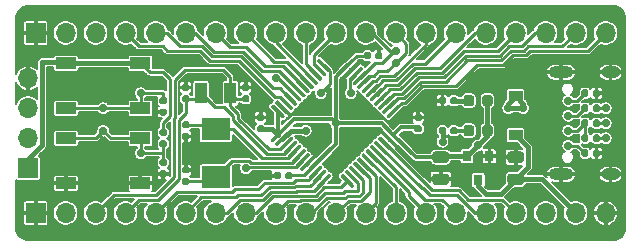
<source format=gbr>
%TF.GenerationSoftware,KiCad,Pcbnew,5.1.6+dfsg1-1*%
%TF.CreationDate,2020-08-25T14:06:05+08:00*%
%TF.ProjectId,gp,67702e6b-6963-4616-945f-706362585858,b*%
%TF.SameCoordinates,Original*%
%TF.FileFunction,Copper,L1,Top*%
%TF.FilePolarity,Positive*%
%FSLAX46Y46*%
G04 Gerber Fmt 4.6, Leading zero omitted, Abs format (unit mm)*
G04 Created by KiCad (PCBNEW 5.1.6+dfsg1-1) date 2020-08-25 14:06:05*
%MOMM*%
%LPD*%
G01*
G04 APERTURE LIST*
%TA.AperFunction,SMDPad,CuDef*%
%ADD10R,1.700000X1.000000*%
%TD*%
%TA.AperFunction,SMDPad,CuDef*%
%ADD11R,0.800000X0.900000*%
%TD*%
%TA.AperFunction,ComponentPad*%
%ADD12O,2.100000X1.000000*%
%TD*%
%TA.AperFunction,ComponentPad*%
%ADD13O,1.600000X1.000000*%
%TD*%
%TA.AperFunction,SMDPad,CuDef*%
%ADD14R,1.000000X1.800000*%
%TD*%
%TA.AperFunction,SMDPad,CuDef*%
%ADD15R,2.400000X1.900000*%
%TD*%
%TA.AperFunction,ComponentPad*%
%ADD16O,1.700000X1.700000*%
%TD*%
%TA.AperFunction,ComponentPad*%
%ADD17R,1.700000X1.700000*%
%TD*%
%TA.AperFunction,SMDPad,CuDef*%
%ADD18R,1.200000X0.900000*%
%TD*%
%TA.AperFunction,ViaPad*%
%ADD19C,0.700000*%
%TD*%
%TA.AperFunction,Conductor*%
%ADD20C,0.228600*%
%TD*%
%TA.AperFunction,Conductor*%
%ADD21C,0.381000*%
%TD*%
%TA.AperFunction,Conductor*%
%ADD22C,0.304800*%
%TD*%
%TA.AperFunction,Conductor*%
%ADD23C,0.152400*%
%TD*%
G04 APERTURE END LIST*
%TO.P,R9,2*%
%TO.N,GND*%
%TA.AperFunction,SMDPad,CuDef*%
G36*
G01*
X164292500Y-100370000D02*
X164637500Y-100370000D01*
G75*
G02*
X164785000Y-100517500I0J-147500D01*
G01*
X164785000Y-100812500D01*
G75*
G02*
X164637500Y-100960000I-147500J0D01*
G01*
X164292500Y-100960000D01*
G75*
G02*
X164145000Y-100812500I0J147500D01*
G01*
X164145000Y-100517500D01*
G75*
G02*
X164292500Y-100370000I147500J0D01*
G01*
G37*
%TD.AperFunction*%
%TO.P,R9,1*%
%TO.N,BO0*%
%TA.AperFunction,SMDPad,CuDef*%
G36*
G01*
X164292500Y-99400000D02*
X164637500Y-99400000D01*
G75*
G02*
X164785000Y-99547500I0J-147500D01*
G01*
X164785000Y-99842500D01*
G75*
G02*
X164637500Y-99990000I-147500J0D01*
G01*
X164292500Y-99990000D01*
G75*
G02*
X164145000Y-99842500I0J147500D01*
G01*
X164145000Y-99547500D01*
G75*
G02*
X164292500Y-99400000I147500J0D01*
G01*
G37*
%TD.AperFunction*%
%TD*%
%TO.P,R8,2*%
%TO.N,GND*%
%TA.AperFunction,SMDPad,CuDef*%
G36*
G01*
X188405000Y-99522500D02*
X188405000Y-99867500D01*
G75*
G02*
X188257500Y-100015000I-147500J0D01*
G01*
X187962500Y-100015000D01*
G75*
G02*
X187815000Y-99867500I0J147500D01*
G01*
X187815000Y-99522500D01*
G75*
G02*
X187962500Y-99375000I147500J0D01*
G01*
X188257500Y-99375000D01*
G75*
G02*
X188405000Y-99522500I0J-147500D01*
G01*
G37*
%TD.AperFunction*%
%TO.P,R8,1*%
%TO.N,Net-(D2-Pad1)*%
%TA.AperFunction,SMDPad,CuDef*%
G36*
G01*
X189375000Y-99522500D02*
X189375000Y-99867500D01*
G75*
G02*
X189227500Y-100015000I-147500J0D01*
G01*
X188932500Y-100015000D01*
G75*
G02*
X188785000Y-99867500I0J147500D01*
G01*
X188785000Y-99522500D01*
G75*
G02*
X188932500Y-99375000I147500J0D01*
G01*
X189227500Y-99375000D01*
G75*
G02*
X189375000Y-99522500I0J-147500D01*
G01*
G37*
%TD.AperFunction*%
%TD*%
%TO.P,R3,2*%
%TO.N,+3V3*%
%TA.AperFunction,SMDPad,CuDef*%
G36*
G01*
X200850000Y-103042500D02*
X200850000Y-102697500D01*
G75*
G02*
X200997500Y-102550000I147500J0D01*
G01*
X201292500Y-102550000D01*
G75*
G02*
X201440000Y-102697500I0J-147500D01*
G01*
X201440000Y-103042500D01*
G75*
G02*
X201292500Y-103190000I-147500J0D01*
G01*
X200997500Y-103190000D01*
G75*
G02*
X200850000Y-103042500I0J147500D01*
G01*
G37*
%TD.AperFunction*%
%TO.P,R3,1*%
%TO.N,Net-(J1-PadA6)*%
%TA.AperFunction,SMDPad,CuDef*%
G36*
G01*
X199880000Y-103042500D02*
X199880000Y-102697500D01*
G75*
G02*
X200027500Y-102550000I147500J0D01*
G01*
X200322500Y-102550000D01*
G75*
G02*
X200470000Y-102697500I0J-147500D01*
G01*
X200470000Y-103042500D01*
G75*
G02*
X200322500Y-103190000I-147500J0D01*
G01*
X200027500Y-103190000D01*
G75*
G02*
X199880000Y-103042500I0J147500D01*
G01*
G37*
%TD.AperFunction*%
%TD*%
%TO.P,R2,2*%
%TO.N,A12*%
%TA.AperFunction,SMDPad,CuDef*%
G36*
G01*
X200850000Y-101772500D02*
X200850000Y-101427500D01*
G75*
G02*
X200997500Y-101280000I147500J0D01*
G01*
X201292500Y-101280000D01*
G75*
G02*
X201440000Y-101427500I0J-147500D01*
G01*
X201440000Y-101772500D01*
G75*
G02*
X201292500Y-101920000I-147500J0D01*
G01*
X200997500Y-101920000D01*
G75*
G02*
X200850000Y-101772500I0J147500D01*
G01*
G37*
%TD.AperFunction*%
%TO.P,R2,1*%
%TO.N,Net-(J1-PadA6)*%
%TA.AperFunction,SMDPad,CuDef*%
G36*
G01*
X199880000Y-101772500D02*
X199880000Y-101427500D01*
G75*
G02*
X200027500Y-101280000I147500J0D01*
G01*
X200322500Y-101280000D01*
G75*
G02*
X200470000Y-101427500I0J-147500D01*
G01*
X200470000Y-101772500D01*
G75*
G02*
X200322500Y-101920000I-147500J0D01*
G01*
X200027500Y-101920000D01*
G75*
G02*
X199880000Y-101772500I0J147500D01*
G01*
G37*
%TD.AperFunction*%
%TD*%
%TO.P,R1,2*%
%TO.N,A11*%
%TA.AperFunction,SMDPad,CuDef*%
G36*
G01*
X200850000Y-100502500D02*
X200850000Y-100157500D01*
G75*
G02*
X200997500Y-100010000I147500J0D01*
G01*
X201292500Y-100010000D01*
G75*
G02*
X201440000Y-100157500I0J-147500D01*
G01*
X201440000Y-100502500D01*
G75*
G02*
X201292500Y-100650000I-147500J0D01*
G01*
X200997500Y-100650000D01*
G75*
G02*
X200850000Y-100502500I0J147500D01*
G01*
G37*
%TD.AperFunction*%
%TO.P,R1,1*%
%TO.N,Net-(J1-PadA7)*%
%TA.AperFunction,SMDPad,CuDef*%
G36*
G01*
X199880000Y-100502500D02*
X199880000Y-100157500D01*
G75*
G02*
X200027500Y-100010000I147500J0D01*
G01*
X200322500Y-100010000D01*
G75*
G02*
X200470000Y-100157500I0J-147500D01*
G01*
X200470000Y-100502500D01*
G75*
G02*
X200322500Y-100650000I-147500J0D01*
G01*
X200027500Y-100650000D01*
G75*
G02*
X199880000Y-100502500I0J147500D01*
G01*
G37*
%TD.AperFunction*%
%TD*%
D10*
%TO.P,SW1,2*%
%TO.N,RST*%
X156235000Y-102875000D03*
X162535000Y-102875000D03*
%TO.P,SW1,1*%
%TO.N,GND*%
X156235000Y-106675000D03*
X162535000Y-106675000D03*
%TD*%
%TO.P,SW2,2*%
%TO.N,+3V3*%
X156235000Y-96525000D03*
X162535000Y-96525000D03*
%TO.P,SW2,1*%
%TO.N,BO0*%
X156235000Y-100325000D03*
X162535000Y-100325000D03*
%TD*%
D11*
%TO.P,U1,3*%
%TO.N,+5V*%
X191135000Y-106410000D03*
%TO.P,U1,2*%
%TO.N,+3V3*%
X190185000Y-104410000D03*
%TO.P,U1,1*%
%TO.N,GND*%
X192085000Y-104410000D03*
%TD*%
%TO.P,R5,2*%
%TO.N,GND*%
%TA.AperFunction,SMDPad,CuDef*%
G36*
G01*
X200850000Y-99232500D02*
X200850000Y-98887500D01*
G75*
G02*
X200997500Y-98740000I147500J0D01*
G01*
X201292500Y-98740000D01*
G75*
G02*
X201440000Y-98887500I0J-147500D01*
G01*
X201440000Y-99232500D01*
G75*
G02*
X201292500Y-99380000I-147500J0D01*
G01*
X200997500Y-99380000D01*
G75*
G02*
X200850000Y-99232500I0J147500D01*
G01*
G37*
%TD.AperFunction*%
%TO.P,R5,1*%
%TO.N,Net-(J1-PadA5)*%
%TA.AperFunction,SMDPad,CuDef*%
G36*
G01*
X199880000Y-99232500D02*
X199880000Y-98887500D01*
G75*
G02*
X200027500Y-98740000I147500J0D01*
G01*
X200322500Y-98740000D01*
G75*
G02*
X200470000Y-98887500I0J-147500D01*
G01*
X200470000Y-99232500D01*
G75*
G02*
X200322500Y-99380000I-147500J0D01*
G01*
X200027500Y-99380000D01*
G75*
G02*
X199880000Y-99232500I0J147500D01*
G01*
G37*
%TD.AperFunction*%
%TD*%
D12*
%TO.P,J1,S1*%
%TO.N,GND*%
X198165000Y-105920000D03*
X198165000Y-97280000D03*
D13*
X202345000Y-97280000D03*
X202345000Y-105920000D03*
%TD*%
%TO.P,U2,48*%
%TO.N,+3V3*%
%TA.AperFunction,SMDPad,CuDef*%
G36*
G01*
X174544516Y-101175736D02*
X173607600Y-100238820D01*
G75*
G02*
X173607600Y-100132754I53033J53033D01*
G01*
X173713666Y-100026688D01*
G75*
G02*
X173819732Y-100026688I53033J-53033D01*
G01*
X174756648Y-100963604D01*
G75*
G02*
X174756648Y-101069670I-53033J-53033D01*
G01*
X174650582Y-101175736D01*
G75*
G02*
X174544516Y-101175736I-53033J53033D01*
G01*
G37*
%TD.AperFunction*%
%TO.P,U2,47*%
%TO.N,GND*%
%TA.AperFunction,SMDPad,CuDef*%
G36*
G01*
X174898070Y-100822182D02*
X173961154Y-99885266D01*
G75*
G02*
X173961154Y-99779200I53033J53033D01*
G01*
X174067220Y-99673134D01*
G75*
G02*
X174173286Y-99673134I53033J-53033D01*
G01*
X175110202Y-100610050D01*
G75*
G02*
X175110202Y-100716116I-53033J-53033D01*
G01*
X175004136Y-100822182D01*
G75*
G02*
X174898070Y-100822182I-53033J53033D01*
G01*
G37*
%TD.AperFunction*%
%TO.P,U2,46*%
%TO.N,B9*%
%TA.AperFunction,SMDPad,CuDef*%
G36*
G01*
X175251623Y-100468629D02*
X174314707Y-99531713D01*
G75*
G02*
X174314707Y-99425647I53033J53033D01*
G01*
X174420773Y-99319581D01*
G75*
G02*
X174526839Y-99319581I53033J-53033D01*
G01*
X175463755Y-100256497D01*
G75*
G02*
X175463755Y-100362563I-53033J-53033D01*
G01*
X175357689Y-100468629D01*
G75*
G02*
X175251623Y-100468629I-53033J53033D01*
G01*
G37*
%TD.AperFunction*%
%TO.P,U2,45*%
%TO.N,B8*%
%TA.AperFunction,SMDPad,CuDef*%
G36*
G01*
X175605177Y-100115075D02*
X174668261Y-99178159D01*
G75*
G02*
X174668261Y-99072093I53033J53033D01*
G01*
X174774327Y-98966027D01*
G75*
G02*
X174880393Y-98966027I53033J-53033D01*
G01*
X175817309Y-99902943D01*
G75*
G02*
X175817309Y-100009009I-53033J-53033D01*
G01*
X175711243Y-100115075D01*
G75*
G02*
X175605177Y-100115075I-53033J53033D01*
G01*
G37*
%TD.AperFunction*%
%TO.P,U2,44*%
%TO.N,BO0*%
%TA.AperFunction,SMDPad,CuDef*%
G36*
G01*
X175958730Y-99761522D02*
X175021814Y-98824606D01*
G75*
G02*
X175021814Y-98718540I53033J53033D01*
G01*
X175127880Y-98612474D01*
G75*
G02*
X175233946Y-98612474I53033J-53033D01*
G01*
X176170862Y-99549390D01*
G75*
G02*
X176170862Y-99655456I-53033J-53033D01*
G01*
X176064796Y-99761522D01*
G75*
G02*
X175958730Y-99761522I-53033J53033D01*
G01*
G37*
%TD.AperFunction*%
%TO.P,U2,43*%
%TO.N,B7*%
%TA.AperFunction,SMDPad,CuDef*%
G36*
G01*
X176312283Y-99407969D02*
X175375367Y-98471053D01*
G75*
G02*
X175375367Y-98364987I53033J53033D01*
G01*
X175481433Y-98258921D01*
G75*
G02*
X175587499Y-98258921I53033J-53033D01*
G01*
X176524415Y-99195837D01*
G75*
G02*
X176524415Y-99301903I-53033J-53033D01*
G01*
X176418349Y-99407969D01*
G75*
G02*
X176312283Y-99407969I-53033J53033D01*
G01*
G37*
%TD.AperFunction*%
%TO.P,U2,42*%
%TO.N,B6*%
%TA.AperFunction,SMDPad,CuDef*%
G36*
G01*
X176665837Y-99054415D02*
X175728921Y-98117499D01*
G75*
G02*
X175728921Y-98011433I53033J53033D01*
G01*
X175834987Y-97905367D01*
G75*
G02*
X175941053Y-97905367I53033J-53033D01*
G01*
X176877969Y-98842283D01*
G75*
G02*
X176877969Y-98948349I-53033J-53033D01*
G01*
X176771903Y-99054415D01*
G75*
G02*
X176665837Y-99054415I-53033J53033D01*
G01*
G37*
%TD.AperFunction*%
%TO.P,U2,41*%
%TO.N,B5*%
%TA.AperFunction,SMDPad,CuDef*%
G36*
G01*
X177019390Y-98700862D02*
X176082474Y-97763946D01*
G75*
G02*
X176082474Y-97657880I53033J53033D01*
G01*
X176188540Y-97551814D01*
G75*
G02*
X176294606Y-97551814I53033J-53033D01*
G01*
X177231522Y-98488730D01*
G75*
G02*
X177231522Y-98594796I-53033J-53033D01*
G01*
X177125456Y-98700862D01*
G75*
G02*
X177019390Y-98700862I-53033J53033D01*
G01*
G37*
%TD.AperFunction*%
%TO.P,U2,40*%
%TO.N,B4*%
%TA.AperFunction,SMDPad,CuDef*%
G36*
G01*
X177372943Y-98347309D02*
X176436027Y-97410393D01*
G75*
G02*
X176436027Y-97304327I53033J53033D01*
G01*
X176542093Y-97198261D01*
G75*
G02*
X176648159Y-97198261I53033J-53033D01*
G01*
X177585075Y-98135177D01*
G75*
G02*
X177585075Y-98241243I-53033J-53033D01*
G01*
X177479009Y-98347309D01*
G75*
G02*
X177372943Y-98347309I-53033J53033D01*
G01*
G37*
%TD.AperFunction*%
%TO.P,U2,39*%
%TO.N,B3*%
%TA.AperFunction,SMDPad,CuDef*%
G36*
G01*
X177726497Y-97993755D02*
X176789581Y-97056839D01*
G75*
G02*
X176789581Y-96950773I53033J53033D01*
G01*
X176895647Y-96844707D01*
G75*
G02*
X177001713Y-96844707I53033J-53033D01*
G01*
X177938629Y-97781623D01*
G75*
G02*
X177938629Y-97887689I-53033J-53033D01*
G01*
X177832563Y-97993755D01*
G75*
G02*
X177726497Y-97993755I-53033J53033D01*
G01*
G37*
%TD.AperFunction*%
%TO.P,U2,38*%
%TO.N,A15*%
%TA.AperFunction,SMDPad,CuDef*%
G36*
G01*
X178080050Y-97640202D02*
X177143134Y-96703286D01*
G75*
G02*
X177143134Y-96597220I53033J53033D01*
G01*
X177249200Y-96491154D01*
G75*
G02*
X177355266Y-96491154I53033J-53033D01*
G01*
X178292182Y-97428070D01*
G75*
G02*
X178292182Y-97534136I-53033J-53033D01*
G01*
X178186116Y-97640202D01*
G75*
G02*
X178080050Y-97640202I-53033J53033D01*
G01*
G37*
%TD.AperFunction*%
%TO.P,U2,37*%
%TO.N,SWCLK*%
%TA.AperFunction,SMDPad,CuDef*%
G36*
G01*
X178433604Y-97286648D02*
X177496688Y-96349732D01*
G75*
G02*
X177496688Y-96243666I53033J53033D01*
G01*
X177602754Y-96137600D01*
G75*
G02*
X177708820Y-96137600I53033J-53033D01*
G01*
X178645736Y-97074516D01*
G75*
G02*
X178645736Y-97180582I-53033J-53033D01*
G01*
X178539670Y-97286648D01*
G75*
G02*
X178433604Y-97286648I-53033J53033D01*
G01*
G37*
%TD.AperFunction*%
%TO.P,U2,36*%
%TO.N,+3V3*%
%TA.AperFunction,SMDPad,CuDef*%
G36*
G01*
X179600330Y-97286648D02*
X179494264Y-97180582D01*
G75*
G02*
X179494264Y-97074516I53033J53033D01*
G01*
X180431180Y-96137600D01*
G75*
G02*
X180537246Y-96137600I53033J-53033D01*
G01*
X180643312Y-96243666D01*
G75*
G02*
X180643312Y-96349732I-53033J-53033D01*
G01*
X179706396Y-97286648D01*
G75*
G02*
X179600330Y-97286648I-53033J53033D01*
G01*
G37*
%TD.AperFunction*%
%TO.P,U2,35*%
%TO.N,GND*%
%TA.AperFunction,SMDPad,CuDef*%
G36*
G01*
X179953884Y-97640202D02*
X179847818Y-97534136D01*
G75*
G02*
X179847818Y-97428070I53033J53033D01*
G01*
X180784734Y-96491154D01*
G75*
G02*
X180890800Y-96491154I53033J-53033D01*
G01*
X180996866Y-96597220D01*
G75*
G02*
X180996866Y-96703286I-53033J-53033D01*
G01*
X180059950Y-97640202D01*
G75*
G02*
X179953884Y-97640202I-53033J53033D01*
G01*
G37*
%TD.AperFunction*%
%TO.P,U2,34*%
%TO.N,SWDIO*%
%TA.AperFunction,SMDPad,CuDef*%
G36*
G01*
X180307437Y-97993755D02*
X180201371Y-97887689D01*
G75*
G02*
X180201371Y-97781623I53033J53033D01*
G01*
X181138287Y-96844707D01*
G75*
G02*
X181244353Y-96844707I53033J-53033D01*
G01*
X181350419Y-96950773D01*
G75*
G02*
X181350419Y-97056839I-53033J-53033D01*
G01*
X180413503Y-97993755D01*
G75*
G02*
X180307437Y-97993755I-53033J53033D01*
G01*
G37*
%TD.AperFunction*%
%TO.P,U2,33*%
%TO.N,A12*%
%TA.AperFunction,SMDPad,CuDef*%
G36*
G01*
X180660991Y-98347309D02*
X180554925Y-98241243D01*
G75*
G02*
X180554925Y-98135177I53033J53033D01*
G01*
X181491841Y-97198261D01*
G75*
G02*
X181597907Y-97198261I53033J-53033D01*
G01*
X181703973Y-97304327D01*
G75*
G02*
X181703973Y-97410393I-53033J-53033D01*
G01*
X180767057Y-98347309D01*
G75*
G02*
X180660991Y-98347309I-53033J53033D01*
G01*
G37*
%TD.AperFunction*%
%TO.P,U2,32*%
%TO.N,A11*%
%TA.AperFunction,SMDPad,CuDef*%
G36*
G01*
X181014544Y-98700862D02*
X180908478Y-98594796D01*
G75*
G02*
X180908478Y-98488730I53033J53033D01*
G01*
X181845394Y-97551814D01*
G75*
G02*
X181951460Y-97551814I53033J-53033D01*
G01*
X182057526Y-97657880D01*
G75*
G02*
X182057526Y-97763946I-53033J-53033D01*
G01*
X181120610Y-98700862D01*
G75*
G02*
X181014544Y-98700862I-53033J53033D01*
G01*
G37*
%TD.AperFunction*%
%TO.P,U2,31*%
%TO.N,A10*%
%TA.AperFunction,SMDPad,CuDef*%
G36*
G01*
X181368097Y-99054415D02*
X181262031Y-98948349D01*
G75*
G02*
X181262031Y-98842283I53033J53033D01*
G01*
X182198947Y-97905367D01*
G75*
G02*
X182305013Y-97905367I53033J-53033D01*
G01*
X182411079Y-98011433D01*
G75*
G02*
X182411079Y-98117499I-53033J-53033D01*
G01*
X181474163Y-99054415D01*
G75*
G02*
X181368097Y-99054415I-53033J53033D01*
G01*
G37*
%TD.AperFunction*%
%TO.P,U2,30*%
%TO.N,A9*%
%TA.AperFunction,SMDPad,CuDef*%
G36*
G01*
X181721651Y-99407969D02*
X181615585Y-99301903D01*
G75*
G02*
X181615585Y-99195837I53033J53033D01*
G01*
X182552501Y-98258921D01*
G75*
G02*
X182658567Y-98258921I53033J-53033D01*
G01*
X182764633Y-98364987D01*
G75*
G02*
X182764633Y-98471053I-53033J-53033D01*
G01*
X181827717Y-99407969D01*
G75*
G02*
X181721651Y-99407969I-53033J53033D01*
G01*
G37*
%TD.AperFunction*%
%TO.P,U2,29*%
%TO.N,A8*%
%TA.AperFunction,SMDPad,CuDef*%
G36*
G01*
X182075204Y-99761522D02*
X181969138Y-99655456D01*
G75*
G02*
X181969138Y-99549390I53033J53033D01*
G01*
X182906054Y-98612474D01*
G75*
G02*
X183012120Y-98612474I53033J-53033D01*
G01*
X183118186Y-98718540D01*
G75*
G02*
X183118186Y-98824606I-53033J-53033D01*
G01*
X182181270Y-99761522D01*
G75*
G02*
X182075204Y-99761522I-53033J53033D01*
G01*
G37*
%TD.AperFunction*%
%TO.P,U2,28*%
%TO.N,B15*%
%TA.AperFunction,SMDPad,CuDef*%
G36*
G01*
X182428757Y-100115075D02*
X182322691Y-100009009D01*
G75*
G02*
X182322691Y-99902943I53033J53033D01*
G01*
X183259607Y-98966027D01*
G75*
G02*
X183365673Y-98966027I53033J-53033D01*
G01*
X183471739Y-99072093D01*
G75*
G02*
X183471739Y-99178159I-53033J-53033D01*
G01*
X182534823Y-100115075D01*
G75*
G02*
X182428757Y-100115075I-53033J53033D01*
G01*
G37*
%TD.AperFunction*%
%TO.P,U2,27*%
%TO.N,B14*%
%TA.AperFunction,SMDPad,CuDef*%
G36*
G01*
X182782311Y-100468629D02*
X182676245Y-100362563D01*
G75*
G02*
X182676245Y-100256497I53033J53033D01*
G01*
X183613161Y-99319581D01*
G75*
G02*
X183719227Y-99319581I53033J-53033D01*
G01*
X183825293Y-99425647D01*
G75*
G02*
X183825293Y-99531713I-53033J-53033D01*
G01*
X182888377Y-100468629D01*
G75*
G02*
X182782311Y-100468629I-53033J53033D01*
G01*
G37*
%TD.AperFunction*%
%TO.P,U2,26*%
%TO.N,B13*%
%TA.AperFunction,SMDPad,CuDef*%
G36*
G01*
X183135864Y-100822182D02*
X183029798Y-100716116D01*
G75*
G02*
X183029798Y-100610050I53033J53033D01*
G01*
X183966714Y-99673134D01*
G75*
G02*
X184072780Y-99673134I53033J-53033D01*
G01*
X184178846Y-99779200D01*
G75*
G02*
X184178846Y-99885266I-53033J-53033D01*
G01*
X183241930Y-100822182D01*
G75*
G02*
X183135864Y-100822182I-53033J53033D01*
G01*
G37*
%TD.AperFunction*%
%TO.P,U2,25*%
%TO.N,B12*%
%TA.AperFunction,SMDPad,CuDef*%
G36*
G01*
X183489418Y-101175736D02*
X183383352Y-101069670D01*
G75*
G02*
X183383352Y-100963604I53033J53033D01*
G01*
X184320268Y-100026688D01*
G75*
G02*
X184426334Y-100026688I53033J-53033D01*
G01*
X184532400Y-100132754D01*
G75*
G02*
X184532400Y-100238820I-53033J-53033D01*
G01*
X183595484Y-101175736D01*
G75*
G02*
X183489418Y-101175736I-53033J53033D01*
G01*
G37*
%TD.AperFunction*%
%TO.P,U2,24*%
%TO.N,+3V3*%
%TA.AperFunction,SMDPad,CuDef*%
G36*
G01*
X184320268Y-103173312D02*
X183383352Y-102236396D01*
G75*
G02*
X183383352Y-102130330I53033J53033D01*
G01*
X183489418Y-102024264D01*
G75*
G02*
X183595484Y-102024264I53033J-53033D01*
G01*
X184532400Y-102961180D01*
G75*
G02*
X184532400Y-103067246I-53033J-53033D01*
G01*
X184426334Y-103173312D01*
G75*
G02*
X184320268Y-103173312I-53033J53033D01*
G01*
G37*
%TD.AperFunction*%
%TO.P,U2,23*%
%TO.N,GND*%
%TA.AperFunction,SMDPad,CuDef*%
G36*
G01*
X183966714Y-103526866D02*
X183029798Y-102589950D01*
G75*
G02*
X183029798Y-102483884I53033J53033D01*
G01*
X183135864Y-102377818D01*
G75*
G02*
X183241930Y-102377818I53033J-53033D01*
G01*
X184178846Y-103314734D01*
G75*
G02*
X184178846Y-103420800I-53033J-53033D01*
G01*
X184072780Y-103526866D01*
G75*
G02*
X183966714Y-103526866I-53033J53033D01*
G01*
G37*
%TD.AperFunction*%
%TO.P,U2,22*%
%TO.N,B11*%
%TA.AperFunction,SMDPad,CuDef*%
G36*
G01*
X183613161Y-103880419D02*
X182676245Y-102943503D01*
G75*
G02*
X182676245Y-102837437I53033J53033D01*
G01*
X182782311Y-102731371D01*
G75*
G02*
X182888377Y-102731371I53033J-53033D01*
G01*
X183825293Y-103668287D01*
G75*
G02*
X183825293Y-103774353I-53033J-53033D01*
G01*
X183719227Y-103880419D01*
G75*
G02*
X183613161Y-103880419I-53033J53033D01*
G01*
G37*
%TD.AperFunction*%
%TO.P,U2,21*%
%TO.N,B10*%
%TA.AperFunction,SMDPad,CuDef*%
G36*
G01*
X183259607Y-104233973D02*
X182322691Y-103297057D01*
G75*
G02*
X182322691Y-103190991I53033J53033D01*
G01*
X182428757Y-103084925D01*
G75*
G02*
X182534823Y-103084925I53033J-53033D01*
G01*
X183471739Y-104021841D01*
G75*
G02*
X183471739Y-104127907I-53033J-53033D01*
G01*
X183365673Y-104233973D01*
G75*
G02*
X183259607Y-104233973I-53033J53033D01*
G01*
G37*
%TD.AperFunction*%
%TO.P,U2,20*%
%TO.N,B2*%
%TA.AperFunction,SMDPad,CuDef*%
G36*
G01*
X182906054Y-104587526D02*
X181969138Y-103650610D01*
G75*
G02*
X181969138Y-103544544I53033J53033D01*
G01*
X182075204Y-103438478D01*
G75*
G02*
X182181270Y-103438478I53033J-53033D01*
G01*
X183118186Y-104375394D01*
G75*
G02*
X183118186Y-104481460I-53033J-53033D01*
G01*
X183012120Y-104587526D01*
G75*
G02*
X182906054Y-104587526I-53033J53033D01*
G01*
G37*
%TD.AperFunction*%
%TO.P,U2,19*%
%TO.N,B1*%
%TA.AperFunction,SMDPad,CuDef*%
G36*
G01*
X182552501Y-104941079D02*
X181615585Y-104004163D01*
G75*
G02*
X181615585Y-103898097I53033J53033D01*
G01*
X181721651Y-103792031D01*
G75*
G02*
X181827717Y-103792031I53033J-53033D01*
G01*
X182764633Y-104728947D01*
G75*
G02*
X182764633Y-104835013I-53033J-53033D01*
G01*
X182658567Y-104941079D01*
G75*
G02*
X182552501Y-104941079I-53033J53033D01*
G01*
G37*
%TD.AperFunction*%
%TO.P,U2,18*%
%TO.N,B0*%
%TA.AperFunction,SMDPad,CuDef*%
G36*
G01*
X182198947Y-105294633D02*
X181262031Y-104357717D01*
G75*
G02*
X181262031Y-104251651I53033J53033D01*
G01*
X181368097Y-104145585D01*
G75*
G02*
X181474163Y-104145585I53033J-53033D01*
G01*
X182411079Y-105082501D01*
G75*
G02*
X182411079Y-105188567I-53033J-53033D01*
G01*
X182305013Y-105294633D01*
G75*
G02*
X182198947Y-105294633I-53033J53033D01*
G01*
G37*
%TD.AperFunction*%
%TO.P,U2,17*%
%TO.N,A7*%
%TA.AperFunction,SMDPad,CuDef*%
G36*
G01*
X181845394Y-105648186D02*
X180908478Y-104711270D01*
G75*
G02*
X180908478Y-104605204I53033J53033D01*
G01*
X181014544Y-104499138D01*
G75*
G02*
X181120610Y-104499138I53033J-53033D01*
G01*
X182057526Y-105436054D01*
G75*
G02*
X182057526Y-105542120I-53033J-53033D01*
G01*
X181951460Y-105648186D01*
G75*
G02*
X181845394Y-105648186I-53033J53033D01*
G01*
G37*
%TD.AperFunction*%
%TO.P,U2,16*%
%TO.N,A6*%
%TA.AperFunction,SMDPad,CuDef*%
G36*
G01*
X181491841Y-106001739D02*
X180554925Y-105064823D01*
G75*
G02*
X180554925Y-104958757I53033J53033D01*
G01*
X180660991Y-104852691D01*
G75*
G02*
X180767057Y-104852691I53033J-53033D01*
G01*
X181703973Y-105789607D01*
G75*
G02*
X181703973Y-105895673I-53033J-53033D01*
G01*
X181597907Y-106001739D01*
G75*
G02*
X181491841Y-106001739I-53033J53033D01*
G01*
G37*
%TD.AperFunction*%
%TO.P,U2,15*%
%TO.N,A5*%
%TA.AperFunction,SMDPad,CuDef*%
G36*
G01*
X181138287Y-106355293D02*
X180201371Y-105418377D01*
G75*
G02*
X180201371Y-105312311I53033J53033D01*
G01*
X180307437Y-105206245D01*
G75*
G02*
X180413503Y-105206245I53033J-53033D01*
G01*
X181350419Y-106143161D01*
G75*
G02*
X181350419Y-106249227I-53033J-53033D01*
G01*
X181244353Y-106355293D01*
G75*
G02*
X181138287Y-106355293I-53033J53033D01*
G01*
G37*
%TD.AperFunction*%
%TO.P,U2,14*%
%TO.N,A4*%
%TA.AperFunction,SMDPad,CuDef*%
G36*
G01*
X180784734Y-106708846D02*
X179847818Y-105771930D01*
G75*
G02*
X179847818Y-105665864I53033J53033D01*
G01*
X179953884Y-105559798D01*
G75*
G02*
X180059950Y-105559798I53033J-53033D01*
G01*
X180996866Y-106496714D01*
G75*
G02*
X180996866Y-106602780I-53033J-53033D01*
G01*
X180890800Y-106708846D01*
G75*
G02*
X180784734Y-106708846I-53033J53033D01*
G01*
G37*
%TD.AperFunction*%
%TO.P,U2,13*%
%TO.N,A3*%
%TA.AperFunction,SMDPad,CuDef*%
G36*
G01*
X180431180Y-107062400D02*
X179494264Y-106125484D01*
G75*
G02*
X179494264Y-106019418I53033J53033D01*
G01*
X179600330Y-105913352D01*
G75*
G02*
X179706396Y-105913352I53033J-53033D01*
G01*
X180643312Y-106850268D01*
G75*
G02*
X180643312Y-106956334I-53033J-53033D01*
G01*
X180537246Y-107062400D01*
G75*
G02*
X180431180Y-107062400I-53033J53033D01*
G01*
G37*
%TD.AperFunction*%
%TO.P,U2,12*%
%TO.N,A2*%
%TA.AperFunction,SMDPad,CuDef*%
G36*
G01*
X177602754Y-107062400D02*
X177496688Y-106956334D01*
G75*
G02*
X177496688Y-106850268I53033J53033D01*
G01*
X178433604Y-105913352D01*
G75*
G02*
X178539670Y-105913352I53033J-53033D01*
G01*
X178645736Y-106019418D01*
G75*
G02*
X178645736Y-106125484I-53033J-53033D01*
G01*
X177708820Y-107062400D01*
G75*
G02*
X177602754Y-107062400I-53033J53033D01*
G01*
G37*
%TD.AperFunction*%
%TO.P,U2,11*%
%TO.N,A1*%
%TA.AperFunction,SMDPad,CuDef*%
G36*
G01*
X177249200Y-106708846D02*
X177143134Y-106602780D01*
G75*
G02*
X177143134Y-106496714I53033J53033D01*
G01*
X178080050Y-105559798D01*
G75*
G02*
X178186116Y-105559798I53033J-53033D01*
G01*
X178292182Y-105665864D01*
G75*
G02*
X178292182Y-105771930I-53033J-53033D01*
G01*
X177355266Y-106708846D01*
G75*
G02*
X177249200Y-106708846I-53033J53033D01*
G01*
G37*
%TD.AperFunction*%
%TO.P,U2,10*%
%TO.N,A0*%
%TA.AperFunction,SMDPad,CuDef*%
G36*
G01*
X176895647Y-106355293D02*
X176789581Y-106249227D01*
G75*
G02*
X176789581Y-106143161I53033J53033D01*
G01*
X177726497Y-105206245D01*
G75*
G02*
X177832563Y-105206245I53033J-53033D01*
G01*
X177938629Y-105312311D01*
G75*
G02*
X177938629Y-105418377I-53033J-53033D01*
G01*
X177001713Y-106355293D01*
G75*
G02*
X176895647Y-106355293I-53033J53033D01*
G01*
G37*
%TD.AperFunction*%
%TO.P,U2,9*%
%TO.N,+3V3*%
%TA.AperFunction,SMDPad,CuDef*%
G36*
G01*
X176542093Y-106001739D02*
X176436027Y-105895673D01*
G75*
G02*
X176436027Y-105789607I53033J53033D01*
G01*
X177372943Y-104852691D01*
G75*
G02*
X177479009Y-104852691I53033J-53033D01*
G01*
X177585075Y-104958757D01*
G75*
G02*
X177585075Y-105064823I-53033J-53033D01*
G01*
X176648159Y-106001739D01*
G75*
G02*
X176542093Y-106001739I-53033J53033D01*
G01*
G37*
%TD.AperFunction*%
%TO.P,U2,8*%
%TO.N,GND*%
%TA.AperFunction,SMDPad,CuDef*%
G36*
G01*
X176188540Y-105648186D02*
X176082474Y-105542120D01*
G75*
G02*
X176082474Y-105436054I53033J53033D01*
G01*
X177019390Y-104499138D01*
G75*
G02*
X177125456Y-104499138I53033J-53033D01*
G01*
X177231522Y-104605204D01*
G75*
G02*
X177231522Y-104711270I-53033J-53033D01*
G01*
X176294606Y-105648186D01*
G75*
G02*
X176188540Y-105648186I-53033J53033D01*
G01*
G37*
%TD.AperFunction*%
%TO.P,U2,7*%
%TO.N,RST*%
%TA.AperFunction,SMDPad,CuDef*%
G36*
G01*
X175834987Y-105294633D02*
X175728921Y-105188567D01*
G75*
G02*
X175728921Y-105082501I53033J53033D01*
G01*
X176665837Y-104145585D01*
G75*
G02*
X176771903Y-104145585I53033J-53033D01*
G01*
X176877969Y-104251651D01*
G75*
G02*
X176877969Y-104357717I-53033J-53033D01*
G01*
X175941053Y-105294633D01*
G75*
G02*
X175834987Y-105294633I-53033J53033D01*
G01*
G37*
%TD.AperFunction*%
%TO.P,U2,6*%
%TO.N,Net-(C7-Pad1)*%
%TA.AperFunction,SMDPad,CuDef*%
G36*
G01*
X175481433Y-104941079D02*
X175375367Y-104835013D01*
G75*
G02*
X175375367Y-104728947I53033J53033D01*
G01*
X176312283Y-103792031D01*
G75*
G02*
X176418349Y-103792031I53033J-53033D01*
G01*
X176524415Y-103898097D01*
G75*
G02*
X176524415Y-104004163I-53033J-53033D01*
G01*
X175587499Y-104941079D01*
G75*
G02*
X175481433Y-104941079I-53033J53033D01*
G01*
G37*
%TD.AperFunction*%
%TO.P,U2,5*%
%TO.N,Net-(C5-Pad1)*%
%TA.AperFunction,SMDPad,CuDef*%
G36*
G01*
X175127880Y-104587526D02*
X175021814Y-104481460D01*
G75*
G02*
X175021814Y-104375394I53033J53033D01*
G01*
X175958730Y-103438478D01*
G75*
G02*
X176064796Y-103438478I53033J-53033D01*
G01*
X176170862Y-103544544D01*
G75*
G02*
X176170862Y-103650610I-53033J-53033D01*
G01*
X175233946Y-104587526D01*
G75*
G02*
X175127880Y-104587526I-53033J53033D01*
G01*
G37*
%TD.AperFunction*%
%TO.P,U2,4*%
%TO.N,C15*%
%TA.AperFunction,SMDPad,CuDef*%
G36*
G01*
X174774327Y-104233973D02*
X174668261Y-104127907D01*
G75*
G02*
X174668261Y-104021841I53033J53033D01*
G01*
X175605177Y-103084925D01*
G75*
G02*
X175711243Y-103084925I53033J-53033D01*
G01*
X175817309Y-103190991D01*
G75*
G02*
X175817309Y-103297057I-53033J-53033D01*
G01*
X174880393Y-104233973D01*
G75*
G02*
X174774327Y-104233973I-53033J53033D01*
G01*
G37*
%TD.AperFunction*%
%TO.P,U2,3*%
%TO.N,C14*%
%TA.AperFunction,SMDPad,CuDef*%
G36*
G01*
X174420773Y-103880419D02*
X174314707Y-103774353D01*
G75*
G02*
X174314707Y-103668287I53033J53033D01*
G01*
X175251623Y-102731371D01*
G75*
G02*
X175357689Y-102731371I53033J-53033D01*
G01*
X175463755Y-102837437D01*
G75*
G02*
X175463755Y-102943503I-53033J-53033D01*
G01*
X174526839Y-103880419D01*
G75*
G02*
X174420773Y-103880419I-53033J53033D01*
G01*
G37*
%TD.AperFunction*%
%TO.P,U2,2*%
%TO.N,C13*%
%TA.AperFunction,SMDPad,CuDef*%
G36*
G01*
X174067220Y-103526866D02*
X173961154Y-103420800D01*
G75*
G02*
X173961154Y-103314734I53033J53033D01*
G01*
X174898070Y-102377818D01*
G75*
G02*
X175004136Y-102377818I53033J-53033D01*
G01*
X175110202Y-102483884D01*
G75*
G02*
X175110202Y-102589950I-53033J-53033D01*
G01*
X174173286Y-103526866D01*
G75*
G02*
X174067220Y-103526866I-53033J53033D01*
G01*
G37*
%TD.AperFunction*%
%TO.P,U2,1*%
%TO.N,+3V3*%
%TA.AperFunction,SMDPad,CuDef*%
G36*
G01*
X173713666Y-103173312D02*
X173607600Y-103067246D01*
G75*
G02*
X173607600Y-102961180I53033J53033D01*
G01*
X174544516Y-102024264D01*
G75*
G02*
X174650582Y-102024264I53033J-53033D01*
G01*
X174756648Y-102130330D01*
G75*
G02*
X174756648Y-102236396I-53033J-53033D01*
G01*
X173819732Y-103173312D01*
G75*
G02*
X173713666Y-103173312I-53033J53033D01*
G01*
G37*
%TD.AperFunction*%
%TD*%
%TO.P,C12,2*%
%TO.N,GND*%
%TA.AperFunction,SMDPad,CuDef*%
G36*
G01*
X166542500Y-98870000D02*
X166197500Y-98870000D01*
G75*
G02*
X166050000Y-98722500I0J147500D01*
G01*
X166050000Y-98427500D01*
G75*
G02*
X166197500Y-98280000I147500J0D01*
G01*
X166542500Y-98280000D01*
G75*
G02*
X166690000Y-98427500I0J-147500D01*
G01*
X166690000Y-98722500D01*
G75*
G02*
X166542500Y-98870000I-147500J0D01*
G01*
G37*
%TD.AperFunction*%
%TO.P,C12,1*%
%TO.N,C15*%
%TA.AperFunction,SMDPad,CuDef*%
G36*
G01*
X166542500Y-99840000D02*
X166197500Y-99840000D01*
G75*
G02*
X166050000Y-99692500I0J147500D01*
G01*
X166050000Y-99397500D01*
G75*
G02*
X166197500Y-99250000I147500J0D01*
G01*
X166542500Y-99250000D01*
G75*
G02*
X166690000Y-99397500I0J-147500D01*
G01*
X166690000Y-99692500D01*
G75*
G02*
X166542500Y-99840000I-147500J0D01*
G01*
G37*
%TD.AperFunction*%
%TD*%
%TO.P,C11,2*%
%TO.N,GND*%
%TA.AperFunction,SMDPad,CuDef*%
G36*
G01*
X171622500Y-98870000D02*
X171277500Y-98870000D01*
G75*
G02*
X171130000Y-98722500I0J147500D01*
G01*
X171130000Y-98427500D01*
G75*
G02*
X171277500Y-98280000I147500J0D01*
G01*
X171622500Y-98280000D01*
G75*
G02*
X171770000Y-98427500I0J-147500D01*
G01*
X171770000Y-98722500D01*
G75*
G02*
X171622500Y-98870000I-147500J0D01*
G01*
G37*
%TD.AperFunction*%
%TO.P,C11,1*%
%TO.N,C14*%
%TA.AperFunction,SMDPad,CuDef*%
G36*
G01*
X171622500Y-99840000D02*
X171277500Y-99840000D01*
G75*
G02*
X171130000Y-99692500I0J147500D01*
G01*
X171130000Y-99397500D01*
G75*
G02*
X171277500Y-99250000I147500J0D01*
G01*
X171622500Y-99250000D01*
G75*
G02*
X171770000Y-99397500I0J-147500D01*
G01*
X171770000Y-99692500D01*
G75*
G02*
X171622500Y-99840000I-147500J0D01*
G01*
G37*
%TD.AperFunction*%
%TD*%
D14*
%TO.P,Y2,2*%
%TO.N,C15*%
X167660000Y-99060000D03*
%TO.P,Y2,1*%
%TO.N,C14*%
X170160000Y-99060000D03*
%TD*%
D15*
%TO.P,Y1,2*%
%TO.N,Net-(C7-Pad1)*%
X168910000Y-106190000D03*
%TO.P,Y1,1*%
%TO.N,Net-(C5-Pad1)*%
X168910000Y-102090000D03*
%TD*%
%TO.P,C7,2*%
%TO.N,GND*%
%TA.AperFunction,SMDPad,CuDef*%
G36*
G01*
X166542500Y-105855000D02*
X166197500Y-105855000D01*
G75*
G02*
X166050000Y-105707500I0J147500D01*
G01*
X166050000Y-105412500D01*
G75*
G02*
X166197500Y-105265000I147500J0D01*
G01*
X166542500Y-105265000D01*
G75*
G02*
X166690000Y-105412500I0J-147500D01*
G01*
X166690000Y-105707500D01*
G75*
G02*
X166542500Y-105855000I-147500J0D01*
G01*
G37*
%TD.AperFunction*%
%TO.P,C7,1*%
%TO.N,Net-(C7-Pad1)*%
%TA.AperFunction,SMDPad,CuDef*%
G36*
G01*
X166542500Y-106825000D02*
X166197500Y-106825000D01*
G75*
G02*
X166050000Y-106677500I0J147500D01*
G01*
X166050000Y-106382500D01*
G75*
G02*
X166197500Y-106235000I147500J0D01*
G01*
X166542500Y-106235000D01*
G75*
G02*
X166690000Y-106382500I0J-147500D01*
G01*
X166690000Y-106677500D01*
G75*
G02*
X166542500Y-106825000I-147500J0D01*
G01*
G37*
%TD.AperFunction*%
%TD*%
%TO.P,C5,2*%
%TO.N,GND*%
%TA.AperFunction,SMDPad,CuDef*%
G36*
G01*
X166197500Y-102425000D02*
X166542500Y-102425000D01*
G75*
G02*
X166690000Y-102572500I0J-147500D01*
G01*
X166690000Y-102867500D01*
G75*
G02*
X166542500Y-103015000I-147500J0D01*
G01*
X166197500Y-103015000D01*
G75*
G02*
X166050000Y-102867500I0J147500D01*
G01*
X166050000Y-102572500D01*
G75*
G02*
X166197500Y-102425000I147500J0D01*
G01*
G37*
%TD.AperFunction*%
%TO.P,C5,1*%
%TO.N,Net-(C5-Pad1)*%
%TA.AperFunction,SMDPad,CuDef*%
G36*
G01*
X166197500Y-101455000D02*
X166542500Y-101455000D01*
G75*
G02*
X166690000Y-101602500I0J-147500D01*
G01*
X166690000Y-101897500D01*
G75*
G02*
X166542500Y-102045000I-147500J0D01*
G01*
X166197500Y-102045000D01*
G75*
G02*
X166050000Y-101897500I0J147500D01*
G01*
X166050000Y-101602500D01*
G75*
G02*
X166197500Y-101455000I147500J0D01*
G01*
G37*
%TD.AperFunction*%
%TD*%
%TO.P,R4,2*%
%TO.N,GND*%
%TA.AperFunction,SMDPad,CuDef*%
G36*
G01*
X200850000Y-104312500D02*
X200850000Y-103967500D01*
G75*
G02*
X200997500Y-103820000I147500J0D01*
G01*
X201292500Y-103820000D01*
G75*
G02*
X201440000Y-103967500I0J-147500D01*
G01*
X201440000Y-104312500D01*
G75*
G02*
X201292500Y-104460000I-147500J0D01*
G01*
X200997500Y-104460000D01*
G75*
G02*
X200850000Y-104312500I0J147500D01*
G01*
G37*
%TD.AperFunction*%
%TO.P,R4,1*%
%TO.N,Net-(J1-PadB5)*%
%TA.AperFunction,SMDPad,CuDef*%
G36*
G01*
X199880000Y-104312500D02*
X199880000Y-103967500D01*
G75*
G02*
X200027500Y-103820000I147500J0D01*
G01*
X200322500Y-103820000D01*
G75*
G02*
X200470000Y-103967500I0J-147500D01*
G01*
X200470000Y-104312500D01*
G75*
G02*
X200322500Y-104460000I-147500J0D01*
G01*
X200027500Y-104460000D01*
G75*
G02*
X199880000Y-104312500I0J147500D01*
G01*
G37*
%TD.AperFunction*%
%TD*%
%TO.P,R7,2*%
%TO.N,C13*%
%TA.AperFunction,SMDPad,CuDef*%
G36*
G01*
X188405000Y-102062500D02*
X188405000Y-102407500D01*
G75*
G02*
X188257500Y-102555000I-147500J0D01*
G01*
X187962500Y-102555000D01*
G75*
G02*
X187815000Y-102407500I0J147500D01*
G01*
X187815000Y-102062500D01*
G75*
G02*
X187962500Y-101915000I147500J0D01*
G01*
X188257500Y-101915000D01*
G75*
G02*
X188405000Y-102062500I0J-147500D01*
G01*
G37*
%TD.AperFunction*%
%TO.P,R7,1*%
%TO.N,Net-(D3-Pad1)*%
%TA.AperFunction,SMDPad,CuDef*%
G36*
G01*
X189375000Y-102062500D02*
X189375000Y-102407500D01*
G75*
G02*
X189227500Y-102555000I-147500J0D01*
G01*
X188932500Y-102555000D01*
G75*
G02*
X188785000Y-102407500I0J147500D01*
G01*
X188785000Y-102062500D01*
G75*
G02*
X188932500Y-101915000I147500J0D01*
G01*
X189227500Y-101915000D01*
G75*
G02*
X189375000Y-102062500I0J-147500D01*
G01*
G37*
%TD.AperFunction*%
%TD*%
%TO.P,R6,2*%
%TO.N,RST*%
%TA.AperFunction,SMDPad,CuDef*%
G36*
G01*
X164292500Y-103060000D02*
X164637500Y-103060000D01*
G75*
G02*
X164785000Y-103207500I0J-147500D01*
G01*
X164785000Y-103502500D01*
G75*
G02*
X164637500Y-103650000I-147500J0D01*
G01*
X164292500Y-103650000D01*
G75*
G02*
X164145000Y-103502500I0J147500D01*
G01*
X164145000Y-103207500D01*
G75*
G02*
X164292500Y-103060000I147500J0D01*
G01*
G37*
%TD.AperFunction*%
%TO.P,R6,1*%
%TO.N,+3V3*%
%TA.AperFunction,SMDPad,CuDef*%
G36*
G01*
X164292500Y-102090000D02*
X164637500Y-102090000D01*
G75*
G02*
X164785000Y-102237500I0J-147500D01*
G01*
X164785000Y-102532500D01*
G75*
G02*
X164637500Y-102680000I-147500J0D01*
G01*
X164292500Y-102680000D01*
G75*
G02*
X164145000Y-102532500I0J147500D01*
G01*
X164145000Y-102237500D01*
G75*
G02*
X164292500Y-102090000I147500J0D01*
G01*
G37*
%TD.AperFunction*%
%TD*%
%TO.P,D3,2*%
%TO.N,+3V3*%
%TA.AperFunction,SMDPad,CuDef*%
G36*
G01*
X191485000Y-102491250D02*
X191485000Y-101978750D01*
G75*
G02*
X191703750Y-101760000I218750J0D01*
G01*
X192141250Y-101760000D01*
G75*
G02*
X192360000Y-101978750I0J-218750D01*
G01*
X192360000Y-102491250D01*
G75*
G02*
X192141250Y-102710000I-218750J0D01*
G01*
X191703750Y-102710000D01*
G75*
G02*
X191485000Y-102491250I0J218750D01*
G01*
G37*
%TD.AperFunction*%
%TO.P,D3,1*%
%TO.N,Net-(D3-Pad1)*%
%TA.AperFunction,SMDPad,CuDef*%
G36*
G01*
X189910000Y-102491250D02*
X189910000Y-101978750D01*
G75*
G02*
X190128750Y-101760000I218750J0D01*
G01*
X190566250Y-101760000D01*
G75*
G02*
X190785000Y-101978750I0J-218750D01*
G01*
X190785000Y-102491250D01*
G75*
G02*
X190566250Y-102710000I-218750J0D01*
G01*
X190128750Y-102710000D01*
G75*
G02*
X189910000Y-102491250I0J218750D01*
G01*
G37*
%TD.AperFunction*%
%TD*%
%TO.P,D2,2*%
%TO.N,+3V3*%
%TA.AperFunction,SMDPad,CuDef*%
G36*
G01*
X191485000Y-99951250D02*
X191485000Y-99438750D01*
G75*
G02*
X191703750Y-99220000I218750J0D01*
G01*
X192141250Y-99220000D01*
G75*
G02*
X192360000Y-99438750I0J-218750D01*
G01*
X192360000Y-99951250D01*
G75*
G02*
X192141250Y-100170000I-218750J0D01*
G01*
X191703750Y-100170000D01*
G75*
G02*
X191485000Y-99951250I0J218750D01*
G01*
G37*
%TD.AperFunction*%
%TO.P,D2,1*%
%TO.N,Net-(D2-Pad1)*%
%TA.AperFunction,SMDPad,CuDef*%
G36*
G01*
X189910000Y-99951250D02*
X189910000Y-99438750D01*
G75*
G02*
X190128750Y-99220000I218750J0D01*
G01*
X190566250Y-99220000D01*
G75*
G02*
X190785000Y-99438750I0J-218750D01*
G01*
X190785000Y-99951250D01*
G75*
G02*
X190566250Y-100170000I-218750J0D01*
G01*
X190128750Y-100170000D01*
G75*
G02*
X189910000Y-99951250I0J218750D01*
G01*
G37*
%TD.AperFunction*%
%TD*%
%TO.P,C3,2*%
%TO.N,GND*%
%TA.AperFunction,SMDPad,CuDef*%
G36*
G01*
X164292500Y-105600000D02*
X164637500Y-105600000D01*
G75*
G02*
X164785000Y-105747500I0J-147500D01*
G01*
X164785000Y-106042500D01*
G75*
G02*
X164637500Y-106190000I-147500J0D01*
G01*
X164292500Y-106190000D01*
G75*
G02*
X164145000Y-106042500I0J147500D01*
G01*
X164145000Y-105747500D01*
G75*
G02*
X164292500Y-105600000I147500J0D01*
G01*
G37*
%TD.AperFunction*%
%TO.P,C3,1*%
%TO.N,RST*%
%TA.AperFunction,SMDPad,CuDef*%
G36*
G01*
X164292500Y-104630000D02*
X164637500Y-104630000D01*
G75*
G02*
X164785000Y-104777500I0J-147500D01*
G01*
X164785000Y-105072500D01*
G75*
G02*
X164637500Y-105220000I-147500J0D01*
G01*
X164292500Y-105220000D01*
G75*
G02*
X164145000Y-105072500I0J147500D01*
G01*
X164145000Y-104777500D01*
G75*
G02*
X164292500Y-104630000I147500J0D01*
G01*
G37*
%TD.AperFunction*%
%TD*%
D16*
%TO.P,J4,4*%
%TO.N,GND*%
X153035000Y-97790000D03*
%TO.P,J4,3*%
%TO.N,SWCLK*%
X153035000Y-100330000D03*
%TO.P,J4,2*%
%TO.N,SWDIO*%
X153035000Y-102870000D03*
D17*
%TO.P,J4,1*%
%TO.N,+3V3*%
X153035000Y-105410000D03*
%TD*%
D16*
%TO.P,J3,20*%
%TO.N,B12*%
X201930000Y-93980000D03*
%TO.P,J3,19*%
%TO.N,B13*%
X199390000Y-93980000D03*
%TO.P,J3,18*%
%TO.N,B14*%
X196850000Y-93980000D03*
%TO.P,J3,17*%
%TO.N,B15*%
X194310000Y-93980000D03*
%TO.P,J3,16*%
%TO.N,A8*%
X191770000Y-93980000D03*
%TO.P,J3,15*%
%TO.N,A9*%
X189230000Y-93980000D03*
%TO.P,J3,14*%
%TO.N,A10*%
X186690000Y-93980000D03*
%TO.P,J3,13*%
%TO.N,A11*%
X184150000Y-93980000D03*
%TO.P,J3,12*%
%TO.N,A12*%
X181610000Y-93980000D03*
%TO.P,J3,11*%
%TO.N,A15*%
X179070000Y-93980000D03*
%TO.P,J3,10*%
%TO.N,B3*%
X176530000Y-93980000D03*
%TO.P,J3,9*%
%TO.N,B4*%
X173990000Y-93980000D03*
%TO.P,J3,8*%
%TO.N,B5*%
X171450000Y-93980000D03*
%TO.P,J3,7*%
%TO.N,B6*%
X168910000Y-93980000D03*
%TO.P,J3,6*%
%TO.N,B7*%
X166370000Y-93980000D03*
%TO.P,J3,5*%
%TO.N,B8*%
X163830000Y-93980000D03*
%TO.P,J3,4*%
%TO.N,B9*%
X161290000Y-93980000D03*
%TO.P,J3,3*%
%TO.N,BO0*%
X158750000Y-93980000D03*
%TO.P,J3,2*%
%TO.N,RST*%
X156210000Y-93980000D03*
D17*
%TO.P,J3,1*%
%TO.N,GND*%
X153670000Y-93980000D03*
%TD*%
D16*
%TO.P,J2,20*%
%TO.N,GND*%
X201930000Y-109220000D03*
%TO.P,J2,19*%
%TO.N,+5V*%
X199390000Y-109220000D03*
%TO.P,J2,18*%
%TO.N,+3V3*%
X196850000Y-109220000D03*
%TO.P,J2,17*%
%TO.N,B11*%
X194310000Y-109220000D03*
%TO.P,J2,16*%
%TO.N,B10*%
X191770000Y-109220000D03*
%TO.P,J2,15*%
%TO.N,B2*%
X189230000Y-109220000D03*
%TO.P,J2,14*%
%TO.N,B1*%
X186690000Y-109220000D03*
%TO.P,J2,13*%
%TO.N,B0*%
X184150000Y-109220000D03*
%TO.P,J2,12*%
%TO.N,A7*%
X181610000Y-109220000D03*
%TO.P,J2,11*%
%TO.N,A6*%
X179070000Y-109220000D03*
%TO.P,J2,10*%
%TO.N,A5*%
X176530000Y-109220000D03*
%TO.P,J2,9*%
%TO.N,A4*%
X173990000Y-109220000D03*
%TO.P,J2,8*%
%TO.N,A3*%
X171450000Y-109220000D03*
%TO.P,J2,7*%
%TO.N,A2*%
X168910000Y-109220000D03*
%TO.P,J2,6*%
%TO.N,A1*%
X166370000Y-109220000D03*
%TO.P,J2,5*%
%TO.N,A0*%
X163830000Y-109220000D03*
%TO.P,J2,4*%
%TO.N,C15*%
X161290000Y-109220000D03*
%TO.P,J2,3*%
%TO.N,C14*%
X158750000Y-109220000D03*
%TO.P,J2,2*%
%TO.N,C13*%
X156210000Y-109220000D03*
D17*
%TO.P,J2,1*%
%TO.N,GND*%
X153670000Y-109220000D03*
%TD*%
D18*
%TO.P,D1,2*%
%TO.N,VBUS*%
X194310000Y-99315000D03*
%TO.P,D1,1*%
%TO.N,+5V*%
X194310000Y-102615000D03*
%TD*%
%TO.P,C10,2*%
%TO.N,GND*%
%TA.AperFunction,SMDPad,CuDef*%
G36*
G01*
X172892500Y-101410000D02*
X172547500Y-101410000D01*
G75*
G02*
X172400000Y-101262500I0J147500D01*
G01*
X172400000Y-100967500D01*
G75*
G02*
X172547500Y-100820000I147500J0D01*
G01*
X172892500Y-100820000D01*
G75*
G02*
X173040000Y-100967500I0J-147500D01*
G01*
X173040000Y-101262500D01*
G75*
G02*
X172892500Y-101410000I-147500J0D01*
G01*
G37*
%TD.AperFunction*%
%TO.P,C10,1*%
%TO.N,+3V3*%
%TA.AperFunction,SMDPad,CuDef*%
G36*
G01*
X172892500Y-102380000D02*
X172547500Y-102380000D01*
G75*
G02*
X172400000Y-102232500I0J147500D01*
G01*
X172400000Y-101937500D01*
G75*
G02*
X172547500Y-101790000I147500J0D01*
G01*
X172892500Y-101790000D01*
G75*
G02*
X173040000Y-101937500I0J-147500D01*
G01*
X173040000Y-102232500D01*
G75*
G02*
X172892500Y-102380000I-147500J0D01*
G01*
G37*
%TD.AperFunction*%
%TD*%
%TO.P,C9,2*%
%TO.N,GND*%
%TA.AperFunction,SMDPad,CuDef*%
G36*
G01*
X174435000Y-105872500D02*
X174435000Y-106217500D01*
G75*
G02*
X174287500Y-106365000I-147500J0D01*
G01*
X173992500Y-106365000D01*
G75*
G02*
X173845000Y-106217500I0J147500D01*
G01*
X173845000Y-105872500D01*
G75*
G02*
X173992500Y-105725000I147500J0D01*
G01*
X174287500Y-105725000D01*
G75*
G02*
X174435000Y-105872500I0J-147500D01*
G01*
G37*
%TD.AperFunction*%
%TO.P,C9,1*%
%TO.N,+3V3*%
%TA.AperFunction,SMDPad,CuDef*%
G36*
G01*
X175405000Y-105872500D02*
X175405000Y-106217500D01*
G75*
G02*
X175257500Y-106365000I-147500J0D01*
G01*
X174962500Y-106365000D01*
G75*
G02*
X174815000Y-106217500I0J147500D01*
G01*
X174815000Y-105872500D01*
G75*
G02*
X174962500Y-105725000I147500J0D01*
G01*
X175257500Y-105725000D01*
G75*
G02*
X175405000Y-105872500I0J-147500D01*
G01*
G37*
%TD.AperFunction*%
%TD*%
%TO.P,C8,2*%
%TO.N,GND*%
%TA.AperFunction,SMDPad,CuDef*%
G36*
G01*
X182435000Y-96057500D02*
X182435000Y-95712500D01*
G75*
G02*
X182582500Y-95565000I147500J0D01*
G01*
X182877500Y-95565000D01*
G75*
G02*
X183025000Y-95712500I0J-147500D01*
G01*
X183025000Y-96057500D01*
G75*
G02*
X182877500Y-96205000I-147500J0D01*
G01*
X182582500Y-96205000D01*
G75*
G02*
X182435000Y-96057500I0J147500D01*
G01*
G37*
%TD.AperFunction*%
%TO.P,C8,1*%
%TO.N,+3V3*%
%TA.AperFunction,SMDPad,CuDef*%
G36*
G01*
X181465000Y-96057500D02*
X181465000Y-95712500D01*
G75*
G02*
X181612500Y-95565000I147500J0D01*
G01*
X181907500Y-95565000D01*
G75*
G02*
X182055000Y-95712500I0J-147500D01*
G01*
X182055000Y-96057500D01*
G75*
G02*
X181907500Y-96205000I-147500J0D01*
G01*
X181612500Y-96205000D01*
G75*
G02*
X181465000Y-96057500I0J147500D01*
G01*
G37*
%TD.AperFunction*%
%TD*%
%TO.P,C6,2*%
%TO.N,GND*%
%TA.AperFunction,SMDPad,CuDef*%
G36*
G01*
X186227500Y-101410000D02*
X185882500Y-101410000D01*
G75*
G02*
X185735000Y-101262500I0J147500D01*
G01*
X185735000Y-100967500D01*
G75*
G02*
X185882500Y-100820000I147500J0D01*
G01*
X186227500Y-100820000D01*
G75*
G02*
X186375000Y-100967500I0J-147500D01*
G01*
X186375000Y-101262500D01*
G75*
G02*
X186227500Y-101410000I-147500J0D01*
G01*
G37*
%TD.AperFunction*%
%TO.P,C6,1*%
%TO.N,+3V3*%
%TA.AperFunction,SMDPad,CuDef*%
G36*
G01*
X186227500Y-102380000D02*
X185882500Y-102380000D01*
G75*
G02*
X185735000Y-102232500I0J147500D01*
G01*
X185735000Y-101937500D01*
G75*
G02*
X185882500Y-101790000I147500J0D01*
G01*
X186227500Y-101790000D01*
G75*
G02*
X186375000Y-101937500I0J-147500D01*
G01*
X186375000Y-102232500D01*
G75*
G02*
X186227500Y-102380000I-147500J0D01*
G01*
G37*
%TD.AperFunction*%
%TD*%
%TO.P,C2,2*%
%TO.N,GND*%
%TA.AperFunction,SMDPad,CuDef*%
G36*
G01*
X187503750Y-105860000D02*
X188416250Y-105860000D01*
G75*
G02*
X188660000Y-106103750I0J-243750D01*
G01*
X188660000Y-106591250D01*
G75*
G02*
X188416250Y-106835000I-243750J0D01*
G01*
X187503750Y-106835000D01*
G75*
G02*
X187260000Y-106591250I0J243750D01*
G01*
X187260000Y-106103750D01*
G75*
G02*
X187503750Y-105860000I243750J0D01*
G01*
G37*
%TD.AperFunction*%
%TO.P,C2,1*%
%TO.N,+3V3*%
%TA.AperFunction,SMDPad,CuDef*%
G36*
G01*
X187503750Y-103985000D02*
X188416250Y-103985000D01*
G75*
G02*
X188660000Y-104228750I0J-243750D01*
G01*
X188660000Y-104716250D01*
G75*
G02*
X188416250Y-104960000I-243750J0D01*
G01*
X187503750Y-104960000D01*
G75*
G02*
X187260000Y-104716250I0J243750D01*
G01*
X187260000Y-104228750D01*
G75*
G02*
X187503750Y-103985000I243750J0D01*
G01*
G37*
%TD.AperFunction*%
%TD*%
%TO.P,C1,2*%
%TO.N,GND*%
%TA.AperFunction,SMDPad,CuDef*%
G36*
G01*
X194766250Y-104960000D02*
X193853750Y-104960000D01*
G75*
G02*
X193610000Y-104716250I0J243750D01*
G01*
X193610000Y-104228750D01*
G75*
G02*
X193853750Y-103985000I243750J0D01*
G01*
X194766250Y-103985000D01*
G75*
G02*
X195010000Y-104228750I0J-243750D01*
G01*
X195010000Y-104716250D01*
G75*
G02*
X194766250Y-104960000I-243750J0D01*
G01*
G37*
%TD.AperFunction*%
%TO.P,C1,1*%
%TO.N,+5V*%
%TA.AperFunction,SMDPad,CuDef*%
G36*
G01*
X194766250Y-106835000D02*
X193853750Y-106835000D01*
G75*
G02*
X193610000Y-106591250I0J243750D01*
G01*
X193610000Y-106103750D01*
G75*
G02*
X193853750Y-105860000I243750J0D01*
G01*
X194766250Y-105860000D01*
G75*
G02*
X195010000Y-106103750I0J-243750D01*
G01*
X195010000Y-106591250D01*
G75*
G02*
X194766250Y-106835000I-243750J0D01*
G01*
G37*
%TD.AperFunction*%
%TD*%
D19*
%TO.N,GND*%
X192405000Y-105410000D03*
X191135000Y-105410000D03*
X189865000Y-105410000D03*
X192405000Y-106680000D03*
X189865000Y-106680000D03*
X177800000Y-100330000D03*
X180340000Y-102870000D03*
X180340000Y-100330000D03*
X177800000Y-102870000D03*
X167640000Y-104140000D03*
X168910000Y-99060000D03*
X172720000Y-106045000D03*
X172720000Y-99060000D03*
X171450000Y-100965000D03*
X153416000Y-107188000D03*
%TO.N,VBUS*%
X193675000Y-100330000D03*
X194945000Y-100330000D03*
%TO.N,+3V3*%
X179070000Y-101600000D03*
X191112500Y-103482500D03*
X201930000Y-102870000D03*
%TO.N,C13*%
X176530000Y-102235000D03*
X188117290Y-103169935D03*
%TO.N,A12*%
X201930000Y-101600000D03*
X184150000Y-95504000D03*
%TO.N,A11*%
X201930000Y-100330000D03*
X184150000Y-96520000D03*
%TO.N,BO0*%
X173990000Y-97790000D03*
X162560000Y-99060000D03*
X159385000Y-100330000D03*
%TO.N,SWCLK*%
X177800000Y-99060000D03*
%TO.N,SWDIO*%
X180340000Y-99060000D03*
%TO.N,RST*%
X171450000Y-105410000D03*
X162560000Y-104140000D03*
X159385000Y-102235000D03*
%TO.N,Net-(J1-PadA5)*%
X198755000Y-99695000D03*
%TO.N,Net-(J1-PadB5)*%
X198755000Y-103505000D03*
%TO.N,Net-(J1-PadA7)*%
X198755000Y-100965000D03*
%TO.N,Net-(J1-PadA6)*%
X198755000Y-102235000D03*
%TD*%
D20*
%TO.N,GND*%
X156235000Y-106675000D02*
X162535000Y-106675000D01*
D21*
X154227901Y-94537901D02*
X153670000Y-93980000D01*
%TO.N,VBUS*%
X193675000Y-99950000D02*
X194310000Y-99315000D01*
X193675000Y-100330000D02*
X193675000Y-99950000D01*
X194945000Y-99950000D02*
X194310000Y-99315000D01*
X194945000Y-100330000D02*
X194945000Y-99950000D01*
X193675000Y-100330000D02*
X194945000Y-100330000D01*
D20*
%TO.N,+3V3*%
X180895912Y-95885000D02*
X181760000Y-95885000D01*
X180068788Y-96712124D02*
X180895912Y-95885000D01*
D21*
X188022500Y-104410000D02*
X187960000Y-104472500D01*
X190185000Y-104410000D02*
X188022500Y-104410000D01*
X191922500Y-102672500D02*
X191922500Y-102235000D01*
X190185000Y-104410000D02*
X191112500Y-103482500D01*
D22*
X185831588Y-104472500D02*
X183957876Y-102598788D01*
X187960000Y-104472500D02*
X185831588Y-104472500D01*
X183957876Y-102598788D02*
X184596664Y-101960000D01*
X185930000Y-101960000D02*
X186055000Y-102085000D01*
X184596664Y-101960000D02*
X185930000Y-101960000D01*
X182959088Y-101600000D02*
X179070000Y-101600000D01*
X183957876Y-102598788D02*
X182959088Y-101600000D01*
X179070000Y-97710912D02*
X179070000Y-101600000D01*
X180068788Y-96712124D02*
X179070000Y-97710912D01*
X179070000Y-103367766D02*
X179070000Y-101600000D01*
X177010551Y-105427215D02*
X179070000Y-103367766D01*
X174182124Y-100601212D02*
X174182124Y-102598788D01*
D21*
X191112500Y-103482500D02*
X191922500Y-102672500D01*
X156152901Y-96442901D02*
X156235000Y-96525000D01*
X154227901Y-96442901D02*
X156152901Y-96442901D01*
X156235000Y-96525000D02*
X162535000Y-96525000D01*
X154227901Y-103442594D02*
X154227901Y-96442901D01*
X153035000Y-105410000D02*
X153035000Y-104635495D01*
X153035000Y-104635495D02*
X154227901Y-103442594D01*
D22*
X178720001Y-101250001D02*
X175530911Y-101250001D01*
X179070000Y-101600000D02*
X178720001Y-101250001D01*
X175530911Y-101250001D02*
X174182124Y-102598788D01*
D21*
X173668336Y-102085000D02*
X174158501Y-102575165D01*
X172720000Y-102085000D02*
X173668336Y-102085000D01*
D20*
X175146939Y-106008061D02*
X176429705Y-106008061D01*
X176429705Y-106008061D02*
X177010551Y-105427215D01*
X175110000Y-106045000D02*
X175146939Y-106008061D01*
X201145000Y-102870000D02*
X201930000Y-102870000D01*
D21*
X191922500Y-102235000D02*
X191922500Y-99695000D01*
D20*
X163315000Y-97305000D02*
X162535000Y-96525000D01*
X164465000Y-97305000D02*
X163315000Y-97305000D01*
X165051710Y-100984072D02*
X165051710Y-97891710D01*
X164465000Y-102385000D02*
X164465000Y-101570782D01*
X165051710Y-97891710D02*
X164465000Y-97305000D01*
X164465000Y-101570782D02*
X165051710Y-100984072D01*
%TO.N,C15*%
X167175000Y-99545000D02*
X167660000Y-99060000D01*
X166370000Y-99545000D02*
X167175000Y-99545000D01*
X173230006Y-104196554D02*
X170376701Y-101343249D01*
X175242785Y-103659449D02*
X174705680Y-104196554D01*
X170376701Y-101343249D02*
X170376701Y-100995531D01*
X170376701Y-100995531D02*
X169607871Y-100226701D01*
X169607871Y-100226701D02*
X168826701Y-100226701D01*
X174705680Y-104196554D02*
X173230006Y-104196554D01*
X168826701Y-100226701D02*
X167660000Y-99060000D01*
X165783290Y-101330152D02*
X166370000Y-100743442D01*
X162428988Y-108081012D02*
X164047818Y-108081012D01*
X165783290Y-106345540D02*
X165783290Y-101330152D01*
X164047818Y-108081012D02*
X165783290Y-106345540D01*
X161290000Y-109220000D02*
X162428988Y-108081012D01*
X166370000Y-100743442D02*
X166370000Y-99545000D01*
%TO.N,C14*%
X170645000Y-99545000D02*
X170160000Y-99060000D01*
X171450000Y-99545000D02*
X170645000Y-99545000D01*
X174379583Y-103815543D02*
X174889231Y-103305895D01*
X173387825Y-103815543D02*
X174379583Y-103815543D01*
X170833299Y-101261017D02*
X173387825Y-103815543D01*
X170833299Y-100844407D02*
X170833299Y-101261017D01*
X170160000Y-99060000D02*
X170160000Y-100171108D01*
X170160000Y-100171108D02*
X170833299Y-100844407D01*
X170160000Y-97670000D02*
X170160000Y-99060000D01*
X169570000Y-97080000D02*
X170160000Y-97670000D01*
X166300000Y-97080000D02*
X169570000Y-97080000D01*
X165432721Y-97947279D02*
X166300000Y-97080000D01*
X165402279Y-101172333D02*
X165432721Y-101141891D01*
X165432721Y-101141891D02*
X165432721Y-97947279D01*
X165402279Y-106187721D02*
X165402279Y-101172333D01*
X163889999Y-107700001D02*
X165402279Y-106187721D01*
X160269999Y-107700001D02*
X163889999Y-107700001D01*
X158750000Y-109220000D02*
X160269999Y-107700001D01*
D21*
%TO.N,C13*%
X175253020Y-102235000D02*
X176530000Y-102235000D01*
X174535678Y-102952342D02*
X175253020Y-102235000D01*
X188117290Y-102242290D02*
X188110000Y-102235000D01*
X188117290Y-103169935D02*
X188117290Y-102242290D01*
D20*
%TO.N,B9*%
X174889231Y-99894105D02*
X174379583Y-99384457D01*
X164432483Y-95096701D02*
X162406701Y-95096701D01*
X162406701Y-95096701D02*
X161290000Y-93980000D01*
X173957175Y-99384457D02*
X170892718Y-96320000D01*
X174379583Y-99384457D02*
X173957175Y-99384457D01*
X170892718Y-96320000D02*
X168450000Y-96320000D01*
X167607712Y-95477712D02*
X164813494Y-95477712D01*
X168450000Y-96320000D02*
X167607712Y-95477712D01*
X164813494Y-95477712D02*
X164432483Y-95096701D01*
%TO.N,B8*%
X175242785Y-99540551D02*
X174323332Y-98621098D01*
X174323332Y-98621098D02*
X173732646Y-98621098D01*
X173732646Y-98621098D02*
X171050537Y-95938989D01*
X164768830Y-93980000D02*
X163830000Y-93980000D01*
X171050537Y-95938989D02*
X168607819Y-95938989D01*
X168607819Y-95938989D02*
X167765531Y-95096701D01*
X167765531Y-95096701D02*
X165885531Y-95096701D01*
X165885531Y-95096701D02*
X164768830Y-93980000D01*
%TO.N,B0*%
X184150000Y-107033554D02*
X181836555Y-104720109D01*
X184150000Y-109220000D02*
X184150000Y-107033554D01*
%TO.N,B7*%
X167187660Y-93980000D02*
X166370000Y-93980000D01*
X168765638Y-95557978D02*
X167187660Y-93980000D01*
X171208356Y-95557978D02*
X168765638Y-95557978D01*
X172823676Y-97173298D02*
X171208356Y-95557978D01*
X174289744Y-97173298D02*
X172823676Y-97173298D01*
X175949891Y-98833445D02*
X174289744Y-97173298D01*
%TO.N,B6*%
X173108777Y-96792287D02*
X171493457Y-95176967D01*
X174615841Y-96792287D02*
X173108777Y-96792287D01*
X176303445Y-98479891D02*
X174615841Y-96792287D01*
X171493457Y-95176967D02*
X170106967Y-95176967D01*
X170106967Y-95176967D02*
X168910000Y-93980000D01*
%TO.N,B5*%
X173881276Y-96411276D02*
X171450000Y-93980000D01*
X176656998Y-98126338D02*
X174941936Y-96411276D01*
X174941936Y-96411276D02*
X173881276Y-96411276D01*
%TO.N,B3*%
X176530000Y-96585126D02*
X176530000Y-93980000D01*
X177364105Y-97419231D02*
X176530000Y-96585126D01*
%TO.N,A15*%
X177208011Y-95841989D02*
X179070000Y-93980000D01*
X177208011Y-96556031D02*
X177208011Y-95841989D01*
X177717658Y-97065678D02*
X177208011Y-96556031D01*
%TO.N,A12*%
X181610000Y-93980000D02*
X181730782Y-93980000D01*
X182382234Y-96520000D02*
X181129449Y-97772785D01*
X184016782Y-95504000D02*
X184150000Y-95504000D01*
X183000782Y-96520000D02*
X184016782Y-95504000D01*
X182382234Y-96520000D02*
X183000782Y-96520000D01*
X201145000Y-101600000D02*
X201930000Y-101600000D01*
X182131026Y-93980000D02*
X181610000Y-93980000D01*
X183655026Y-95504000D02*
X182131026Y-93980000D01*
X184150000Y-95504000D02*
X183655026Y-95504000D01*
%TO.N,A11*%
X183896000Y-94234000D02*
X184150000Y-93980000D01*
X181992650Y-97616690D02*
X182291312Y-97616690D01*
X181483002Y-98126338D02*
X181992650Y-97616690D01*
X182291312Y-97616690D02*
X182685075Y-97222926D01*
X183447074Y-97222926D02*
X184150000Y-96520000D01*
X182685075Y-97222926D02*
X183447074Y-97222926D01*
X201145000Y-100330000D02*
X201930000Y-100330000D01*
X184150000Y-96520000D02*
X185050000Y-95620000D01*
X185050000Y-94880000D02*
X184150000Y-93980000D01*
X185050000Y-95620000D02*
X185050000Y-94880000D01*
%TO.N,A10*%
X182318745Y-97997701D02*
X182449129Y-97997701D01*
X182842894Y-97603936D02*
X184033088Y-97603936D01*
X184033088Y-97603936D02*
X186690000Y-94947024D01*
X186690000Y-94947024D02*
X186690000Y-93980000D01*
X182449129Y-97997701D02*
X182842894Y-97603936D01*
X181836555Y-98479891D02*
X182318745Y-97997701D01*
%TO.N,A9*%
X186661065Y-96548935D02*
X189230000Y-93980000D01*
X182190109Y-98833445D02*
X183038607Y-97984947D01*
X184190907Y-97984947D02*
X185626919Y-96548935D01*
X185626919Y-96548935D02*
X186661065Y-96548935D01*
X183038607Y-97984947D02*
X184190907Y-97984947D01*
%TO.N,A8*%
X183364702Y-98365958D02*
X184348726Y-98365958D01*
X184348726Y-98365958D02*
X185784738Y-96929946D01*
X185784738Y-96929946D02*
X187934734Y-96929946D01*
X187934734Y-96929946D02*
X190884680Y-93980000D01*
X190884680Y-93980000D02*
X191770000Y-93980000D01*
X182543662Y-99186998D02*
X183364702Y-98365958D01*
%TO.N,B15*%
X192790000Y-95500000D02*
X194310000Y-93980000D01*
X183690797Y-98746969D02*
X184506545Y-98746969D01*
X185942557Y-97310957D02*
X188092553Y-97310957D01*
X189903510Y-95500000D02*
X192790000Y-95500000D01*
X188092553Y-97310957D02*
X189903510Y-95500000D01*
X184506545Y-98746969D02*
X185942557Y-97310957D01*
X182897215Y-99540551D02*
X183690797Y-98746969D01*
%TO.N,B14*%
X184664364Y-99127980D02*
X184016894Y-99127980D01*
X196850000Y-93980000D02*
X195962718Y-93980000D01*
X184016894Y-99127980D02*
X183250769Y-99894105D01*
X192947819Y-95881011D02*
X190061329Y-95881011D01*
X188250372Y-97691968D02*
X186100376Y-97691968D01*
X186100376Y-97691968D02*
X184664364Y-99127980D01*
X190061329Y-95881011D02*
X188250372Y-97691968D01*
X193732129Y-95096701D02*
X192947819Y-95881011D01*
X195962718Y-93980000D02*
X194846017Y-95096701D01*
X194846017Y-95096701D02*
X193732129Y-95096701D01*
%TO.N,B13*%
X195384847Y-95096701D02*
X195003836Y-95477712D01*
X184342989Y-99508991D02*
X183604322Y-100247658D01*
X186258195Y-98072979D02*
X184822183Y-99508991D01*
X188408191Y-98072979D02*
X186258195Y-98072979D01*
X195003836Y-95477712D02*
X193889948Y-95477712D01*
X193105638Y-96262022D02*
X190219148Y-96262022D01*
X190219148Y-96262022D02*
X188408191Y-98072979D01*
X199390000Y-93980000D02*
X198273299Y-95096701D01*
X198273299Y-95096701D02*
X195384847Y-95096701D01*
X184822183Y-99508991D02*
X184342989Y-99508991D01*
X193889948Y-95477712D02*
X193105638Y-96262022D01*
%TO.N,B12*%
X193263457Y-96643033D02*
X194047767Y-95858723D01*
X194047767Y-95858723D02*
X195161655Y-95858723D01*
X195161655Y-95858723D02*
X195542666Y-95477712D01*
X191069947Y-96643033D02*
X193263457Y-96643033D01*
X195542666Y-95477712D02*
X200432288Y-95477712D01*
X200432288Y-95477712D02*
X201930000Y-93980000D01*
X189258990Y-98453990D02*
X191069947Y-96643033D01*
X186416012Y-98453990D02*
X184980003Y-99889999D01*
X184980003Y-99889999D02*
X184669089Y-99889999D01*
X189258990Y-98453990D02*
X186416012Y-98453990D01*
X184669089Y-99889999D02*
X183957876Y-100601212D01*
%TO.N,B11*%
X194310000Y-109220000D02*
X194240000Y-109220000D01*
X194310000Y-109220000D02*
X193193299Y-108103299D01*
X193193299Y-108103299D02*
X190304847Y-108103299D01*
X187229100Y-107284226D02*
X183250769Y-103305895D01*
X189485774Y-107284226D02*
X187229100Y-107284226D01*
X190304847Y-108103299D02*
X189485774Y-107284226D01*
%TO.N,B10*%
X186339476Y-107101710D02*
X182897215Y-103659449D01*
X191770000Y-109220000D02*
X190882718Y-109220000D01*
X186339476Y-107101710D02*
X186431710Y-107101710D01*
X187018641Y-107688641D02*
X189351359Y-107688641D01*
X186431710Y-107101710D02*
X187018641Y-107688641D01*
X190882718Y-109220000D02*
X189351359Y-107688641D01*
%TO.N,B1*%
X185237980Y-107767980D02*
X185237980Y-107414426D01*
X186690000Y-109220000D02*
X185237980Y-107767980D01*
X185237980Y-107414426D02*
X182190109Y-104366555D01*
%TO.N,A7*%
X182459999Y-106050659D02*
X181483002Y-105073662D01*
X182459999Y-108370001D02*
X182459999Y-106050659D01*
X181610000Y-109220000D02*
X182459999Y-108370001D01*
%TO.N,A6*%
X181234629Y-108163031D02*
X181971011Y-107426649D01*
X179126490Y-109220000D02*
X180183459Y-108163031D01*
X181971011Y-106268777D02*
X181129449Y-105427215D01*
X179070000Y-109220000D02*
X179126490Y-109220000D01*
X181971011Y-107426649D02*
X181971011Y-106268777D01*
X180183459Y-108163031D02*
X181234629Y-108163031D01*
%TO.N,A5*%
X181371009Y-106375883D02*
X180775895Y-105780769D01*
X179915640Y-107892020D02*
X180025640Y-107782020D01*
X181076810Y-107782020D02*
X181371009Y-107487821D01*
X180025640Y-107782020D02*
X181076810Y-107782020D01*
X178334046Y-107892020D02*
X179915640Y-107892020D01*
X177006066Y-109220000D02*
X178334046Y-107892020D01*
X176530000Y-109220000D02*
X177006066Y-109220000D01*
X181371009Y-107487821D02*
X181371009Y-106375883D01*
%TO.N,A4*%
X176060348Y-108155754D02*
X175054246Y-108155754D01*
X180422342Y-106134322D02*
X180931989Y-106643969D01*
X180931989Y-106643969D02*
X180931989Y-107369999D01*
X180931989Y-107369999D02*
X179828831Y-107369999D01*
X179828831Y-107369999D02*
X179687821Y-107511009D01*
X176112803Y-108103299D02*
X176060348Y-108155754D01*
X175054246Y-108155754D02*
X173990000Y-109220000D01*
X177583937Y-108103299D02*
X176112803Y-108103299D01*
X178176227Y-107511009D02*
X177583937Y-108103299D01*
X179687821Y-107511009D02*
X178176227Y-107511009D01*
%TO.N,A3*%
X172337282Y-109220000D02*
X171450000Y-109220000D01*
X175902529Y-107774743D02*
X173782539Y-107774743D01*
X175954984Y-107722288D02*
X175902529Y-107774743D01*
X173782539Y-107774743D02*
X172337282Y-109220000D01*
X177426118Y-107722288D02*
X175954984Y-107722288D01*
X178121742Y-107026664D02*
X177426118Y-107722288D01*
X179530000Y-107026664D02*
X178121742Y-107026664D01*
X180068788Y-106487876D02*
X179530000Y-107026664D01*
%TO.N,A2*%
X173624720Y-107393732D02*
X172926431Y-108092021D01*
X170995639Y-108092021D02*
X169867660Y-109220000D01*
X172926431Y-108092021D02*
X170995639Y-108092021D01*
X169867660Y-109220000D02*
X168910000Y-109220000D01*
X175816422Y-107322020D02*
X175744710Y-107393732D01*
X178071212Y-106487876D02*
X177237068Y-107322020D01*
X175744710Y-107393732D02*
X173624720Y-107393732D01*
X177237068Y-107322020D02*
X175816422Y-107322020D01*
%TO.N,A1*%
X170667821Y-107881009D02*
X170837820Y-107711010D01*
X172768612Y-107711010D02*
X173466901Y-107012721D01*
X173466901Y-107012721D02*
X175586891Y-107012721D01*
X175586891Y-107012721D02*
X175658603Y-106941009D01*
X176910971Y-106941009D02*
X177717658Y-106134322D01*
X167708991Y-107881009D02*
X170667821Y-107881009D01*
X166370000Y-109220000D02*
X167708991Y-107881009D01*
X170837820Y-107711010D02*
X172768612Y-107711010D01*
X175658603Y-106941009D02*
X176910971Y-106941009D01*
%TO.N,A0*%
X170323361Y-107406701D02*
X165643299Y-107406701D01*
X165643299Y-107406701D02*
X163830000Y-109220000D01*
X172532687Y-107145031D02*
X170585031Y-107145031D01*
X173046008Y-106631710D02*
X172532687Y-107145031D01*
X175429072Y-106631710D02*
X173046008Y-106631710D01*
X176755802Y-106389072D02*
X175671710Y-106389072D01*
X177364105Y-105780769D02*
X176755802Y-106389072D01*
X170585031Y-107145031D02*
X170323361Y-107406701D01*
X175671710Y-106389072D02*
X175429072Y-106631710D01*
%TO.N,BO0*%
X175596338Y-99186998D02*
X174199340Y-97790000D01*
X174199340Y-97790000D02*
X173990000Y-97790000D01*
X162560000Y-100300000D02*
X162535000Y-100325000D01*
X162560000Y-99060000D02*
X162560000Y-100300000D01*
X159380000Y-100325000D02*
X159385000Y-100330000D01*
X156235000Y-100325000D02*
X159380000Y-100325000D01*
X159390000Y-100325000D02*
X159385000Y-100330000D01*
X162535000Y-100325000D02*
X159390000Y-100325000D01*
X164465000Y-99035000D02*
X162585000Y-99035000D01*
X162585000Y-99035000D02*
X162560000Y-99060000D01*
X164465000Y-99035000D02*
X164465000Y-99695000D01*
%TO.N,B4*%
X173990000Y-94752234D02*
X173990000Y-93980000D01*
X177010551Y-97772785D02*
X173990000Y-94752234D01*
%TO.N,SWCLK*%
X178580859Y-97221771D02*
X178071212Y-96712124D01*
X178580859Y-98279141D02*
X178580859Y-97221771D01*
X177800000Y-99060000D02*
X178580859Y-98279141D01*
%TO.N,SWDIO*%
X180266248Y-98986248D02*
X180340000Y-99060000D01*
X180266248Y-97928878D02*
X180266248Y-98986248D01*
X180775895Y-97419231D02*
X180266248Y-97928878D01*
%TO.N,RST*%
X171520416Y-105339584D02*
X171450000Y-105410000D01*
X175683970Y-105339584D02*
X171520416Y-105339584D01*
X176303445Y-104720109D02*
X175683970Y-105339584D01*
X162560000Y-102900000D02*
X162535000Y-102875000D01*
X162560000Y-104140000D02*
X162560000Y-102900000D01*
X158745000Y-102875000D02*
X159385000Y-102235000D01*
X156235000Y-102875000D02*
X158745000Y-102875000D01*
X160025000Y-102875000D02*
X159385000Y-102235000D01*
X162535000Y-102875000D02*
X160025000Y-102875000D01*
X162585000Y-104115000D02*
X162560000Y-104140000D01*
X164465000Y-104115000D02*
X162585000Y-104115000D01*
X164465000Y-103355000D02*
X164465000Y-104115000D01*
X164465000Y-104115000D02*
X164465000Y-104925000D01*
D21*
%TO.N,Net-(D2-Pad1)*%
X190347500Y-99695000D02*
X189080000Y-99695000D01*
D22*
%TO.N,Net-(D3-Pad1)*%
X190347500Y-102235000D02*
X189080000Y-102235000D01*
D20*
%TO.N,Net-(J1-PadA5)*%
X199540000Y-99695000D02*
X200175000Y-99060000D01*
X198755000Y-99695000D02*
X199540000Y-99695000D01*
%TO.N,Net-(J1-PadB5)*%
X199540000Y-103505000D02*
X200175000Y-104140000D01*
X198755000Y-103505000D02*
X199540000Y-103505000D01*
D21*
%TO.N,+5V*%
X195352910Y-105304590D02*
X194310000Y-106347500D01*
X195352910Y-103657910D02*
X195352910Y-105304590D01*
X194310000Y-102615000D02*
X195352910Y-103657910D01*
X194310000Y-106347500D02*
X193057500Y-107600000D01*
X193057500Y-107600000D02*
X191780000Y-107600000D01*
X191135000Y-106955000D02*
X191135000Y-106410000D01*
X191780000Y-107600000D02*
X191135000Y-106955000D01*
X196517500Y-106347500D02*
X199390000Y-109220000D01*
X194310000Y-106347500D02*
X196517500Y-106347500D01*
D20*
%TO.N,Net-(C5-Pad1)*%
X168570000Y-101750000D02*
X168910000Y-102090000D01*
X166370000Y-101750000D02*
X168570000Y-101750000D01*
X172826162Y-104577562D02*
X175031778Y-104577562D01*
X168910000Y-102090000D02*
X170338600Y-102090000D01*
X170338600Y-102090000D02*
X172826162Y-104577562D01*
X175031778Y-104577562D02*
X175596338Y-104013002D01*
%TO.N,Net-(C7-Pad1)*%
X168570000Y-106530000D02*
X168910000Y-106190000D01*
X166370000Y-106530000D02*
X168570000Y-106530000D01*
X175357873Y-104958573D02*
X171911293Y-104958573D01*
X175949891Y-104366555D02*
X175357873Y-104958573D01*
X170306702Y-104793298D02*
X168910000Y-106190000D01*
X171911293Y-104958573D02*
X171746018Y-104793298D01*
X171746018Y-104793298D02*
X170306702Y-104793298D01*
%TO.N,Net-(J1-PadA7)*%
X199540000Y-100965000D02*
X200175000Y-100330000D01*
X198755000Y-100965000D02*
X199540000Y-100965000D01*
%TO.N,Net-(J1-PadA6)*%
X199540000Y-102235000D02*
X200175000Y-101600000D01*
X198755000Y-102235000D02*
X199540000Y-102235000D01*
X200175000Y-101600000D02*
X200175000Y-102870000D01*
%TO.N,B2*%
X189230000Y-109220000D02*
X188079652Y-108069652D01*
X188079652Y-108069652D02*
X186600312Y-108069652D01*
X186600312Y-108069652D02*
X182543662Y-104013002D01*
%TD*%
D23*
%TO.N,GND*%
G36*
X202762186Y-91714151D02*
G01*
X202951854Y-91771415D01*
X203126795Y-91864433D01*
X203280334Y-91989656D01*
X203406626Y-92142317D01*
X203500861Y-92316602D01*
X203559449Y-92505866D01*
X203581400Y-92714721D01*
X203581401Y-110477583D01*
X203560849Y-110687186D01*
X203503584Y-110876856D01*
X203410566Y-111051797D01*
X203285344Y-111205334D01*
X203132683Y-111331626D01*
X202958398Y-111425861D01*
X202769134Y-111484449D01*
X202560279Y-111506400D01*
X153047406Y-111506400D01*
X152837814Y-111485849D01*
X152648144Y-111428584D01*
X152473203Y-111335566D01*
X152319666Y-111210344D01*
X152193374Y-111057683D01*
X152099139Y-110883398D01*
X152040551Y-110694134D01*
X152018600Y-110485279D01*
X152018600Y-110070000D01*
X152590294Y-110070000D01*
X152594708Y-110114813D01*
X152607779Y-110157905D01*
X152629006Y-110197618D01*
X152657573Y-110232427D01*
X152692382Y-110260994D01*
X152732095Y-110282221D01*
X152775187Y-110295292D01*
X152820000Y-110299706D01*
X153536650Y-110298600D01*
X153593800Y-110241450D01*
X153593800Y-109296200D01*
X153746200Y-109296200D01*
X153746200Y-110241450D01*
X153803350Y-110298600D01*
X154520000Y-110299706D01*
X154564813Y-110295292D01*
X154607905Y-110282221D01*
X154647618Y-110260994D01*
X154682427Y-110232427D01*
X154710994Y-110197618D01*
X154732221Y-110157905D01*
X154745292Y-110114813D01*
X154749706Y-110070000D01*
X154748600Y-109353350D01*
X154691450Y-109296200D01*
X153746200Y-109296200D01*
X153593800Y-109296200D01*
X152648550Y-109296200D01*
X152591400Y-109353350D01*
X152590294Y-110070000D01*
X152018600Y-110070000D01*
X152018600Y-108370000D01*
X152590294Y-108370000D01*
X152591400Y-109086650D01*
X152648550Y-109143800D01*
X153593800Y-109143800D01*
X153593800Y-108198550D01*
X153746200Y-108198550D01*
X153746200Y-109143800D01*
X154691450Y-109143800D01*
X154721483Y-109113767D01*
X155131400Y-109113767D01*
X155131400Y-109326233D01*
X155172850Y-109534616D01*
X155254157Y-109730909D01*
X155372197Y-109907567D01*
X155522433Y-110057803D01*
X155699091Y-110175843D01*
X155895384Y-110257150D01*
X156103767Y-110298600D01*
X156316233Y-110298600D01*
X156524616Y-110257150D01*
X156720909Y-110175843D01*
X156897567Y-110057803D01*
X157047803Y-109907567D01*
X157165843Y-109730909D01*
X157247150Y-109534616D01*
X157288600Y-109326233D01*
X157288600Y-109113767D01*
X157247150Y-108905384D01*
X157165843Y-108709091D01*
X157047803Y-108532433D01*
X156897567Y-108382197D01*
X156720909Y-108264157D01*
X156524616Y-108182850D01*
X156316233Y-108141400D01*
X156103767Y-108141400D01*
X155895384Y-108182850D01*
X155699091Y-108264157D01*
X155522433Y-108382197D01*
X155372197Y-108532433D01*
X155254157Y-108709091D01*
X155172850Y-108905384D01*
X155131400Y-109113767D01*
X154721483Y-109113767D01*
X154748600Y-109086650D01*
X154749706Y-108370000D01*
X154745292Y-108325187D01*
X154732221Y-108282095D01*
X154710994Y-108242382D01*
X154682427Y-108207573D01*
X154647618Y-108179006D01*
X154607905Y-108157779D01*
X154564813Y-108144708D01*
X154520000Y-108140294D01*
X153803350Y-108141400D01*
X153746200Y-108198550D01*
X153593800Y-108198550D01*
X153536650Y-108141400D01*
X152820000Y-108140294D01*
X152775187Y-108144708D01*
X152732095Y-108157779D01*
X152692382Y-108179006D01*
X152657573Y-108207573D01*
X152629006Y-108242382D01*
X152607779Y-108282095D01*
X152594708Y-108325187D01*
X152590294Y-108370000D01*
X152018600Y-108370000D01*
X152018600Y-107175000D01*
X155155294Y-107175000D01*
X155159708Y-107219813D01*
X155172779Y-107262905D01*
X155194006Y-107302618D01*
X155222573Y-107337427D01*
X155257382Y-107365994D01*
X155297095Y-107387221D01*
X155340187Y-107400292D01*
X155385000Y-107404706D01*
X156101650Y-107403600D01*
X156158800Y-107346450D01*
X156158800Y-106751200D01*
X156311200Y-106751200D01*
X156311200Y-107346450D01*
X156368350Y-107403600D01*
X157085000Y-107404706D01*
X157129813Y-107400292D01*
X157172905Y-107387221D01*
X157212618Y-107365994D01*
X157247427Y-107337427D01*
X157275994Y-107302618D01*
X157297221Y-107262905D01*
X157310292Y-107219813D01*
X157314706Y-107175000D01*
X157313600Y-106808350D01*
X157256450Y-106751200D01*
X156311200Y-106751200D01*
X156158800Y-106751200D01*
X155213550Y-106751200D01*
X155156400Y-106808350D01*
X155155294Y-107175000D01*
X152018600Y-107175000D01*
X152018600Y-106417586D01*
X152022573Y-106422427D01*
X152057382Y-106450994D01*
X152097095Y-106472221D01*
X152140187Y-106485292D01*
X152185000Y-106489706D01*
X153885000Y-106489706D01*
X153929813Y-106485292D01*
X153972905Y-106472221D01*
X154012618Y-106450994D01*
X154047427Y-106422427D01*
X154075994Y-106387618D01*
X154097221Y-106347905D01*
X154110292Y-106304813D01*
X154114706Y-106260000D01*
X154114706Y-106175000D01*
X155155294Y-106175000D01*
X155156400Y-106541650D01*
X155213550Y-106598800D01*
X156158800Y-106598800D01*
X156158800Y-106003550D01*
X156311200Y-106003550D01*
X156311200Y-106598800D01*
X157256450Y-106598800D01*
X157313600Y-106541650D01*
X157314706Y-106175000D01*
X161455294Y-106175000D01*
X161456400Y-106541650D01*
X161513550Y-106598800D01*
X162458800Y-106598800D01*
X162458800Y-106003550D01*
X162611200Y-106003550D01*
X162611200Y-106598800D01*
X163556450Y-106598800D01*
X163613600Y-106541650D01*
X163614660Y-106190000D01*
X163915294Y-106190000D01*
X163919708Y-106234813D01*
X163932779Y-106277905D01*
X163954006Y-106317618D01*
X163982573Y-106352427D01*
X164017382Y-106380994D01*
X164057095Y-106402221D01*
X164100187Y-106415292D01*
X164145000Y-106419706D01*
X164331650Y-106418600D01*
X164388800Y-106361450D01*
X164388800Y-105971200D01*
X163973550Y-105971200D01*
X163916400Y-106028350D01*
X163915294Y-106190000D01*
X163614660Y-106190000D01*
X163614706Y-106175000D01*
X163610292Y-106130187D01*
X163597221Y-106087095D01*
X163575994Y-106047382D01*
X163547427Y-106012573D01*
X163512618Y-105984006D01*
X163472905Y-105962779D01*
X163429813Y-105949708D01*
X163385000Y-105945294D01*
X162668350Y-105946400D01*
X162611200Y-106003550D01*
X162458800Y-106003550D01*
X162401650Y-105946400D01*
X161685000Y-105945294D01*
X161640187Y-105949708D01*
X161597095Y-105962779D01*
X161557382Y-105984006D01*
X161522573Y-106012573D01*
X161494006Y-106047382D01*
X161472779Y-106087095D01*
X161459708Y-106130187D01*
X161455294Y-106175000D01*
X157314706Y-106175000D01*
X157310292Y-106130187D01*
X157297221Y-106087095D01*
X157275994Y-106047382D01*
X157247427Y-106012573D01*
X157212618Y-105984006D01*
X157172905Y-105962779D01*
X157129813Y-105949708D01*
X157085000Y-105945294D01*
X156368350Y-105946400D01*
X156311200Y-106003550D01*
X156158800Y-106003550D01*
X156101650Y-105946400D01*
X155385000Y-105945294D01*
X155340187Y-105949708D01*
X155297095Y-105962779D01*
X155257382Y-105984006D01*
X155222573Y-106012573D01*
X155194006Y-106047382D01*
X155172779Y-106087095D01*
X155159708Y-106130187D01*
X155155294Y-106175000D01*
X154114706Y-106175000D01*
X154114706Y-104560000D01*
X154110292Y-104515187D01*
X154097221Y-104472095D01*
X154075994Y-104432382D01*
X154047427Y-104397573D01*
X154012618Y-104369006D01*
X153972905Y-104347779D01*
X153929813Y-104334708D01*
X153928603Y-104334589D01*
X154509697Y-103753495D01*
X154525683Y-103740376D01*
X154578055Y-103676560D01*
X154616972Y-103603752D01*
X154640936Y-103524752D01*
X154643638Y-103497321D01*
X154649028Y-103442594D01*
X154647001Y-103422014D01*
X154647001Y-96862001D01*
X155155294Y-96862001D01*
X155155294Y-97025000D01*
X155159708Y-97069813D01*
X155172779Y-97112905D01*
X155194006Y-97152618D01*
X155222573Y-97187427D01*
X155257382Y-97215994D01*
X155297095Y-97237221D01*
X155340187Y-97250292D01*
X155385000Y-97254706D01*
X157085000Y-97254706D01*
X157129813Y-97250292D01*
X157172905Y-97237221D01*
X157212618Y-97215994D01*
X157247427Y-97187427D01*
X157275994Y-97152618D01*
X157297221Y-97112905D01*
X157310292Y-97069813D01*
X157314706Y-97025000D01*
X157314706Y-96944100D01*
X161455294Y-96944100D01*
X161455294Y-97025000D01*
X161459708Y-97069813D01*
X161472779Y-97112905D01*
X161494006Y-97152618D01*
X161522573Y-97187427D01*
X161557382Y-97215994D01*
X161597095Y-97237221D01*
X161640187Y-97250292D01*
X161685000Y-97254706D01*
X162779772Y-97254706D01*
X163060623Y-97535557D01*
X163071360Y-97548640D01*
X163084443Y-97559377D01*
X163123573Y-97591490D01*
X163183143Y-97623331D01*
X163247780Y-97642938D01*
X163315000Y-97649559D01*
X163331843Y-97647900D01*
X164322967Y-97647900D01*
X164708811Y-98033745D01*
X164708811Y-98791568D01*
X164708640Y-98791360D01*
X164656427Y-98748510D01*
X164596857Y-98716669D01*
X164532220Y-98697062D01*
X164481843Y-98692100D01*
X164465000Y-98690441D01*
X164448157Y-98692100D01*
X163010053Y-98692100D01*
X163009428Y-98691164D01*
X162928836Y-98610572D01*
X162834070Y-98547251D01*
X162728772Y-98503635D01*
X162616987Y-98481400D01*
X162503013Y-98481400D01*
X162391228Y-98503635D01*
X162285930Y-98547251D01*
X162191164Y-98610572D01*
X162110572Y-98691164D01*
X162047251Y-98785930D01*
X162003635Y-98891228D01*
X161981400Y-99003013D01*
X161981400Y-99116987D01*
X162003635Y-99228772D01*
X162047251Y-99334070D01*
X162110572Y-99428836D01*
X162191164Y-99509428D01*
X162217100Y-99526758D01*
X162217100Y-99595294D01*
X161685000Y-99595294D01*
X161640187Y-99599708D01*
X161597095Y-99612779D01*
X161557382Y-99634006D01*
X161522573Y-99662573D01*
X161494006Y-99697382D01*
X161472779Y-99737095D01*
X161459708Y-99780187D01*
X161455294Y-99825000D01*
X161455294Y-99982100D01*
X159848417Y-99982100D01*
X159834428Y-99961164D01*
X159753836Y-99880572D01*
X159659070Y-99817251D01*
X159553772Y-99773635D01*
X159441987Y-99751400D01*
X159328013Y-99751400D01*
X159216228Y-99773635D01*
X159110930Y-99817251D01*
X159016164Y-99880572D01*
X158935572Y-99961164D01*
X158921583Y-99982100D01*
X157314706Y-99982100D01*
X157314706Y-99825000D01*
X157310292Y-99780187D01*
X157297221Y-99737095D01*
X157275994Y-99697382D01*
X157247427Y-99662573D01*
X157212618Y-99634006D01*
X157172905Y-99612779D01*
X157129813Y-99599708D01*
X157085000Y-99595294D01*
X155385000Y-99595294D01*
X155340187Y-99599708D01*
X155297095Y-99612779D01*
X155257382Y-99634006D01*
X155222573Y-99662573D01*
X155194006Y-99697382D01*
X155172779Y-99737095D01*
X155159708Y-99780187D01*
X155155294Y-99825000D01*
X155155294Y-100825000D01*
X155159708Y-100869813D01*
X155172779Y-100912905D01*
X155194006Y-100952618D01*
X155222573Y-100987427D01*
X155257382Y-101015994D01*
X155297095Y-101037221D01*
X155340187Y-101050292D01*
X155385000Y-101054706D01*
X157085000Y-101054706D01*
X157129813Y-101050292D01*
X157172905Y-101037221D01*
X157212618Y-101015994D01*
X157247427Y-100987427D01*
X157275994Y-100952618D01*
X157297221Y-100912905D01*
X157310292Y-100869813D01*
X157314706Y-100825000D01*
X157314706Y-100667900D01*
X158914901Y-100667900D01*
X158935572Y-100698836D01*
X159016164Y-100779428D01*
X159110930Y-100842749D01*
X159216228Y-100886365D01*
X159328013Y-100908600D01*
X159441987Y-100908600D01*
X159553772Y-100886365D01*
X159659070Y-100842749D01*
X159753836Y-100779428D01*
X159834428Y-100698836D01*
X159855099Y-100667900D01*
X161455294Y-100667900D01*
X161455294Y-100825000D01*
X161459708Y-100869813D01*
X161472779Y-100912905D01*
X161494006Y-100952618D01*
X161522573Y-100987427D01*
X161557382Y-101015994D01*
X161597095Y-101037221D01*
X161640187Y-101050292D01*
X161685000Y-101054706D01*
X163385000Y-101054706D01*
X163429813Y-101050292D01*
X163472905Y-101037221D01*
X163512618Y-101015994D01*
X163547427Y-100987427D01*
X163575994Y-100952618D01*
X163597221Y-100912905D01*
X163610292Y-100869813D01*
X163614706Y-100825000D01*
X163614706Y-99825000D01*
X163610292Y-99780187D01*
X163597221Y-99737095D01*
X163575994Y-99697382D01*
X163547427Y-99662573D01*
X163512618Y-99634006D01*
X163472905Y-99612779D01*
X163429813Y-99599708D01*
X163385000Y-99595294D01*
X162902900Y-99595294D01*
X162902900Y-99526758D01*
X162928836Y-99509428D01*
X163009428Y-99428836D01*
X163043463Y-99377900D01*
X163957504Y-99377900D01*
X163944007Y-99403150D01*
X163922542Y-99473911D01*
X163915294Y-99547500D01*
X163915294Y-99842500D01*
X163922542Y-99916089D01*
X163944007Y-99986850D01*
X163978865Y-100052064D01*
X164025775Y-100109225D01*
X164077425Y-100151612D01*
X164057095Y-100157779D01*
X164017382Y-100179006D01*
X163982573Y-100207573D01*
X163954006Y-100242382D01*
X163932779Y-100282095D01*
X163919708Y-100325187D01*
X163915294Y-100370000D01*
X163916400Y-100531650D01*
X163973550Y-100588800D01*
X164388800Y-100588800D01*
X164388800Y-100568800D01*
X164541200Y-100568800D01*
X164541200Y-100588800D01*
X164561200Y-100588800D01*
X164561200Y-100741200D01*
X164541200Y-100741200D01*
X164541200Y-100761200D01*
X164388800Y-100761200D01*
X164388800Y-100741200D01*
X163973550Y-100741200D01*
X163916400Y-100798350D01*
X163915294Y-100960000D01*
X163919708Y-101004813D01*
X163932779Y-101047905D01*
X163954006Y-101087618D01*
X163982573Y-101122427D01*
X164017382Y-101150994D01*
X164057095Y-101172221D01*
X164100187Y-101185292D01*
X164145000Y-101189706D01*
X164331650Y-101188600D01*
X164388798Y-101131452D01*
X164388798Y-101162050D01*
X164234443Y-101316406D01*
X164221361Y-101327142D01*
X164178511Y-101379355D01*
X164152777Y-101427500D01*
X164146670Y-101438925D01*
X164127062Y-101503563D01*
X164120442Y-101570782D01*
X164122101Y-101587627D01*
X164122101Y-101902931D01*
X164082936Y-101923865D01*
X164025775Y-101970775D01*
X163978865Y-102027936D01*
X163944007Y-102093150D01*
X163922542Y-102163911D01*
X163915294Y-102237500D01*
X163915294Y-102532500D01*
X163922542Y-102606089D01*
X163944007Y-102676850D01*
X163978865Y-102742064D01*
X164025775Y-102799225D01*
X164082936Y-102846135D01*
X164127584Y-102870000D01*
X164082936Y-102893865D01*
X164025775Y-102940775D01*
X163978865Y-102997936D01*
X163944007Y-103063150D01*
X163922542Y-103133911D01*
X163915294Y-103207500D01*
X163915294Y-103502500D01*
X163922542Y-103576089D01*
X163944007Y-103646850D01*
X163978865Y-103712064D01*
X164025775Y-103769225D01*
X164029278Y-103772100D01*
X163010053Y-103772100D01*
X163009428Y-103771164D01*
X162928836Y-103690572D01*
X162902900Y-103673242D01*
X162902900Y-103604706D01*
X163385000Y-103604706D01*
X163429813Y-103600292D01*
X163472905Y-103587221D01*
X163512618Y-103565994D01*
X163547427Y-103537427D01*
X163575994Y-103502618D01*
X163597221Y-103462905D01*
X163610292Y-103419813D01*
X163614706Y-103375000D01*
X163614706Y-102375000D01*
X163610292Y-102330187D01*
X163597221Y-102287095D01*
X163575994Y-102247382D01*
X163547427Y-102212573D01*
X163512618Y-102184006D01*
X163472905Y-102162779D01*
X163429813Y-102149708D01*
X163385000Y-102145294D01*
X161685000Y-102145294D01*
X161640187Y-102149708D01*
X161597095Y-102162779D01*
X161557382Y-102184006D01*
X161522573Y-102212573D01*
X161494006Y-102247382D01*
X161472779Y-102287095D01*
X161459708Y-102330187D01*
X161455294Y-102375000D01*
X161455294Y-102532100D01*
X160167033Y-102532100D01*
X159957514Y-102322581D01*
X159963600Y-102291987D01*
X159963600Y-102178013D01*
X159941365Y-102066228D01*
X159897749Y-101960930D01*
X159834428Y-101866164D01*
X159753836Y-101785572D01*
X159659070Y-101722251D01*
X159553772Y-101678635D01*
X159441987Y-101656400D01*
X159328013Y-101656400D01*
X159216228Y-101678635D01*
X159110930Y-101722251D01*
X159016164Y-101785572D01*
X158935572Y-101866164D01*
X158872251Y-101960930D01*
X158828635Y-102066228D01*
X158806400Y-102178013D01*
X158806400Y-102291987D01*
X158812486Y-102322581D01*
X158602967Y-102532100D01*
X157314706Y-102532100D01*
X157314706Y-102375000D01*
X157310292Y-102330187D01*
X157297221Y-102287095D01*
X157275994Y-102247382D01*
X157247427Y-102212573D01*
X157212618Y-102184006D01*
X157172905Y-102162779D01*
X157129813Y-102149708D01*
X157085000Y-102145294D01*
X155385000Y-102145294D01*
X155340187Y-102149708D01*
X155297095Y-102162779D01*
X155257382Y-102184006D01*
X155222573Y-102212573D01*
X155194006Y-102247382D01*
X155172779Y-102287095D01*
X155159708Y-102330187D01*
X155155294Y-102375000D01*
X155155294Y-103375000D01*
X155159708Y-103419813D01*
X155172779Y-103462905D01*
X155194006Y-103502618D01*
X155222573Y-103537427D01*
X155257382Y-103565994D01*
X155297095Y-103587221D01*
X155340187Y-103600292D01*
X155385000Y-103604706D01*
X157085000Y-103604706D01*
X157129813Y-103600292D01*
X157172905Y-103587221D01*
X157212618Y-103565994D01*
X157247427Y-103537427D01*
X157275994Y-103502618D01*
X157297221Y-103462905D01*
X157310292Y-103419813D01*
X157314706Y-103375000D01*
X157314706Y-103217900D01*
X158728165Y-103217900D01*
X158745000Y-103219558D01*
X158761835Y-103217900D01*
X158761843Y-103217900D01*
X158812220Y-103212938D01*
X158876857Y-103193331D01*
X158936427Y-103161490D01*
X158988640Y-103118640D01*
X158999381Y-103105552D01*
X159297419Y-102807514D01*
X159328013Y-102813600D01*
X159441987Y-102813600D01*
X159472581Y-102807514D01*
X159770619Y-103105552D01*
X159781360Y-103118640D01*
X159832296Y-103160442D01*
X159833573Y-103161490D01*
X159893143Y-103193331D01*
X159957780Y-103212938D01*
X160025000Y-103219559D01*
X160041843Y-103217900D01*
X161455294Y-103217900D01*
X161455294Y-103375000D01*
X161459708Y-103419813D01*
X161472779Y-103462905D01*
X161494006Y-103502618D01*
X161522573Y-103537427D01*
X161557382Y-103565994D01*
X161597095Y-103587221D01*
X161640187Y-103600292D01*
X161685000Y-103604706D01*
X162217100Y-103604706D01*
X162217100Y-103673242D01*
X162191164Y-103690572D01*
X162110572Y-103771164D01*
X162047251Y-103865930D01*
X162003635Y-103971228D01*
X161981400Y-104083013D01*
X161981400Y-104196987D01*
X162003635Y-104308772D01*
X162047251Y-104414070D01*
X162110572Y-104508836D01*
X162191164Y-104589428D01*
X162285930Y-104652749D01*
X162391228Y-104696365D01*
X162503013Y-104718600D01*
X162616987Y-104718600D01*
X162728772Y-104696365D01*
X162834070Y-104652749D01*
X162928836Y-104589428D01*
X163009428Y-104508836D01*
X163043463Y-104457900D01*
X164094096Y-104457900D01*
X164082936Y-104463865D01*
X164025775Y-104510775D01*
X163978865Y-104567936D01*
X163944007Y-104633150D01*
X163922542Y-104703911D01*
X163915294Y-104777500D01*
X163915294Y-105072500D01*
X163922542Y-105146089D01*
X163944007Y-105216850D01*
X163978865Y-105282064D01*
X164025775Y-105339225D01*
X164077425Y-105381612D01*
X164057095Y-105387779D01*
X164017382Y-105409006D01*
X163982573Y-105437573D01*
X163954006Y-105472382D01*
X163932779Y-105512095D01*
X163919708Y-105555187D01*
X163915294Y-105600000D01*
X163916400Y-105761650D01*
X163973550Y-105818800D01*
X164388800Y-105818800D01*
X164388800Y-105798800D01*
X164541200Y-105798800D01*
X164541200Y-105818800D01*
X164956450Y-105818800D01*
X165013600Y-105761650D01*
X165014706Y-105600000D01*
X165010292Y-105555187D01*
X164997221Y-105512095D01*
X164975994Y-105472382D01*
X164947427Y-105437573D01*
X164912618Y-105409006D01*
X164872905Y-105387779D01*
X164852575Y-105381612D01*
X164904225Y-105339225D01*
X164951135Y-105282064D01*
X164985993Y-105216850D01*
X165007458Y-105146089D01*
X165014706Y-105072500D01*
X165014706Y-104777500D01*
X165007458Y-104703911D01*
X164985993Y-104633150D01*
X164951135Y-104567936D01*
X164904225Y-104510775D01*
X164847064Y-104463865D01*
X164807900Y-104442931D01*
X164807900Y-104131843D01*
X164809559Y-104115000D01*
X164807900Y-104098157D01*
X164807900Y-103837069D01*
X164847064Y-103816135D01*
X164904225Y-103769225D01*
X164951135Y-103712064D01*
X164985993Y-103646850D01*
X165007458Y-103576089D01*
X165014706Y-103502500D01*
X165014706Y-103207500D01*
X165007458Y-103133911D01*
X164985993Y-103063150D01*
X164951135Y-102997936D01*
X164904225Y-102940775D01*
X164847064Y-102893865D01*
X164802416Y-102870000D01*
X164847064Y-102846135D01*
X164904225Y-102799225D01*
X164951135Y-102742064D01*
X164985993Y-102676850D01*
X165007458Y-102606089D01*
X165014706Y-102532500D01*
X165014706Y-102237500D01*
X165007458Y-102163911D01*
X164985993Y-102093150D01*
X164951135Y-102027936D01*
X164904225Y-101970775D01*
X164847064Y-101923865D01*
X164807900Y-101902931D01*
X164807900Y-101712815D01*
X165059380Y-101461336D01*
X165059379Y-106045687D01*
X165014029Y-106091037D01*
X165013600Y-106028350D01*
X164956450Y-105971200D01*
X164541200Y-105971200D01*
X164541200Y-106361450D01*
X164598350Y-106418600D01*
X164685947Y-106419119D01*
X163747966Y-107357101D01*
X163523454Y-107357101D01*
X163547427Y-107337427D01*
X163575994Y-107302618D01*
X163597221Y-107262905D01*
X163610292Y-107219813D01*
X163614706Y-107175000D01*
X163613600Y-106808350D01*
X163556450Y-106751200D01*
X162611200Y-106751200D01*
X162611200Y-106771200D01*
X162458800Y-106771200D01*
X162458800Y-106751200D01*
X161513550Y-106751200D01*
X161456400Y-106808350D01*
X161455294Y-107175000D01*
X161459708Y-107219813D01*
X161472779Y-107262905D01*
X161494006Y-107302618D01*
X161522573Y-107337427D01*
X161546546Y-107357101D01*
X160286833Y-107357101D01*
X160269998Y-107355443D01*
X160253163Y-107357101D01*
X160253156Y-107357101D01*
X160202779Y-107362063D01*
X160138142Y-107381670D01*
X160078572Y-107413511D01*
X160026359Y-107456361D01*
X160015622Y-107469444D01*
X159232625Y-108252441D01*
X159064616Y-108182850D01*
X158856233Y-108141400D01*
X158643767Y-108141400D01*
X158435384Y-108182850D01*
X158239091Y-108264157D01*
X158062433Y-108382197D01*
X157912197Y-108532433D01*
X157794157Y-108709091D01*
X157712850Y-108905384D01*
X157671400Y-109113767D01*
X157671400Y-109326233D01*
X157712850Y-109534616D01*
X157794157Y-109730909D01*
X157912197Y-109907567D01*
X158062433Y-110057803D01*
X158239091Y-110175843D01*
X158435384Y-110257150D01*
X158643767Y-110298600D01*
X158856233Y-110298600D01*
X159064616Y-110257150D01*
X159260909Y-110175843D01*
X159437567Y-110057803D01*
X159587803Y-109907567D01*
X159705843Y-109730909D01*
X159787150Y-109534616D01*
X159828600Y-109326233D01*
X159828600Y-109113767D01*
X159787150Y-108905384D01*
X159717559Y-108737375D01*
X160412033Y-108042901D01*
X161982165Y-108042901D01*
X161772625Y-108252441D01*
X161604616Y-108182850D01*
X161396233Y-108141400D01*
X161183767Y-108141400D01*
X160975384Y-108182850D01*
X160779091Y-108264157D01*
X160602433Y-108382197D01*
X160452197Y-108532433D01*
X160334157Y-108709091D01*
X160252850Y-108905384D01*
X160211400Y-109113767D01*
X160211400Y-109326233D01*
X160252850Y-109534616D01*
X160334157Y-109730909D01*
X160452197Y-109907567D01*
X160602433Y-110057803D01*
X160779091Y-110175843D01*
X160975384Y-110257150D01*
X161183767Y-110298600D01*
X161396233Y-110298600D01*
X161604616Y-110257150D01*
X161800909Y-110175843D01*
X161977567Y-110057803D01*
X162127803Y-109907567D01*
X162245843Y-109730909D01*
X162327150Y-109534616D01*
X162368600Y-109326233D01*
X162368600Y-109113767D01*
X162327150Y-108905384D01*
X162257559Y-108737375D01*
X162571022Y-108423912D01*
X163100718Y-108423912D01*
X162992197Y-108532433D01*
X162874157Y-108709091D01*
X162792850Y-108905384D01*
X162751400Y-109113767D01*
X162751400Y-109326233D01*
X162792850Y-109534616D01*
X162874157Y-109730909D01*
X162992197Y-109907567D01*
X163142433Y-110057803D01*
X163319091Y-110175843D01*
X163515384Y-110257150D01*
X163723767Y-110298600D01*
X163936233Y-110298600D01*
X164144616Y-110257150D01*
X164340909Y-110175843D01*
X164517567Y-110057803D01*
X164667803Y-109907567D01*
X164785843Y-109730909D01*
X164867150Y-109534616D01*
X164908600Y-109326233D01*
X164908600Y-109113767D01*
X164867150Y-108905384D01*
X164797559Y-108737375D01*
X165785333Y-107749601D01*
X167355465Y-107749601D01*
X166852625Y-108252441D01*
X166684616Y-108182850D01*
X166476233Y-108141400D01*
X166263767Y-108141400D01*
X166055384Y-108182850D01*
X165859091Y-108264157D01*
X165682433Y-108382197D01*
X165532197Y-108532433D01*
X165414157Y-108709091D01*
X165332850Y-108905384D01*
X165291400Y-109113767D01*
X165291400Y-109326233D01*
X165332850Y-109534616D01*
X165414157Y-109730909D01*
X165532197Y-109907567D01*
X165682433Y-110057803D01*
X165859091Y-110175843D01*
X166055384Y-110257150D01*
X166263767Y-110298600D01*
X166476233Y-110298600D01*
X166684616Y-110257150D01*
X166880909Y-110175843D01*
X167057567Y-110057803D01*
X167207803Y-109907567D01*
X167325843Y-109730909D01*
X167407150Y-109534616D01*
X167448600Y-109326233D01*
X167448600Y-109113767D01*
X167407150Y-108905384D01*
X167337559Y-108737375D01*
X167851025Y-108223909D01*
X168496259Y-108223909D01*
X168399091Y-108264157D01*
X168222433Y-108382197D01*
X168072197Y-108532433D01*
X167954157Y-108709091D01*
X167872850Y-108905384D01*
X167831400Y-109113767D01*
X167831400Y-109326233D01*
X167872850Y-109534616D01*
X167954157Y-109730909D01*
X168072197Y-109907567D01*
X168222433Y-110057803D01*
X168399091Y-110175843D01*
X168595384Y-110257150D01*
X168803767Y-110298600D01*
X169016233Y-110298600D01*
X169224616Y-110257150D01*
X169420909Y-110175843D01*
X169597567Y-110057803D01*
X169747803Y-109907567D01*
X169865843Y-109730909D01*
X169937865Y-109557033D01*
X169999517Y-109538331D01*
X170059087Y-109506490D01*
X170111300Y-109463640D01*
X170122041Y-109450552D01*
X170371400Y-109201193D01*
X170371400Y-109326233D01*
X170412850Y-109534616D01*
X170494157Y-109730909D01*
X170612197Y-109907567D01*
X170762433Y-110057803D01*
X170939091Y-110175843D01*
X171135384Y-110257150D01*
X171343767Y-110298600D01*
X171556233Y-110298600D01*
X171764616Y-110257150D01*
X171960909Y-110175843D01*
X172137567Y-110057803D01*
X172287803Y-109907567D01*
X172405843Y-109730909D01*
X172487150Y-109534616D01*
X172488466Y-109528000D01*
X172528709Y-109506490D01*
X172580922Y-109463640D01*
X172591663Y-109450552D01*
X172911400Y-109130815D01*
X172911400Y-109326233D01*
X172952850Y-109534616D01*
X173034157Y-109730909D01*
X173152197Y-109907567D01*
X173302433Y-110057803D01*
X173479091Y-110175843D01*
X173675384Y-110257150D01*
X173883767Y-110298600D01*
X174096233Y-110298600D01*
X174304616Y-110257150D01*
X174500909Y-110175843D01*
X174677567Y-110057803D01*
X174827803Y-109907567D01*
X174945843Y-109730909D01*
X175027150Y-109534616D01*
X175068600Y-109326233D01*
X175068600Y-109113767D01*
X175027150Y-108905384D01*
X174957559Y-108737375D01*
X175196280Y-108498654D01*
X175725976Y-108498654D01*
X175692197Y-108532433D01*
X175574157Y-108709091D01*
X175492850Y-108905384D01*
X175451400Y-109113767D01*
X175451400Y-109326233D01*
X175492850Y-109534616D01*
X175574157Y-109730909D01*
X175692197Y-109907567D01*
X175842433Y-110057803D01*
X176019091Y-110175843D01*
X176215384Y-110257150D01*
X176423767Y-110298600D01*
X176636233Y-110298600D01*
X176844616Y-110257150D01*
X177040909Y-110175843D01*
X177217567Y-110057803D01*
X177367803Y-109907567D01*
X177485843Y-109730909D01*
X177567150Y-109534616D01*
X177608600Y-109326233D01*
X177608600Y-109113767D01*
X177606714Y-109104285D01*
X178476080Y-108234920D01*
X178629676Y-108234920D01*
X178559091Y-108264157D01*
X178382433Y-108382197D01*
X178232197Y-108532433D01*
X178114157Y-108709091D01*
X178032850Y-108905384D01*
X177991400Y-109113767D01*
X177991400Y-109326233D01*
X178032850Y-109534616D01*
X178114157Y-109730909D01*
X178232197Y-109907567D01*
X178382433Y-110057803D01*
X178559091Y-110175843D01*
X178755384Y-110257150D01*
X178963767Y-110298600D01*
X179176233Y-110298600D01*
X179384616Y-110257150D01*
X179580909Y-110175843D01*
X179757567Y-110057803D01*
X179907803Y-109907567D01*
X180025843Y-109730909D01*
X180107150Y-109534616D01*
X180148600Y-109326233D01*
X180148600Y-109113767D01*
X180107150Y-108905384D01*
X180054104Y-108777320D01*
X180325493Y-108505931D01*
X180798699Y-108505931D01*
X180772197Y-108532433D01*
X180654157Y-108709091D01*
X180572850Y-108905384D01*
X180531400Y-109113767D01*
X180531400Y-109326233D01*
X180572850Y-109534616D01*
X180654157Y-109730909D01*
X180772197Y-109907567D01*
X180922433Y-110057803D01*
X181099091Y-110175843D01*
X181295384Y-110257150D01*
X181503767Y-110298600D01*
X181716233Y-110298600D01*
X181924616Y-110257150D01*
X182120909Y-110175843D01*
X182297567Y-110057803D01*
X182447803Y-109907567D01*
X182565843Y-109730909D01*
X182647150Y-109534616D01*
X182688600Y-109326233D01*
X182688600Y-109113767D01*
X182647150Y-108905384D01*
X182577559Y-108737375D01*
X182690561Y-108624373D01*
X182703638Y-108613641D01*
X182714371Y-108600563D01*
X182714375Y-108600559D01*
X182727084Y-108585072D01*
X182746489Y-108561428D01*
X182778330Y-108501858D01*
X182797937Y-108437221D01*
X182802899Y-108386844D01*
X182802899Y-108386837D01*
X182804557Y-108370002D01*
X182802899Y-108353167D01*
X182802899Y-106171387D01*
X183807101Y-107175589D01*
X183807100Y-108194565D01*
X183639091Y-108264157D01*
X183462433Y-108382197D01*
X183312197Y-108532433D01*
X183194157Y-108709091D01*
X183112850Y-108905384D01*
X183071400Y-109113767D01*
X183071400Y-109326233D01*
X183112850Y-109534616D01*
X183194157Y-109730909D01*
X183312197Y-109907567D01*
X183462433Y-110057803D01*
X183639091Y-110175843D01*
X183835384Y-110257150D01*
X184043767Y-110298600D01*
X184256233Y-110298600D01*
X184464616Y-110257150D01*
X184660909Y-110175843D01*
X184837567Y-110057803D01*
X184987803Y-109907567D01*
X185105843Y-109730909D01*
X185187150Y-109534616D01*
X185228600Y-109326233D01*
X185228600Y-109113767D01*
X185187150Y-108905384D01*
X185105843Y-108709091D01*
X184987803Y-108532433D01*
X184837567Y-108382197D01*
X184660909Y-108264157D01*
X184492900Y-108194566D01*
X184492900Y-107154280D01*
X184895080Y-107556460D01*
X184895080Y-107751145D01*
X184893422Y-107767980D01*
X184895080Y-107784815D01*
X184895080Y-107784822D01*
X184900042Y-107835199D01*
X184919649Y-107899836D01*
X184951490Y-107959406D01*
X184994340Y-108011619D01*
X185007424Y-108022357D01*
X185722441Y-108737375D01*
X185652850Y-108905384D01*
X185611400Y-109113767D01*
X185611400Y-109326233D01*
X185652850Y-109534616D01*
X185734157Y-109730909D01*
X185852197Y-109907567D01*
X186002433Y-110057803D01*
X186179091Y-110175843D01*
X186375384Y-110257150D01*
X186583767Y-110298600D01*
X186796233Y-110298600D01*
X187004616Y-110257150D01*
X187200909Y-110175843D01*
X187377567Y-110057803D01*
X187527803Y-109907567D01*
X187645843Y-109730909D01*
X187727150Y-109534616D01*
X187768600Y-109326233D01*
X187768600Y-109113767D01*
X187727150Y-108905384D01*
X187645843Y-108709091D01*
X187527803Y-108532433D01*
X187407922Y-108412552D01*
X187937619Y-108412552D01*
X188262442Y-108737375D01*
X188192850Y-108905384D01*
X188151400Y-109113767D01*
X188151400Y-109326233D01*
X188192850Y-109534616D01*
X188274157Y-109730909D01*
X188392197Y-109907567D01*
X188542433Y-110057803D01*
X188719091Y-110175843D01*
X188915384Y-110257150D01*
X189123767Y-110298600D01*
X189336233Y-110298600D01*
X189544616Y-110257150D01*
X189740909Y-110175843D01*
X189917567Y-110057803D01*
X190067803Y-109907567D01*
X190185843Y-109730909D01*
X190267150Y-109534616D01*
X190308600Y-109326233D01*
X190308600Y-109130815D01*
X190628337Y-109450552D01*
X190639078Y-109463640D01*
X190691290Y-109506489D01*
X190691291Y-109506490D01*
X190731534Y-109528000D01*
X190732850Y-109534616D01*
X190814157Y-109730909D01*
X190932197Y-109907567D01*
X191082433Y-110057803D01*
X191259091Y-110175843D01*
X191455384Y-110257150D01*
X191663767Y-110298600D01*
X191876233Y-110298600D01*
X192084616Y-110257150D01*
X192280909Y-110175843D01*
X192457567Y-110057803D01*
X192607803Y-109907567D01*
X192725843Y-109730909D01*
X192807150Y-109534616D01*
X192848600Y-109326233D01*
X192848600Y-109113767D01*
X192807150Y-108905384D01*
X192725843Y-108709091D01*
X192607803Y-108532433D01*
X192521569Y-108446199D01*
X193051266Y-108446199D01*
X193342442Y-108737375D01*
X193272850Y-108905384D01*
X193231400Y-109113767D01*
X193231400Y-109326233D01*
X193272850Y-109534616D01*
X193354157Y-109730909D01*
X193472197Y-109907567D01*
X193622433Y-110057803D01*
X193799091Y-110175843D01*
X193995384Y-110257150D01*
X194203767Y-110298600D01*
X194416233Y-110298600D01*
X194624616Y-110257150D01*
X194820909Y-110175843D01*
X194997567Y-110057803D01*
X195147803Y-109907567D01*
X195265843Y-109730909D01*
X195347150Y-109534616D01*
X195388600Y-109326233D01*
X195388600Y-109113767D01*
X195771400Y-109113767D01*
X195771400Y-109326233D01*
X195812850Y-109534616D01*
X195894157Y-109730909D01*
X196012197Y-109907567D01*
X196162433Y-110057803D01*
X196339091Y-110175843D01*
X196535384Y-110257150D01*
X196743767Y-110298600D01*
X196956233Y-110298600D01*
X197164616Y-110257150D01*
X197360909Y-110175843D01*
X197537567Y-110057803D01*
X197687803Y-109907567D01*
X197805843Y-109730909D01*
X197887150Y-109534616D01*
X197928600Y-109326233D01*
X197928600Y-109113767D01*
X197887150Y-108905384D01*
X197805843Y-108709091D01*
X197687803Y-108532433D01*
X197537567Y-108382197D01*
X197360909Y-108264157D01*
X197164616Y-108182850D01*
X196956233Y-108141400D01*
X196743767Y-108141400D01*
X196535384Y-108182850D01*
X196339091Y-108264157D01*
X196162433Y-108382197D01*
X196012197Y-108532433D01*
X195894157Y-108709091D01*
X195812850Y-108905384D01*
X195771400Y-109113767D01*
X195388600Y-109113767D01*
X195347150Y-108905384D01*
X195265843Y-108709091D01*
X195147803Y-108532433D01*
X194997567Y-108382197D01*
X194820909Y-108264157D01*
X194624616Y-108182850D01*
X194416233Y-108141400D01*
X194203767Y-108141400D01*
X193995384Y-108182850D01*
X193827375Y-108252442D01*
X193447680Y-107872747D01*
X193436939Y-107859659D01*
X193411453Y-107838743D01*
X194185491Y-107064706D01*
X194766250Y-107064706D01*
X194858617Y-107055609D01*
X194947434Y-107028666D01*
X195029288Y-106984914D01*
X195101034Y-106926034D01*
X195159914Y-106854288D01*
X195203666Y-106772434D01*
X195205436Y-106766600D01*
X196343904Y-106766600D01*
X198390878Y-108813575D01*
X198352850Y-108905384D01*
X198311400Y-109113767D01*
X198311400Y-109326233D01*
X198352850Y-109534616D01*
X198434157Y-109730909D01*
X198552197Y-109907567D01*
X198702433Y-110057803D01*
X198879091Y-110175843D01*
X199075384Y-110257150D01*
X199283767Y-110298600D01*
X199496233Y-110298600D01*
X199704616Y-110257150D01*
X199900909Y-110175843D01*
X200077567Y-110057803D01*
X200227803Y-109907567D01*
X200345843Y-109730909D01*
X200427150Y-109534616D01*
X200441281Y-109463571D01*
X200879258Y-109463571D01*
X200946966Y-109663880D01*
X201052451Y-109847131D01*
X201191660Y-110006282D01*
X201359243Y-110135217D01*
X201548760Y-110228981D01*
X201686430Y-110270739D01*
X201853800Y-110238604D01*
X201853800Y-109296200D01*
X202006200Y-109296200D01*
X202006200Y-110238604D01*
X202173570Y-110270739D01*
X202311240Y-110228981D01*
X202500757Y-110135217D01*
X202668340Y-110006282D01*
X202807549Y-109847131D01*
X202913034Y-109663880D01*
X202980742Y-109463571D01*
X202948759Y-109296200D01*
X202006200Y-109296200D01*
X201853800Y-109296200D01*
X200911241Y-109296200D01*
X200879258Y-109463571D01*
X200441281Y-109463571D01*
X200468600Y-109326233D01*
X200468600Y-109113767D01*
X200441282Y-108976429D01*
X200879258Y-108976429D01*
X200911241Y-109143800D01*
X201853800Y-109143800D01*
X201853800Y-108201396D01*
X202006200Y-108201396D01*
X202006200Y-109143800D01*
X202948759Y-109143800D01*
X202980742Y-108976429D01*
X202913034Y-108776120D01*
X202807549Y-108592869D01*
X202668340Y-108433718D01*
X202500757Y-108304783D01*
X202311240Y-108211019D01*
X202173570Y-108169261D01*
X202006200Y-108201396D01*
X201853800Y-108201396D01*
X201686430Y-108169261D01*
X201548760Y-108211019D01*
X201359243Y-108304783D01*
X201191660Y-108433718D01*
X201052451Y-108592869D01*
X200946966Y-108776120D01*
X200879258Y-108976429D01*
X200441282Y-108976429D01*
X200427150Y-108905384D01*
X200345843Y-108709091D01*
X200227803Y-108532433D01*
X200077567Y-108382197D01*
X199900909Y-108264157D01*
X199704616Y-108182850D01*
X199496233Y-108141400D01*
X199283767Y-108141400D01*
X199075384Y-108182850D01*
X198983575Y-108220878D01*
X197371007Y-106608311D01*
X197398121Y-106619734D01*
X197538800Y-106648600D01*
X198088800Y-106648600D01*
X198088800Y-105996200D01*
X198241200Y-105996200D01*
X198241200Y-106648600D01*
X198791200Y-106648600D01*
X198931879Y-106619734D01*
X199064223Y-106563978D01*
X199183147Y-106483474D01*
X199284080Y-106381316D01*
X199363144Y-106261430D01*
X199417300Y-106128423D01*
X199418763Y-106108615D01*
X201341237Y-106108615D01*
X201342700Y-106128423D01*
X201396856Y-106261430D01*
X201475920Y-106381316D01*
X201576853Y-106483474D01*
X201695777Y-106563978D01*
X201828121Y-106619734D01*
X201968800Y-106648600D01*
X202268800Y-106648600D01*
X202268800Y-105996200D01*
X202421200Y-105996200D01*
X202421200Y-106648600D01*
X202721200Y-106648600D01*
X202861879Y-106619734D01*
X202994223Y-106563978D01*
X203113147Y-106483474D01*
X203214080Y-106381316D01*
X203293144Y-106261430D01*
X203347300Y-106128423D01*
X203348763Y-106108615D01*
X203312112Y-105996200D01*
X202421200Y-105996200D01*
X202268800Y-105996200D01*
X201377888Y-105996200D01*
X201341237Y-106108615D01*
X199418763Y-106108615D01*
X199382112Y-105996200D01*
X198241200Y-105996200D01*
X198088800Y-105996200D01*
X196947888Y-105996200D01*
X196911237Y-106108615D01*
X196912700Y-106128423D01*
X196927522Y-106164826D01*
X196828407Y-106065711D01*
X196815282Y-106049718D01*
X196751466Y-105997346D01*
X196678658Y-105958429D01*
X196599658Y-105934465D01*
X196538080Y-105928400D01*
X196517500Y-105926373D01*
X196496920Y-105928400D01*
X195321797Y-105928400D01*
X195518812Y-105731385D01*
X196911237Y-105731385D01*
X196947888Y-105843800D01*
X198088800Y-105843800D01*
X198088800Y-105191400D01*
X198241200Y-105191400D01*
X198241200Y-105843800D01*
X199382112Y-105843800D01*
X199418763Y-105731385D01*
X201341237Y-105731385D01*
X201377888Y-105843800D01*
X202268800Y-105843800D01*
X202268800Y-105191400D01*
X202421200Y-105191400D01*
X202421200Y-105843800D01*
X203312112Y-105843800D01*
X203348763Y-105731385D01*
X203347300Y-105711577D01*
X203293144Y-105578570D01*
X203214080Y-105458684D01*
X203113147Y-105356526D01*
X202994223Y-105276022D01*
X202861879Y-105220266D01*
X202721200Y-105191400D01*
X202421200Y-105191400D01*
X202268800Y-105191400D01*
X201968800Y-105191400D01*
X201828121Y-105220266D01*
X201695777Y-105276022D01*
X201576853Y-105356526D01*
X201475920Y-105458684D01*
X201396856Y-105578570D01*
X201342700Y-105711577D01*
X201341237Y-105731385D01*
X199418763Y-105731385D01*
X199417300Y-105711577D01*
X199363144Y-105578570D01*
X199284080Y-105458684D01*
X199183147Y-105356526D01*
X199064223Y-105276022D01*
X198931879Y-105220266D01*
X198791200Y-105191400D01*
X198241200Y-105191400D01*
X198088800Y-105191400D01*
X197538800Y-105191400D01*
X197398121Y-105220266D01*
X197265777Y-105276022D01*
X197146853Y-105356526D01*
X197045920Y-105458684D01*
X196966856Y-105578570D01*
X196912700Y-105711577D01*
X196911237Y-105731385D01*
X195518812Y-105731385D01*
X195634704Y-105615493D01*
X195650692Y-105602372D01*
X195703064Y-105538556D01*
X195741981Y-105465748D01*
X195765945Y-105386748D01*
X195772010Y-105325170D01*
X195772010Y-105325168D01*
X195774037Y-105304591D01*
X195772010Y-105284014D01*
X195772010Y-103678486D01*
X195774037Y-103657909D01*
X195771017Y-103627251D01*
X195765945Y-103575752D01*
X195741981Y-103496752D01*
X195703064Y-103423944D01*
X195650692Y-103360128D01*
X195634706Y-103347009D01*
X195139706Y-102852009D01*
X195139706Y-102165000D01*
X195135292Y-102120187D01*
X195122221Y-102077095D01*
X195100994Y-102037382D01*
X195072427Y-102002573D01*
X195037618Y-101974006D01*
X194997905Y-101952779D01*
X194954813Y-101939708D01*
X194910000Y-101935294D01*
X193710000Y-101935294D01*
X193665187Y-101939708D01*
X193622095Y-101952779D01*
X193582382Y-101974006D01*
X193547573Y-102002573D01*
X193519006Y-102037382D01*
X193497779Y-102077095D01*
X193484708Y-102120187D01*
X193480294Y-102165000D01*
X193480294Y-103065000D01*
X193484708Y-103109813D01*
X193497779Y-103152905D01*
X193519006Y-103192618D01*
X193547573Y-103227427D01*
X193582382Y-103255994D01*
X193622095Y-103277221D01*
X193665187Y-103290292D01*
X193710000Y-103294706D01*
X194397010Y-103294706D01*
X194857894Y-103755591D01*
X194443350Y-103756400D01*
X194386200Y-103813550D01*
X194386200Y-104396300D01*
X194406200Y-104396300D01*
X194406200Y-104548700D01*
X194386200Y-104548700D01*
X194386200Y-105131450D01*
X194443350Y-105188600D01*
X194875360Y-105189443D01*
X194434510Y-105630294D01*
X193853750Y-105630294D01*
X193761383Y-105639391D01*
X193672566Y-105666334D01*
X193590712Y-105710086D01*
X193518966Y-105768966D01*
X193460086Y-105840712D01*
X193416334Y-105922566D01*
X193389391Y-106011383D01*
X193380294Y-106103750D01*
X193380294Y-106591250D01*
X193388655Y-106676148D01*
X192883904Y-107180900D01*
X191953597Y-107180900D01*
X191737949Y-106965252D01*
X191747221Y-106947905D01*
X191760292Y-106904813D01*
X191764706Y-106860000D01*
X191764706Y-105960000D01*
X191760292Y-105915187D01*
X191747221Y-105872095D01*
X191725994Y-105832382D01*
X191697427Y-105797573D01*
X191662618Y-105769006D01*
X191622905Y-105747779D01*
X191579813Y-105734708D01*
X191535000Y-105730294D01*
X190735000Y-105730294D01*
X190690187Y-105734708D01*
X190647095Y-105747779D01*
X190607382Y-105769006D01*
X190572573Y-105797573D01*
X190544006Y-105832382D01*
X190522779Y-105872095D01*
X190509708Y-105915187D01*
X190505294Y-105960000D01*
X190505294Y-106860000D01*
X190509708Y-106904813D01*
X190522779Y-106947905D01*
X190544006Y-106987618D01*
X190572573Y-107022427D01*
X190607382Y-107050994D01*
X190647095Y-107072221D01*
X190690187Y-107085292D01*
X190735000Y-107089706D01*
X190737905Y-107089706D01*
X190745929Y-107116157D01*
X190784846Y-107188965D01*
X190837218Y-107252782D01*
X190853211Y-107265907D01*
X191347702Y-107760399D01*
X190446881Y-107760399D01*
X189740155Y-107053674D01*
X189729414Y-107040586D01*
X189677201Y-106997736D01*
X189617631Y-106965895D01*
X189552994Y-106946288D01*
X189502617Y-106941326D01*
X189502609Y-106941326D01*
X189485774Y-106939668D01*
X189468939Y-106941326D01*
X188862375Y-106941326D01*
X188872221Y-106922905D01*
X188885292Y-106879813D01*
X188889706Y-106835000D01*
X188888600Y-106480850D01*
X188831450Y-106423700D01*
X188036200Y-106423700D01*
X188036200Y-106443700D01*
X187883800Y-106443700D01*
X187883800Y-106423700D01*
X187088550Y-106423700D01*
X187031400Y-106480850D01*
X187031024Y-106601217D01*
X186289807Y-105860000D01*
X187030294Y-105860000D01*
X187031400Y-106214150D01*
X187088550Y-106271300D01*
X187883800Y-106271300D01*
X187883800Y-105688550D01*
X188036200Y-105688550D01*
X188036200Y-106271300D01*
X188831450Y-106271300D01*
X188888600Y-106214150D01*
X188889706Y-105860000D01*
X188885292Y-105815187D01*
X188872221Y-105772095D01*
X188850994Y-105732382D01*
X188822427Y-105697573D01*
X188787618Y-105669006D01*
X188747905Y-105647779D01*
X188704813Y-105634708D01*
X188660000Y-105630294D01*
X188093350Y-105631400D01*
X188036200Y-105688550D01*
X187883800Y-105688550D01*
X187826650Y-105631400D01*
X187260000Y-105630294D01*
X187215187Y-105634708D01*
X187172095Y-105647779D01*
X187132382Y-105669006D01*
X187097573Y-105697573D01*
X187069006Y-105732382D01*
X187047779Y-105772095D01*
X187034708Y-105815187D01*
X187030294Y-105860000D01*
X186289807Y-105860000D01*
X184176659Y-103746852D01*
X184182174Y-103742326D01*
X184194862Y-103728073D01*
X184194862Y-103647251D01*
X183606019Y-103058408D01*
X183590180Y-103074248D01*
X183482417Y-102966485D01*
X183498256Y-102950645D01*
X182909413Y-102361802D01*
X182828591Y-102361802D01*
X182814338Y-102374490D01*
X182785772Y-102409299D01*
X182764544Y-102449012D01*
X182751472Y-102492103D01*
X182751385Y-102492989D01*
X182718738Y-102502892D01*
X182666058Y-102531050D01*
X182619884Y-102568944D01*
X182513818Y-102675010D01*
X182475924Y-102721184D01*
X182447766Y-102773864D01*
X182430427Y-102831025D01*
X182429702Y-102838382D01*
X182422345Y-102839107D01*
X182365184Y-102856446D01*
X182312504Y-102884604D01*
X182266330Y-102922498D01*
X182160264Y-103028564D01*
X182122370Y-103074738D01*
X182094212Y-103127418D01*
X182076873Y-103184579D01*
X182076148Y-103191935D01*
X182068792Y-103192660D01*
X182011631Y-103209999D01*
X181958951Y-103238157D01*
X181912777Y-103276051D01*
X181806711Y-103382117D01*
X181768817Y-103428291D01*
X181740659Y-103480971D01*
X181723320Y-103538132D01*
X181722595Y-103545488D01*
X181715239Y-103546213D01*
X181658078Y-103563552D01*
X181605398Y-103591710D01*
X181559224Y-103629604D01*
X181453158Y-103735670D01*
X181415264Y-103781844D01*
X181387106Y-103834524D01*
X181369767Y-103891685D01*
X181369042Y-103899042D01*
X181361685Y-103899767D01*
X181304524Y-103917106D01*
X181251844Y-103945264D01*
X181205670Y-103983158D01*
X181099604Y-104089224D01*
X181061710Y-104135398D01*
X181033552Y-104188078D01*
X181016213Y-104245239D01*
X181015488Y-104252595D01*
X181008132Y-104253320D01*
X180950971Y-104270659D01*
X180898291Y-104298817D01*
X180852117Y-104336711D01*
X180746051Y-104442777D01*
X180708157Y-104488951D01*
X180679999Y-104541631D01*
X180662660Y-104598792D01*
X180661935Y-104606148D01*
X180654579Y-104606873D01*
X180597418Y-104624212D01*
X180544738Y-104652370D01*
X180498564Y-104690264D01*
X180392498Y-104796330D01*
X180354604Y-104842504D01*
X180326446Y-104895184D01*
X180309107Y-104952345D01*
X180308382Y-104959702D01*
X180301025Y-104960427D01*
X180243864Y-104977766D01*
X180191184Y-105005924D01*
X180145010Y-105043818D01*
X180038944Y-105149884D01*
X180001050Y-105196058D01*
X179972892Y-105248738D01*
X179955553Y-105305899D01*
X179954828Y-105313255D01*
X179947472Y-105313980D01*
X179890311Y-105331319D01*
X179837631Y-105359477D01*
X179791457Y-105397371D01*
X179685391Y-105503437D01*
X179647497Y-105549611D01*
X179619339Y-105602291D01*
X179602000Y-105659452D01*
X179601275Y-105666809D01*
X179593918Y-105667534D01*
X179536757Y-105684873D01*
X179484077Y-105713031D01*
X179437903Y-105750925D01*
X179331837Y-105856991D01*
X179293943Y-105903165D01*
X179265785Y-105955845D01*
X179248446Y-106013006D01*
X179242591Y-106072451D01*
X179248446Y-106131896D01*
X179265785Y-106189057D01*
X179293943Y-106241737D01*
X179331837Y-106287911D01*
X179557828Y-106513902D01*
X179387967Y-106683764D01*
X178412310Y-106683764D01*
X178808163Y-106287911D01*
X178846057Y-106241737D01*
X178874215Y-106189057D01*
X178891554Y-106131896D01*
X178897409Y-106072451D01*
X178891554Y-106013006D01*
X178874215Y-105955845D01*
X178846057Y-105903165D01*
X178808163Y-105856991D01*
X178702097Y-105750925D01*
X178655923Y-105713031D01*
X178603243Y-105684873D01*
X178546082Y-105667534D01*
X178538725Y-105666809D01*
X178538000Y-105659452D01*
X178520661Y-105602291D01*
X178492503Y-105549611D01*
X178454609Y-105503437D01*
X178348543Y-105397371D01*
X178302369Y-105359477D01*
X178249689Y-105331319D01*
X178192528Y-105313980D01*
X178185172Y-105313255D01*
X178184447Y-105305899D01*
X178167108Y-105248738D01*
X178138950Y-105196058D01*
X178101056Y-105149884D01*
X177994990Y-105043818D01*
X177960812Y-105015769D01*
X179326175Y-103650406D01*
X179340711Y-103638477D01*
X179369209Y-103603752D01*
X179388322Y-103580463D01*
X179423701Y-103514274D01*
X179427237Y-103502618D01*
X179445487Y-103442455D01*
X179451000Y-103386479D01*
X179451000Y-103386476D01*
X179452843Y-103367766D01*
X179451000Y-103349056D01*
X179451000Y-102037264D01*
X179507264Y-101981000D01*
X182801274Y-101981000D01*
X183013782Y-102193509D01*
X183013782Y-102257433D01*
X183602625Y-102846276D01*
X183618465Y-102830437D01*
X183726228Y-102938200D01*
X183710388Y-102954039D01*
X184299231Y-103542882D01*
X184363156Y-103542882D01*
X185548947Y-104728674D01*
X185560877Y-104743211D01*
X185589560Y-104766750D01*
X185618891Y-104790822D01*
X185634324Y-104799071D01*
X185685080Y-104826201D01*
X185756899Y-104847987D01*
X185812875Y-104853500D01*
X185812878Y-104853500D01*
X185831588Y-104855343D01*
X185850298Y-104853500D01*
X187053006Y-104853500D01*
X187066334Y-104897434D01*
X187110086Y-104979288D01*
X187168966Y-105051034D01*
X187240712Y-105109914D01*
X187322566Y-105153666D01*
X187411383Y-105180609D01*
X187503750Y-105189706D01*
X188416250Y-105189706D01*
X188508617Y-105180609D01*
X188597434Y-105153666D01*
X188679288Y-105109914D01*
X188751034Y-105051034D01*
X188809914Y-104979288D01*
X188853666Y-104897434D01*
X188874395Y-104829100D01*
X189555294Y-104829100D01*
X189555294Y-104860000D01*
X189559708Y-104904813D01*
X189572779Y-104947905D01*
X189594006Y-104987618D01*
X189622573Y-105022427D01*
X189657382Y-105050994D01*
X189697095Y-105072221D01*
X189740187Y-105085292D01*
X189785000Y-105089706D01*
X190585000Y-105089706D01*
X190629813Y-105085292D01*
X190672905Y-105072221D01*
X190712618Y-105050994D01*
X190747427Y-105022427D01*
X190775994Y-104987618D01*
X190797221Y-104947905D01*
X190810292Y-104904813D01*
X190814706Y-104860000D01*
X191455294Y-104860000D01*
X191459708Y-104904813D01*
X191472779Y-104947905D01*
X191494006Y-104987618D01*
X191522573Y-105022427D01*
X191557382Y-105050994D01*
X191597095Y-105072221D01*
X191640187Y-105085292D01*
X191685000Y-105089706D01*
X191951650Y-105088600D01*
X192008800Y-105031450D01*
X192008800Y-104486200D01*
X192161200Y-104486200D01*
X192161200Y-105031450D01*
X192218350Y-105088600D01*
X192485000Y-105089706D01*
X192529813Y-105085292D01*
X192572905Y-105072221D01*
X192612618Y-105050994D01*
X192647427Y-105022427D01*
X192675994Y-104987618D01*
X192690756Y-104960000D01*
X193380294Y-104960000D01*
X193384708Y-105004813D01*
X193397779Y-105047905D01*
X193419006Y-105087618D01*
X193447573Y-105122427D01*
X193482382Y-105150994D01*
X193522095Y-105172221D01*
X193565187Y-105185292D01*
X193610000Y-105189706D01*
X194176650Y-105188600D01*
X194233800Y-105131450D01*
X194233800Y-104548700D01*
X193438550Y-104548700D01*
X193381400Y-104605850D01*
X193380294Y-104960000D01*
X192690756Y-104960000D01*
X192697221Y-104947905D01*
X192710292Y-104904813D01*
X192714706Y-104860000D01*
X192713600Y-104543350D01*
X192656450Y-104486200D01*
X192161200Y-104486200D01*
X192008800Y-104486200D01*
X191513550Y-104486200D01*
X191456400Y-104543350D01*
X191455294Y-104860000D01*
X190814706Y-104860000D01*
X190814706Y-104372990D01*
X191126597Y-104061100D01*
X191169487Y-104061100D01*
X191281272Y-104038865D01*
X191386570Y-103995249D01*
X191456419Y-103948577D01*
X191455294Y-103960000D01*
X191456400Y-104276650D01*
X191513550Y-104333800D01*
X192008800Y-104333800D01*
X192008800Y-103788550D01*
X192161200Y-103788550D01*
X192161200Y-104333800D01*
X192656450Y-104333800D01*
X192713600Y-104276650D01*
X192714618Y-103985000D01*
X193380294Y-103985000D01*
X193381400Y-104339150D01*
X193438550Y-104396300D01*
X194233800Y-104396300D01*
X194233800Y-103813550D01*
X194176650Y-103756400D01*
X193610000Y-103755294D01*
X193565187Y-103759708D01*
X193522095Y-103772779D01*
X193482382Y-103794006D01*
X193447573Y-103822573D01*
X193419006Y-103857382D01*
X193397779Y-103897095D01*
X193384708Y-103940187D01*
X193380294Y-103985000D01*
X192714618Y-103985000D01*
X192714706Y-103960000D01*
X192710292Y-103915187D01*
X192697221Y-103872095D01*
X192675994Y-103832382D01*
X192647427Y-103797573D01*
X192612618Y-103769006D01*
X192572905Y-103747779D01*
X192529813Y-103734708D01*
X192485000Y-103730294D01*
X192218350Y-103731400D01*
X192161200Y-103788550D01*
X192008800Y-103788550D01*
X191951650Y-103731400D01*
X191685000Y-103730294D01*
X191640187Y-103734708D01*
X191633459Y-103736749D01*
X191668865Y-103651272D01*
X191691100Y-103539487D01*
X191691100Y-103496596D01*
X192204295Y-102983401D01*
X192220282Y-102970282D01*
X192260305Y-102921514D01*
X192312867Y-102905569D01*
X192390399Y-102864128D01*
X192458356Y-102808356D01*
X192514128Y-102740399D01*
X192555569Y-102662867D01*
X192581089Y-102578739D01*
X192589706Y-102491250D01*
X192589706Y-101978750D01*
X192581089Y-101891261D01*
X192555569Y-101807133D01*
X192514128Y-101729601D01*
X192458356Y-101661644D01*
X192390399Y-101605872D01*
X192341600Y-101579789D01*
X192341600Y-100350211D01*
X192390399Y-100324128D01*
X192452681Y-100273013D01*
X193096400Y-100273013D01*
X193096400Y-100386987D01*
X193118635Y-100498772D01*
X193162251Y-100604070D01*
X193225572Y-100698836D01*
X193306164Y-100779428D01*
X193400930Y-100842749D01*
X193506228Y-100886365D01*
X193618013Y-100908600D01*
X193731987Y-100908600D01*
X193843772Y-100886365D01*
X193949070Y-100842749D01*
X194043836Y-100779428D01*
X194074164Y-100749100D01*
X194545836Y-100749100D01*
X194576164Y-100779428D01*
X194670930Y-100842749D01*
X194776228Y-100886365D01*
X194888013Y-100908600D01*
X195001987Y-100908600D01*
X195113772Y-100886365D01*
X195219070Y-100842749D01*
X195313836Y-100779428D01*
X195394428Y-100698836D01*
X195457749Y-100604070D01*
X195501365Y-100498772D01*
X195523600Y-100386987D01*
X195523600Y-100273013D01*
X195501365Y-100161228D01*
X195457749Y-100055930D01*
X195394428Y-99961164D01*
X195364255Y-99930991D01*
X195358035Y-99867842D01*
X195350762Y-99843865D01*
X195334071Y-99788842D01*
X195295154Y-99716034D01*
X195242782Y-99652218D01*
X195226789Y-99639093D01*
X195139706Y-99552010D01*
X195139706Y-98865000D01*
X195135292Y-98820187D01*
X195122221Y-98777095D01*
X195100994Y-98737382D01*
X195072427Y-98702573D01*
X195037618Y-98674006D01*
X195002949Y-98655475D01*
X198141400Y-98655475D01*
X198141400Y-98764525D01*
X198162674Y-98871479D01*
X198204406Y-98972228D01*
X198264991Y-99062900D01*
X198342100Y-99140009D01*
X198432772Y-99200594D01*
X198445554Y-99205889D01*
X198386164Y-99245572D01*
X198305572Y-99326164D01*
X198242251Y-99420930D01*
X198198635Y-99526228D01*
X198176400Y-99638013D01*
X198176400Y-99751987D01*
X198198635Y-99863772D01*
X198242251Y-99969070D01*
X198305572Y-100063836D01*
X198386164Y-100144428D01*
X198480930Y-100207749D01*
X198586228Y-100251365D01*
X198698013Y-100273600D01*
X198811987Y-100273600D01*
X198923772Y-100251365D01*
X199029070Y-100207749D01*
X199123836Y-100144428D01*
X199204428Y-100063836D01*
X199221758Y-100037900D01*
X199523165Y-100037900D01*
X199540000Y-100039558D01*
X199556835Y-100037900D01*
X199556843Y-100037900D01*
X199607220Y-100032938D01*
X199671857Y-100013331D01*
X199681731Y-100008053D01*
X199679007Y-100013150D01*
X199657542Y-100083911D01*
X199650294Y-100157500D01*
X199650294Y-100369773D01*
X199397967Y-100622100D01*
X199221758Y-100622100D01*
X199204428Y-100596164D01*
X199123836Y-100515572D01*
X199029070Y-100452251D01*
X198923772Y-100408635D01*
X198811987Y-100386400D01*
X198698013Y-100386400D01*
X198586228Y-100408635D01*
X198480930Y-100452251D01*
X198386164Y-100515572D01*
X198305572Y-100596164D01*
X198242251Y-100690930D01*
X198198635Y-100796228D01*
X198176400Y-100908013D01*
X198176400Y-101021987D01*
X198198635Y-101133772D01*
X198242251Y-101239070D01*
X198305572Y-101333836D01*
X198386164Y-101414428D01*
X198480930Y-101477749D01*
X198586228Y-101521365D01*
X198698013Y-101543600D01*
X198811987Y-101543600D01*
X198923772Y-101521365D01*
X199029070Y-101477749D01*
X199123836Y-101414428D01*
X199204428Y-101333836D01*
X199221758Y-101307900D01*
X199523165Y-101307900D01*
X199540000Y-101309558D01*
X199556835Y-101307900D01*
X199556843Y-101307900D01*
X199607220Y-101302938D01*
X199671857Y-101283331D01*
X199681731Y-101278053D01*
X199679007Y-101283150D01*
X199657542Y-101353911D01*
X199650294Y-101427500D01*
X199650294Y-101639773D01*
X199397967Y-101892100D01*
X199221758Y-101892100D01*
X199204428Y-101866164D01*
X199123836Y-101785572D01*
X199029070Y-101722251D01*
X198923772Y-101678635D01*
X198811987Y-101656400D01*
X198698013Y-101656400D01*
X198586228Y-101678635D01*
X198480930Y-101722251D01*
X198386164Y-101785572D01*
X198305572Y-101866164D01*
X198242251Y-101960930D01*
X198198635Y-102066228D01*
X198176400Y-102178013D01*
X198176400Y-102291987D01*
X198198635Y-102403772D01*
X198242251Y-102509070D01*
X198305572Y-102603836D01*
X198386164Y-102684428D01*
X198480930Y-102747749D01*
X198586228Y-102791365D01*
X198698013Y-102813600D01*
X198811987Y-102813600D01*
X198923772Y-102791365D01*
X199029070Y-102747749D01*
X199123836Y-102684428D01*
X199204428Y-102603836D01*
X199221758Y-102577900D01*
X199523165Y-102577900D01*
X199540000Y-102579558D01*
X199556835Y-102577900D01*
X199556843Y-102577900D01*
X199607220Y-102572938D01*
X199671857Y-102553331D01*
X199681731Y-102548053D01*
X199679007Y-102553150D01*
X199657542Y-102623911D01*
X199650294Y-102697500D01*
X199650294Y-103042500D01*
X199657542Y-103116089D01*
X199679007Y-103186850D01*
X199681731Y-103191947D01*
X199671857Y-103186669D01*
X199607220Y-103167062D01*
X199556843Y-103162100D01*
X199556835Y-103162100D01*
X199540000Y-103160442D01*
X199523165Y-103162100D01*
X199221758Y-103162100D01*
X199204428Y-103136164D01*
X199123836Y-103055572D01*
X199029070Y-102992251D01*
X198923772Y-102948635D01*
X198811987Y-102926400D01*
X198698013Y-102926400D01*
X198586228Y-102948635D01*
X198480930Y-102992251D01*
X198386164Y-103055572D01*
X198305572Y-103136164D01*
X198242251Y-103230930D01*
X198198635Y-103336228D01*
X198176400Y-103448013D01*
X198176400Y-103561987D01*
X198198635Y-103673772D01*
X198242251Y-103779070D01*
X198305572Y-103873836D01*
X198386164Y-103954428D01*
X198445554Y-103994111D01*
X198432772Y-103999406D01*
X198342100Y-104059991D01*
X198264991Y-104137100D01*
X198204406Y-104227772D01*
X198162674Y-104328521D01*
X198141400Y-104435475D01*
X198141400Y-104544525D01*
X198162674Y-104651479D01*
X198204406Y-104752228D01*
X198264991Y-104842900D01*
X198342100Y-104920009D01*
X198432772Y-104980594D01*
X198533521Y-105022326D01*
X198640475Y-105043600D01*
X198749525Y-105043600D01*
X198856479Y-105022326D01*
X198957228Y-104980594D01*
X199047900Y-104920009D01*
X199125009Y-104842900D01*
X199185594Y-104752228D01*
X199227326Y-104651479D01*
X199248600Y-104544525D01*
X199248600Y-104435475D01*
X199227326Y-104328521D01*
X199185594Y-104227772D01*
X199125009Y-104137100D01*
X199047900Y-104059991D01*
X199001668Y-104029100D01*
X199029070Y-104017749D01*
X199123836Y-103954428D01*
X199204428Y-103873836D01*
X199221758Y-103847900D01*
X199397967Y-103847900D01*
X199650294Y-104100227D01*
X199650294Y-104312500D01*
X199657542Y-104386089D01*
X199679007Y-104456850D01*
X199713865Y-104522064D01*
X199760775Y-104579225D01*
X199817936Y-104626135D01*
X199883150Y-104660993D01*
X199953911Y-104682458D01*
X200027500Y-104689706D01*
X200322500Y-104689706D01*
X200396089Y-104682458D01*
X200466850Y-104660993D01*
X200532064Y-104626135D01*
X200589225Y-104579225D01*
X200631612Y-104527575D01*
X200637779Y-104547905D01*
X200659006Y-104587618D01*
X200687573Y-104622427D01*
X200722382Y-104650994D01*
X200762095Y-104672221D01*
X200805187Y-104685292D01*
X200850000Y-104689706D01*
X201011650Y-104688600D01*
X201068800Y-104631450D01*
X201068800Y-104216200D01*
X201221200Y-104216200D01*
X201221200Y-104631450D01*
X201278350Y-104688600D01*
X201440000Y-104689706D01*
X201484813Y-104685292D01*
X201527905Y-104672221D01*
X201567618Y-104650994D01*
X201602427Y-104622427D01*
X201630994Y-104587618D01*
X201652221Y-104547905D01*
X201665292Y-104504813D01*
X201669706Y-104460000D01*
X201668600Y-104273350D01*
X201611450Y-104216200D01*
X201221200Y-104216200D01*
X201068800Y-104216200D01*
X201048800Y-104216200D01*
X201048800Y-104063800D01*
X201068800Y-104063800D01*
X201068800Y-103648550D01*
X201221200Y-103648550D01*
X201221200Y-104063800D01*
X201611450Y-104063800D01*
X201668600Y-104006650D01*
X201669706Y-103820000D01*
X201665292Y-103775187D01*
X201652221Y-103732095D01*
X201630994Y-103692382D01*
X201602427Y-103657573D01*
X201567618Y-103629006D01*
X201527905Y-103607779D01*
X201484813Y-103594708D01*
X201440000Y-103590294D01*
X201278350Y-103591400D01*
X201221200Y-103648550D01*
X201068800Y-103648550D01*
X201011650Y-103591400D01*
X200850000Y-103590294D01*
X200805187Y-103594708D01*
X200762095Y-103607779D01*
X200722382Y-103629006D01*
X200687573Y-103657573D01*
X200659006Y-103692382D01*
X200637779Y-103732095D01*
X200631612Y-103752425D01*
X200589225Y-103700775D01*
X200532064Y-103653865D01*
X200466850Y-103619007D01*
X200396089Y-103597542D01*
X200322500Y-103590294D01*
X200110227Y-103590294D01*
X199923021Y-103403088D01*
X199953911Y-103412458D01*
X200027500Y-103419706D01*
X200322500Y-103419706D01*
X200396089Y-103412458D01*
X200466850Y-103390993D01*
X200532064Y-103356135D01*
X200589225Y-103309225D01*
X200636135Y-103252064D01*
X200660000Y-103207416D01*
X200683865Y-103252064D01*
X200730775Y-103309225D01*
X200787936Y-103356135D01*
X200853150Y-103390993D01*
X200923911Y-103412458D01*
X200997500Y-103419706D01*
X201292500Y-103419706D01*
X201366089Y-103412458D01*
X201436850Y-103390993D01*
X201502064Y-103356135D01*
X201554686Y-103312950D01*
X201561164Y-103319428D01*
X201655930Y-103382749D01*
X201761228Y-103426365D01*
X201873013Y-103448600D01*
X201986987Y-103448600D01*
X202098772Y-103426365D01*
X202204070Y-103382749D01*
X202298836Y-103319428D01*
X202379428Y-103238836D01*
X202442749Y-103144070D01*
X202486365Y-103038772D01*
X202508600Y-102926987D01*
X202508600Y-102813013D01*
X202486365Y-102701228D01*
X202442749Y-102595930D01*
X202379428Y-102501164D01*
X202298836Y-102420572D01*
X202204070Y-102357251D01*
X202098772Y-102313635D01*
X201986987Y-102291400D01*
X201873013Y-102291400D01*
X201761228Y-102313635D01*
X201655930Y-102357251D01*
X201561164Y-102420572D01*
X201554686Y-102427050D01*
X201502064Y-102383865D01*
X201436850Y-102349007D01*
X201366089Y-102327542D01*
X201292500Y-102320294D01*
X200997500Y-102320294D01*
X200923911Y-102327542D01*
X200853150Y-102349007D01*
X200787936Y-102383865D01*
X200730775Y-102430775D01*
X200683865Y-102487936D01*
X200660000Y-102532584D01*
X200636135Y-102487936D01*
X200589225Y-102430775D01*
X200532064Y-102383865D01*
X200517900Y-102376294D01*
X200517900Y-102093706D01*
X200532064Y-102086135D01*
X200589225Y-102039225D01*
X200636135Y-101982064D01*
X200660000Y-101937416D01*
X200683865Y-101982064D01*
X200730775Y-102039225D01*
X200787936Y-102086135D01*
X200853150Y-102120993D01*
X200923911Y-102142458D01*
X200997500Y-102149706D01*
X201292500Y-102149706D01*
X201366089Y-102142458D01*
X201436850Y-102120993D01*
X201502064Y-102086135D01*
X201554686Y-102042950D01*
X201561164Y-102049428D01*
X201655930Y-102112749D01*
X201761228Y-102156365D01*
X201873013Y-102178600D01*
X201986987Y-102178600D01*
X202098772Y-102156365D01*
X202204070Y-102112749D01*
X202298836Y-102049428D01*
X202379428Y-101968836D01*
X202442749Y-101874070D01*
X202486365Y-101768772D01*
X202508600Y-101656987D01*
X202508600Y-101543013D01*
X202486365Y-101431228D01*
X202442749Y-101325930D01*
X202379428Y-101231164D01*
X202298836Y-101150572D01*
X202204070Y-101087251D01*
X202098772Y-101043635D01*
X201986987Y-101021400D01*
X201873013Y-101021400D01*
X201761228Y-101043635D01*
X201655930Y-101087251D01*
X201561164Y-101150572D01*
X201554686Y-101157050D01*
X201502064Y-101113865D01*
X201436850Y-101079007D01*
X201366089Y-101057542D01*
X201292500Y-101050294D01*
X200997500Y-101050294D01*
X200923911Y-101057542D01*
X200853150Y-101079007D01*
X200787936Y-101113865D01*
X200730775Y-101160775D01*
X200683865Y-101217936D01*
X200660000Y-101262584D01*
X200636135Y-101217936D01*
X200589225Y-101160775D01*
X200532064Y-101113865D01*
X200466850Y-101079007D01*
X200396089Y-101057542D01*
X200322500Y-101050294D01*
X200027500Y-101050294D01*
X199953911Y-101057542D01*
X199923021Y-101066912D01*
X200110227Y-100879706D01*
X200322500Y-100879706D01*
X200396089Y-100872458D01*
X200466850Y-100850993D01*
X200532064Y-100816135D01*
X200589225Y-100769225D01*
X200636135Y-100712064D01*
X200660000Y-100667416D01*
X200683865Y-100712064D01*
X200730775Y-100769225D01*
X200787936Y-100816135D01*
X200853150Y-100850993D01*
X200923911Y-100872458D01*
X200997500Y-100879706D01*
X201292500Y-100879706D01*
X201366089Y-100872458D01*
X201436850Y-100850993D01*
X201502064Y-100816135D01*
X201554686Y-100772950D01*
X201561164Y-100779428D01*
X201655930Y-100842749D01*
X201761228Y-100886365D01*
X201873013Y-100908600D01*
X201986987Y-100908600D01*
X202098772Y-100886365D01*
X202204070Y-100842749D01*
X202298836Y-100779428D01*
X202379428Y-100698836D01*
X202442749Y-100604070D01*
X202486365Y-100498772D01*
X202508600Y-100386987D01*
X202508600Y-100273013D01*
X202486365Y-100161228D01*
X202442749Y-100055930D01*
X202379428Y-99961164D01*
X202298836Y-99880572D01*
X202204070Y-99817251D01*
X202098772Y-99773635D01*
X201986987Y-99751400D01*
X201873013Y-99751400D01*
X201761228Y-99773635D01*
X201655930Y-99817251D01*
X201561164Y-99880572D01*
X201554686Y-99887050D01*
X201502064Y-99843865D01*
X201436850Y-99809007D01*
X201366089Y-99787542D01*
X201292500Y-99780294D01*
X200997500Y-99780294D01*
X200923911Y-99787542D01*
X200853150Y-99809007D01*
X200787936Y-99843865D01*
X200730775Y-99890775D01*
X200683865Y-99947936D01*
X200660000Y-99992584D01*
X200636135Y-99947936D01*
X200589225Y-99890775D01*
X200532064Y-99843865D01*
X200466850Y-99809007D01*
X200396089Y-99787542D01*
X200322500Y-99780294D01*
X200027500Y-99780294D01*
X199953911Y-99787542D01*
X199923021Y-99796912D01*
X200110227Y-99609706D01*
X200322500Y-99609706D01*
X200396089Y-99602458D01*
X200466850Y-99580993D01*
X200532064Y-99546135D01*
X200589225Y-99499225D01*
X200631612Y-99447575D01*
X200637779Y-99467905D01*
X200659006Y-99507618D01*
X200687573Y-99542427D01*
X200722382Y-99570994D01*
X200762095Y-99592221D01*
X200805187Y-99605292D01*
X200850000Y-99609706D01*
X201011650Y-99608600D01*
X201068800Y-99551450D01*
X201068800Y-99136200D01*
X201221200Y-99136200D01*
X201221200Y-99551450D01*
X201278350Y-99608600D01*
X201440000Y-99609706D01*
X201484813Y-99605292D01*
X201527905Y-99592221D01*
X201567618Y-99570994D01*
X201602427Y-99542427D01*
X201630994Y-99507618D01*
X201652221Y-99467905D01*
X201665292Y-99424813D01*
X201669706Y-99380000D01*
X201668600Y-99193350D01*
X201611450Y-99136200D01*
X201221200Y-99136200D01*
X201068800Y-99136200D01*
X201048800Y-99136200D01*
X201048800Y-98983800D01*
X201068800Y-98983800D01*
X201068800Y-98568550D01*
X201221200Y-98568550D01*
X201221200Y-98983800D01*
X201611450Y-98983800D01*
X201668600Y-98926650D01*
X201669706Y-98740000D01*
X201665292Y-98695187D01*
X201652221Y-98652095D01*
X201630994Y-98612382D01*
X201602427Y-98577573D01*
X201567618Y-98549006D01*
X201527905Y-98527779D01*
X201484813Y-98514708D01*
X201440000Y-98510294D01*
X201278350Y-98511400D01*
X201221200Y-98568550D01*
X201068800Y-98568550D01*
X201011650Y-98511400D01*
X200850000Y-98510294D01*
X200805187Y-98514708D01*
X200762095Y-98527779D01*
X200722382Y-98549006D01*
X200687573Y-98577573D01*
X200659006Y-98612382D01*
X200637779Y-98652095D01*
X200631612Y-98672425D01*
X200589225Y-98620775D01*
X200532064Y-98573865D01*
X200466850Y-98539007D01*
X200396089Y-98517542D01*
X200322500Y-98510294D01*
X200027500Y-98510294D01*
X199953911Y-98517542D01*
X199883150Y-98539007D01*
X199817936Y-98573865D01*
X199760775Y-98620775D01*
X199713865Y-98677936D01*
X199679007Y-98743150D01*
X199657542Y-98813911D01*
X199650294Y-98887500D01*
X199650294Y-99099773D01*
X199397967Y-99352100D01*
X199221758Y-99352100D01*
X199204428Y-99326164D01*
X199123836Y-99245572D01*
X199029070Y-99182251D01*
X199001668Y-99170900D01*
X199047900Y-99140009D01*
X199125009Y-99062900D01*
X199185594Y-98972228D01*
X199227326Y-98871479D01*
X199248600Y-98764525D01*
X199248600Y-98655475D01*
X199227326Y-98548521D01*
X199185594Y-98447772D01*
X199125009Y-98357100D01*
X199047900Y-98279991D01*
X198957228Y-98219406D01*
X198856479Y-98177674D01*
X198749525Y-98156400D01*
X198640475Y-98156400D01*
X198533521Y-98177674D01*
X198432772Y-98219406D01*
X198342100Y-98279991D01*
X198264991Y-98357100D01*
X198204406Y-98447772D01*
X198162674Y-98548521D01*
X198141400Y-98655475D01*
X195002949Y-98655475D01*
X194997905Y-98652779D01*
X194954813Y-98639708D01*
X194910000Y-98635294D01*
X193710000Y-98635294D01*
X193665187Y-98639708D01*
X193622095Y-98652779D01*
X193582382Y-98674006D01*
X193547573Y-98702573D01*
X193519006Y-98737382D01*
X193497779Y-98777095D01*
X193484708Y-98820187D01*
X193480294Y-98865000D01*
X193480294Y-99552010D01*
X193393206Y-99639098D01*
X193377219Y-99652218D01*
X193344161Y-99692500D01*
X193324846Y-99716035D01*
X193302339Y-99758143D01*
X193285930Y-99788842D01*
X193261965Y-99867842D01*
X193260478Y-99882938D01*
X193255745Y-99930991D01*
X193225572Y-99961164D01*
X193162251Y-100055930D01*
X193118635Y-100161228D01*
X193096400Y-100273013D01*
X192452681Y-100273013D01*
X192458356Y-100268356D01*
X192514128Y-100200399D01*
X192555569Y-100122867D01*
X192581089Y-100038739D01*
X192589706Y-99951250D01*
X192589706Y-99438750D01*
X192581089Y-99351261D01*
X192555569Y-99267133D01*
X192514128Y-99189601D01*
X192458356Y-99121644D01*
X192390399Y-99065872D01*
X192312867Y-99024431D01*
X192228739Y-98998911D01*
X192141250Y-98990294D01*
X191703750Y-98990294D01*
X191616261Y-98998911D01*
X191532133Y-99024431D01*
X191454601Y-99065872D01*
X191386644Y-99121644D01*
X191330872Y-99189601D01*
X191289431Y-99267133D01*
X191263911Y-99351261D01*
X191255294Y-99438750D01*
X191255294Y-99951250D01*
X191263911Y-100038739D01*
X191289431Y-100122867D01*
X191330872Y-100200399D01*
X191386644Y-100268356D01*
X191454601Y-100324128D01*
X191503401Y-100350212D01*
X191503400Y-101579789D01*
X191454601Y-101605872D01*
X191386644Y-101661644D01*
X191330872Y-101729601D01*
X191289431Y-101807133D01*
X191263911Y-101891261D01*
X191255294Y-101978750D01*
X191255294Y-102491250D01*
X191263911Y-102578739D01*
X191289431Y-102662867D01*
X191306849Y-102695454D01*
X191098404Y-102903900D01*
X191055513Y-102903900D01*
X190943728Y-102926135D01*
X190838430Y-102969751D01*
X190743664Y-103033072D01*
X190663072Y-103113664D01*
X190599751Y-103208430D01*
X190556135Y-103313728D01*
X190533900Y-103425513D01*
X190533900Y-103468403D01*
X190272010Y-103730294D01*
X189785000Y-103730294D01*
X189740187Y-103734708D01*
X189697095Y-103747779D01*
X189657382Y-103769006D01*
X189622573Y-103797573D01*
X189594006Y-103832382D01*
X189572779Y-103872095D01*
X189559708Y-103915187D01*
X189555294Y-103960000D01*
X189555294Y-103990900D01*
X188823377Y-103990900D01*
X188809914Y-103965712D01*
X188751034Y-103893966D01*
X188679288Y-103835086D01*
X188597434Y-103791334D01*
X188508617Y-103764391D01*
X188416250Y-103755294D01*
X187503750Y-103755294D01*
X187411383Y-103764391D01*
X187322566Y-103791334D01*
X187240712Y-103835086D01*
X187168966Y-103893966D01*
X187110086Y-103965712D01*
X187066334Y-104047566D01*
X187053006Y-104091500D01*
X185989403Y-104091500D01*
X185010851Y-103112948D01*
X187538690Y-103112948D01*
X187538690Y-103226922D01*
X187560925Y-103338707D01*
X187604541Y-103444005D01*
X187667862Y-103538771D01*
X187748454Y-103619363D01*
X187843220Y-103682684D01*
X187948518Y-103726300D01*
X188060303Y-103748535D01*
X188174277Y-103748535D01*
X188286062Y-103726300D01*
X188391360Y-103682684D01*
X188486126Y-103619363D01*
X188566718Y-103538771D01*
X188630039Y-103444005D01*
X188673655Y-103338707D01*
X188695890Y-103226922D01*
X188695890Y-103112948D01*
X188673655Y-103001163D01*
X188630039Y-102895865D01*
X188566718Y-102801099D01*
X188536390Y-102770771D01*
X188536390Y-102659402D01*
X188571135Y-102617064D01*
X188595000Y-102572416D01*
X188618865Y-102617064D01*
X188665775Y-102674225D01*
X188722936Y-102721135D01*
X188788150Y-102755993D01*
X188858911Y-102777458D01*
X188932500Y-102784706D01*
X189227500Y-102784706D01*
X189301089Y-102777458D01*
X189371850Y-102755993D01*
X189437064Y-102721135D01*
X189494225Y-102674225D01*
X189541135Y-102617064D01*
X189541704Y-102616000D01*
X189700214Y-102616000D01*
X189714431Y-102662867D01*
X189755872Y-102740399D01*
X189811644Y-102808356D01*
X189879601Y-102864128D01*
X189957133Y-102905569D01*
X190041261Y-102931089D01*
X190128750Y-102939706D01*
X190566250Y-102939706D01*
X190653739Y-102931089D01*
X190737867Y-102905569D01*
X190815399Y-102864128D01*
X190883356Y-102808356D01*
X190939128Y-102740399D01*
X190980569Y-102662867D01*
X191006089Y-102578739D01*
X191014706Y-102491250D01*
X191014706Y-101978750D01*
X191006089Y-101891261D01*
X190980569Y-101807133D01*
X190939128Y-101729601D01*
X190883356Y-101661644D01*
X190815399Y-101605872D01*
X190737867Y-101564431D01*
X190653739Y-101538911D01*
X190566250Y-101530294D01*
X190128750Y-101530294D01*
X190041261Y-101538911D01*
X189957133Y-101564431D01*
X189879601Y-101605872D01*
X189811644Y-101661644D01*
X189755872Y-101729601D01*
X189714431Y-101807133D01*
X189700214Y-101854000D01*
X189541704Y-101854000D01*
X189541135Y-101852936D01*
X189494225Y-101795775D01*
X189437064Y-101748865D01*
X189371850Y-101714007D01*
X189301089Y-101692542D01*
X189227500Y-101685294D01*
X188932500Y-101685294D01*
X188858911Y-101692542D01*
X188788150Y-101714007D01*
X188722936Y-101748865D01*
X188665775Y-101795775D01*
X188618865Y-101852936D01*
X188595000Y-101897584D01*
X188571135Y-101852936D01*
X188524225Y-101795775D01*
X188467064Y-101748865D01*
X188401850Y-101714007D01*
X188331089Y-101692542D01*
X188257500Y-101685294D01*
X187962500Y-101685294D01*
X187888911Y-101692542D01*
X187818150Y-101714007D01*
X187752936Y-101748865D01*
X187695775Y-101795775D01*
X187648865Y-101852936D01*
X187614007Y-101918150D01*
X187592542Y-101988911D01*
X187585294Y-102062500D01*
X187585294Y-102407500D01*
X187592542Y-102481089D01*
X187614007Y-102551850D01*
X187648865Y-102617064D01*
X187695775Y-102674225D01*
X187698191Y-102676207D01*
X187698190Y-102770771D01*
X187667862Y-102801099D01*
X187604541Y-102895865D01*
X187560925Y-103001163D01*
X187538690Y-103112948D01*
X185010851Y-103112948D01*
X184496690Y-102598788D01*
X184754480Y-102341000D01*
X185523132Y-102341000D01*
X185534007Y-102376850D01*
X185568865Y-102442064D01*
X185615775Y-102499225D01*
X185672936Y-102546135D01*
X185738150Y-102580993D01*
X185808911Y-102602458D01*
X185882500Y-102609706D01*
X186227500Y-102609706D01*
X186301089Y-102602458D01*
X186371850Y-102580993D01*
X186437064Y-102546135D01*
X186494225Y-102499225D01*
X186541135Y-102442064D01*
X186575993Y-102376850D01*
X186597458Y-102306089D01*
X186604706Y-102232500D01*
X186604706Y-101937500D01*
X186597458Y-101863911D01*
X186575993Y-101793150D01*
X186541135Y-101727936D01*
X186494225Y-101670775D01*
X186442575Y-101628388D01*
X186462905Y-101622221D01*
X186502618Y-101600994D01*
X186537427Y-101572427D01*
X186565994Y-101537618D01*
X186587221Y-101497905D01*
X186600292Y-101454813D01*
X186604706Y-101410000D01*
X186603600Y-101248350D01*
X186546450Y-101191200D01*
X186131200Y-101191200D01*
X186131200Y-101211200D01*
X185978800Y-101211200D01*
X185978800Y-101191200D01*
X185563550Y-101191200D01*
X185506400Y-101248350D01*
X185505294Y-101410000D01*
X185509708Y-101454813D01*
X185522779Y-101497905D01*
X185544006Y-101537618D01*
X185572573Y-101572427D01*
X185580582Y-101579000D01*
X184615374Y-101579000D01*
X184596664Y-101577157D01*
X184577954Y-101579000D01*
X184577951Y-101579000D01*
X184521975Y-101584513D01*
X184451564Y-101605872D01*
X184450156Y-101606299D01*
X184383967Y-101641678D01*
X184340488Y-101677360D01*
X184340485Y-101677363D01*
X184325953Y-101689289D01*
X184314027Y-101703821D01*
X183957876Y-102059973D01*
X183241734Y-101343831D01*
X183229799Y-101329289D01*
X183171784Y-101281678D01*
X183105596Y-101246299D01*
X183033777Y-101224513D01*
X182977801Y-101219000D01*
X182977798Y-101219000D01*
X182959088Y-101217157D01*
X182940378Y-101219000D01*
X179507264Y-101219000D01*
X179451000Y-101162736D01*
X179451000Y-97868726D01*
X179663509Y-97656218D01*
X179727433Y-97656218D01*
X180316276Y-97067375D01*
X180300437Y-97051536D01*
X180408200Y-96943773D01*
X180424039Y-96959612D01*
X181012882Y-96370769D01*
X181012882Y-96289947D01*
X181000194Y-96275694D01*
X180994678Y-96271168D01*
X181037946Y-96227900D01*
X181277931Y-96227900D01*
X181298865Y-96267064D01*
X181345775Y-96324225D01*
X181402936Y-96371135D01*
X181468150Y-96405993D01*
X181538911Y-96427458D01*
X181612500Y-96434706D01*
X181907500Y-96434706D01*
X181981089Y-96427458D01*
X181993654Y-96423647D01*
X181561901Y-96855400D01*
X181550740Y-96834520D01*
X181512846Y-96788346D01*
X181406780Y-96682280D01*
X181360606Y-96644386D01*
X181307926Y-96616228D01*
X181275279Y-96606325D01*
X181275192Y-96605439D01*
X181262120Y-96562348D01*
X181240892Y-96522635D01*
X181212326Y-96487826D01*
X181198073Y-96475138D01*
X181117251Y-96475138D01*
X180528408Y-97063981D01*
X180544248Y-97079821D01*
X180436485Y-97187584D01*
X180420645Y-97171744D01*
X179831802Y-97760587D01*
X179831802Y-97841409D01*
X179844490Y-97855662D01*
X179879299Y-97884228D01*
X179919012Y-97905456D01*
X179923852Y-97906924D01*
X179923348Y-97912036D01*
X179923348Y-97912043D01*
X179921690Y-97928878D01*
X179923348Y-97945714D01*
X179923349Y-98658387D01*
X179890572Y-98691164D01*
X179827251Y-98785930D01*
X179783635Y-98891228D01*
X179761400Y-99003013D01*
X179761400Y-99116987D01*
X179783635Y-99228772D01*
X179827251Y-99334070D01*
X179890572Y-99428836D01*
X179971164Y-99509428D01*
X180065930Y-99572749D01*
X180171228Y-99616365D01*
X180283013Y-99638600D01*
X180396987Y-99638600D01*
X180508772Y-99616365D01*
X180614070Y-99572749D01*
X180708836Y-99509428D01*
X180789428Y-99428836D01*
X180852749Y-99334070D01*
X180896365Y-99228772D01*
X180918600Y-99116987D01*
X180918600Y-99003013D01*
X180898352Y-98901215D01*
X180950971Y-98929341D01*
X181008132Y-98946680D01*
X181015488Y-98947405D01*
X181016213Y-98954761D01*
X181033552Y-99011922D01*
X181061710Y-99064602D01*
X181099604Y-99110776D01*
X181205670Y-99216842D01*
X181251844Y-99254736D01*
X181304524Y-99282894D01*
X181361685Y-99300233D01*
X181369042Y-99300958D01*
X181369767Y-99308315D01*
X181387106Y-99365476D01*
X181415264Y-99418156D01*
X181453158Y-99464330D01*
X181559224Y-99570396D01*
X181605398Y-99608290D01*
X181658078Y-99636448D01*
X181715239Y-99653787D01*
X181722595Y-99654512D01*
X181723320Y-99661868D01*
X181740659Y-99719029D01*
X181768817Y-99771709D01*
X181806711Y-99817883D01*
X181912777Y-99923949D01*
X181958951Y-99961843D01*
X182011631Y-99990001D01*
X182068792Y-100007340D01*
X182076148Y-100008065D01*
X182076873Y-100015421D01*
X182094212Y-100072582D01*
X182122370Y-100125262D01*
X182160264Y-100171436D01*
X182266330Y-100277502D01*
X182312504Y-100315396D01*
X182365184Y-100343554D01*
X182422345Y-100360893D01*
X182429702Y-100361618D01*
X182430427Y-100368975D01*
X182447766Y-100426136D01*
X182475924Y-100478816D01*
X182513818Y-100524990D01*
X182619884Y-100631056D01*
X182666058Y-100668950D01*
X182718738Y-100697108D01*
X182775899Y-100714447D01*
X182783255Y-100715172D01*
X182783980Y-100722528D01*
X182801319Y-100779689D01*
X182829477Y-100832369D01*
X182867371Y-100878543D01*
X182973437Y-100984609D01*
X183019611Y-101022503D01*
X183072291Y-101050661D01*
X183129452Y-101068000D01*
X183136809Y-101068725D01*
X183137534Y-101076082D01*
X183154873Y-101133243D01*
X183183031Y-101185923D01*
X183220925Y-101232097D01*
X183326991Y-101338163D01*
X183373165Y-101376057D01*
X183425845Y-101404215D01*
X183483006Y-101421554D01*
X183542451Y-101427409D01*
X183601896Y-101421554D01*
X183659057Y-101404215D01*
X183711737Y-101376057D01*
X183757911Y-101338163D01*
X184276074Y-100820000D01*
X185505294Y-100820000D01*
X185506400Y-100981650D01*
X185563550Y-101038800D01*
X185978800Y-101038800D01*
X185978800Y-100648550D01*
X186131200Y-100648550D01*
X186131200Y-101038800D01*
X186546450Y-101038800D01*
X186603600Y-100981650D01*
X186604706Y-100820000D01*
X186600292Y-100775187D01*
X186587221Y-100732095D01*
X186565994Y-100692382D01*
X186537427Y-100657573D01*
X186502618Y-100629006D01*
X186462905Y-100607779D01*
X186419813Y-100594708D01*
X186375000Y-100590294D01*
X186188350Y-100591400D01*
X186131200Y-100648550D01*
X185978800Y-100648550D01*
X185921650Y-100591400D01*
X185735000Y-100590294D01*
X185690187Y-100594708D01*
X185647095Y-100607779D01*
X185607382Y-100629006D01*
X185572573Y-100657573D01*
X185544006Y-100692382D01*
X185522779Y-100732095D01*
X185509708Y-100775187D01*
X185505294Y-100820000D01*
X184276074Y-100820000D01*
X184694827Y-100401247D01*
X184732721Y-100355073D01*
X184760879Y-100302393D01*
X184769261Y-100274761D01*
X184811123Y-100232899D01*
X184963168Y-100232899D01*
X184980003Y-100234557D01*
X184996838Y-100232899D01*
X184996846Y-100232899D01*
X185047223Y-100227937D01*
X185111860Y-100208330D01*
X185171430Y-100176489D01*
X185223643Y-100133639D01*
X185234384Y-100120551D01*
X185339935Y-100015000D01*
X187585294Y-100015000D01*
X187589708Y-100059813D01*
X187602779Y-100102905D01*
X187624006Y-100142618D01*
X187652573Y-100177427D01*
X187687382Y-100205994D01*
X187727095Y-100227221D01*
X187770187Y-100240292D01*
X187815000Y-100244706D01*
X187976650Y-100243600D01*
X188033800Y-100186450D01*
X188033800Y-99771200D01*
X187643550Y-99771200D01*
X187586400Y-99828350D01*
X187585294Y-100015000D01*
X185339935Y-100015000D01*
X185979935Y-99375000D01*
X187585294Y-99375000D01*
X187586400Y-99561650D01*
X187643550Y-99618800D01*
X188033800Y-99618800D01*
X188033800Y-99203550D01*
X188186200Y-99203550D01*
X188186200Y-99618800D01*
X188206200Y-99618800D01*
X188206200Y-99771200D01*
X188186200Y-99771200D01*
X188186200Y-100186450D01*
X188243350Y-100243600D01*
X188405000Y-100244706D01*
X188449813Y-100240292D01*
X188492905Y-100227221D01*
X188532618Y-100205994D01*
X188567427Y-100177427D01*
X188595994Y-100142618D01*
X188617221Y-100102905D01*
X188623388Y-100082575D01*
X188665775Y-100134225D01*
X188722936Y-100181135D01*
X188788150Y-100215993D01*
X188858911Y-100237458D01*
X188932500Y-100244706D01*
X189227500Y-100244706D01*
X189301089Y-100237458D01*
X189371850Y-100215993D01*
X189437064Y-100181135D01*
X189494225Y-100134225D01*
X189510741Y-100114100D01*
X189711772Y-100114100D01*
X189714431Y-100122867D01*
X189755872Y-100200399D01*
X189811644Y-100268356D01*
X189879601Y-100324128D01*
X189957133Y-100365569D01*
X190041261Y-100391089D01*
X190128750Y-100399706D01*
X190566250Y-100399706D01*
X190653739Y-100391089D01*
X190737867Y-100365569D01*
X190815399Y-100324128D01*
X190883356Y-100268356D01*
X190939128Y-100200399D01*
X190980569Y-100122867D01*
X191006089Y-100038739D01*
X191014706Y-99951250D01*
X191014706Y-99438750D01*
X191006089Y-99351261D01*
X190980569Y-99267133D01*
X190939128Y-99189601D01*
X190883356Y-99121644D01*
X190815399Y-99065872D01*
X190737867Y-99024431D01*
X190653739Y-98998911D01*
X190566250Y-98990294D01*
X190128750Y-98990294D01*
X190041261Y-98998911D01*
X189957133Y-99024431D01*
X189879601Y-99065872D01*
X189811644Y-99121644D01*
X189755872Y-99189601D01*
X189714431Y-99267133D01*
X189711772Y-99275900D01*
X189510741Y-99275900D01*
X189494225Y-99255775D01*
X189437064Y-99208865D01*
X189371850Y-99174007D01*
X189301089Y-99152542D01*
X189227500Y-99145294D01*
X188932500Y-99145294D01*
X188858911Y-99152542D01*
X188788150Y-99174007D01*
X188722936Y-99208865D01*
X188665775Y-99255775D01*
X188623388Y-99307425D01*
X188617221Y-99287095D01*
X188595994Y-99247382D01*
X188567427Y-99212573D01*
X188532618Y-99184006D01*
X188492905Y-99162779D01*
X188449813Y-99149708D01*
X188405000Y-99145294D01*
X188243350Y-99146400D01*
X188186200Y-99203550D01*
X188033800Y-99203550D01*
X187976650Y-99146400D01*
X187815000Y-99145294D01*
X187770187Y-99149708D01*
X187727095Y-99162779D01*
X187687382Y-99184006D01*
X187652573Y-99212573D01*
X187624006Y-99247382D01*
X187602779Y-99287095D01*
X187589708Y-99330187D01*
X187585294Y-99375000D01*
X185979935Y-99375000D01*
X186558046Y-98796890D01*
X189242155Y-98796890D01*
X189258990Y-98798548D01*
X189275825Y-98796890D01*
X189275833Y-98796890D01*
X189326210Y-98791928D01*
X189390847Y-98772321D01*
X189450417Y-98740480D01*
X189502630Y-98697630D01*
X189513371Y-98684542D01*
X190729298Y-97468615D01*
X196911237Y-97468615D01*
X196912700Y-97488423D01*
X196966856Y-97621430D01*
X197045920Y-97741316D01*
X197146853Y-97843474D01*
X197265777Y-97923978D01*
X197398121Y-97979734D01*
X197538800Y-98008600D01*
X198088800Y-98008600D01*
X198088800Y-97356200D01*
X198241200Y-97356200D01*
X198241200Y-98008600D01*
X198791200Y-98008600D01*
X198931879Y-97979734D01*
X199064223Y-97923978D01*
X199183147Y-97843474D01*
X199284080Y-97741316D01*
X199363144Y-97621430D01*
X199417300Y-97488423D01*
X199418763Y-97468615D01*
X201341237Y-97468615D01*
X201342700Y-97488423D01*
X201396856Y-97621430D01*
X201475920Y-97741316D01*
X201576853Y-97843474D01*
X201695777Y-97923978D01*
X201828121Y-97979734D01*
X201968800Y-98008600D01*
X202268800Y-98008600D01*
X202268800Y-97356200D01*
X202421200Y-97356200D01*
X202421200Y-98008600D01*
X202721200Y-98008600D01*
X202861879Y-97979734D01*
X202994223Y-97923978D01*
X203113147Y-97843474D01*
X203214080Y-97741316D01*
X203293144Y-97621430D01*
X203347300Y-97488423D01*
X203348763Y-97468615D01*
X203312112Y-97356200D01*
X202421200Y-97356200D01*
X202268800Y-97356200D01*
X201377888Y-97356200D01*
X201341237Y-97468615D01*
X199418763Y-97468615D01*
X199382112Y-97356200D01*
X198241200Y-97356200D01*
X198088800Y-97356200D01*
X196947888Y-97356200D01*
X196911237Y-97468615D01*
X190729298Y-97468615D01*
X191106528Y-97091385D01*
X196911237Y-97091385D01*
X196947888Y-97203800D01*
X198088800Y-97203800D01*
X198088800Y-96551400D01*
X198241200Y-96551400D01*
X198241200Y-97203800D01*
X199382112Y-97203800D01*
X199418763Y-97091385D01*
X201341237Y-97091385D01*
X201377888Y-97203800D01*
X202268800Y-97203800D01*
X202268800Y-96551400D01*
X202421200Y-96551400D01*
X202421200Y-97203800D01*
X203312112Y-97203800D01*
X203348763Y-97091385D01*
X203347300Y-97071577D01*
X203293144Y-96938570D01*
X203214080Y-96818684D01*
X203113147Y-96716526D01*
X202994223Y-96636022D01*
X202861879Y-96580266D01*
X202721200Y-96551400D01*
X202421200Y-96551400D01*
X202268800Y-96551400D01*
X201968800Y-96551400D01*
X201828121Y-96580266D01*
X201695777Y-96636022D01*
X201576853Y-96716526D01*
X201475920Y-96818684D01*
X201396856Y-96938570D01*
X201342700Y-97071577D01*
X201341237Y-97091385D01*
X199418763Y-97091385D01*
X199417300Y-97071577D01*
X199363144Y-96938570D01*
X199284080Y-96818684D01*
X199183147Y-96716526D01*
X199064223Y-96636022D01*
X198931879Y-96580266D01*
X198791200Y-96551400D01*
X198241200Y-96551400D01*
X198088800Y-96551400D01*
X197538800Y-96551400D01*
X197398121Y-96580266D01*
X197265777Y-96636022D01*
X197146853Y-96716526D01*
X197045920Y-96818684D01*
X196966856Y-96938570D01*
X196912700Y-97071577D01*
X196911237Y-97091385D01*
X191106528Y-97091385D01*
X191211981Y-96985933D01*
X193246622Y-96985933D01*
X193263457Y-96987591D01*
X193280292Y-96985933D01*
X193280300Y-96985933D01*
X193330677Y-96980971D01*
X193395314Y-96961364D01*
X193454884Y-96929523D01*
X193507097Y-96886673D01*
X193517838Y-96873585D01*
X194189801Y-96201623D01*
X195144820Y-96201623D01*
X195161655Y-96203281D01*
X195178490Y-96201623D01*
X195178498Y-96201623D01*
X195228875Y-96196661D01*
X195293512Y-96177054D01*
X195353082Y-96145213D01*
X195405295Y-96102363D01*
X195416036Y-96089275D01*
X195684700Y-95820612D01*
X200415453Y-95820612D01*
X200432288Y-95822270D01*
X200449123Y-95820612D01*
X200449131Y-95820612D01*
X200499508Y-95815650D01*
X200564145Y-95796043D01*
X200623715Y-95764202D01*
X200675928Y-95721352D01*
X200686669Y-95708264D01*
X201447375Y-94947558D01*
X201615384Y-95017150D01*
X201823767Y-95058600D01*
X202036233Y-95058600D01*
X202244616Y-95017150D01*
X202440909Y-94935843D01*
X202617567Y-94817803D01*
X202767803Y-94667567D01*
X202885843Y-94490909D01*
X202967150Y-94294616D01*
X203008600Y-94086233D01*
X203008600Y-93873767D01*
X202967150Y-93665384D01*
X202885843Y-93469091D01*
X202767803Y-93292433D01*
X202617567Y-93142197D01*
X202440909Y-93024157D01*
X202244616Y-92942850D01*
X202036233Y-92901400D01*
X201823767Y-92901400D01*
X201615384Y-92942850D01*
X201419091Y-93024157D01*
X201242433Y-93142197D01*
X201092197Y-93292433D01*
X200974157Y-93469091D01*
X200892850Y-93665384D01*
X200851400Y-93873767D01*
X200851400Y-94086233D01*
X200892850Y-94294616D01*
X200962442Y-94462625D01*
X200290255Y-95134812D01*
X198720121Y-95134812D01*
X198907375Y-94947558D01*
X199075384Y-95017150D01*
X199283767Y-95058600D01*
X199496233Y-95058600D01*
X199704616Y-95017150D01*
X199900909Y-94935843D01*
X200077567Y-94817803D01*
X200227803Y-94667567D01*
X200345843Y-94490909D01*
X200427150Y-94294616D01*
X200468600Y-94086233D01*
X200468600Y-93873767D01*
X200427150Y-93665384D01*
X200345843Y-93469091D01*
X200227803Y-93292433D01*
X200077567Y-93142197D01*
X199900909Y-93024157D01*
X199704616Y-92942850D01*
X199496233Y-92901400D01*
X199283767Y-92901400D01*
X199075384Y-92942850D01*
X198879091Y-93024157D01*
X198702433Y-93142197D01*
X198552197Y-93292433D01*
X198434157Y-93469091D01*
X198352850Y-93665384D01*
X198311400Y-93873767D01*
X198311400Y-94086233D01*
X198352850Y-94294616D01*
X198422442Y-94462625D01*
X198131266Y-94753801D01*
X197601569Y-94753801D01*
X197687803Y-94667567D01*
X197805843Y-94490909D01*
X197887150Y-94294616D01*
X197928600Y-94086233D01*
X197928600Y-93873767D01*
X197887150Y-93665384D01*
X197805843Y-93469091D01*
X197687803Y-93292433D01*
X197537567Y-93142197D01*
X197360909Y-93024157D01*
X197164616Y-92942850D01*
X196956233Y-92901400D01*
X196743767Y-92901400D01*
X196535384Y-92942850D01*
X196339091Y-93024157D01*
X196162433Y-93142197D01*
X196012197Y-93292433D01*
X195894157Y-93469091D01*
X195812850Y-93665384D01*
X195811534Y-93672000D01*
X195771291Y-93693510D01*
X195719078Y-93736360D01*
X195708337Y-93749448D01*
X195388600Y-94069185D01*
X195388600Y-93873767D01*
X195347150Y-93665384D01*
X195265843Y-93469091D01*
X195147803Y-93292433D01*
X194997567Y-93142197D01*
X194820909Y-93024157D01*
X194624616Y-92942850D01*
X194416233Y-92901400D01*
X194203767Y-92901400D01*
X193995384Y-92942850D01*
X193799091Y-93024157D01*
X193622433Y-93142197D01*
X193472197Y-93292433D01*
X193354157Y-93469091D01*
X193272850Y-93665384D01*
X193231400Y-93873767D01*
X193231400Y-94086233D01*
X193272850Y-94294616D01*
X193342442Y-94462625D01*
X192647967Y-95157100D01*
X190192513Y-95157100D01*
X190832000Y-94517613D01*
X190932197Y-94667567D01*
X191082433Y-94817803D01*
X191259091Y-94935843D01*
X191455384Y-95017150D01*
X191663767Y-95058600D01*
X191876233Y-95058600D01*
X192084616Y-95017150D01*
X192280909Y-94935843D01*
X192457567Y-94817803D01*
X192607803Y-94667567D01*
X192725843Y-94490909D01*
X192807150Y-94294616D01*
X192848600Y-94086233D01*
X192848600Y-93873767D01*
X192807150Y-93665384D01*
X192725843Y-93469091D01*
X192607803Y-93292433D01*
X192457567Y-93142197D01*
X192280909Y-93024157D01*
X192084616Y-92942850D01*
X191876233Y-92901400D01*
X191663767Y-92901400D01*
X191455384Y-92942850D01*
X191259091Y-93024157D01*
X191082433Y-93142197D01*
X190932197Y-93292433D01*
X190814157Y-93469091D01*
X190732850Y-93665384D01*
X190731301Y-93673173D01*
X190693253Y-93693510D01*
X190641040Y-93736360D01*
X190630299Y-93749448D01*
X190308600Y-94071147D01*
X190308600Y-93873767D01*
X190267150Y-93665384D01*
X190185843Y-93469091D01*
X190067803Y-93292433D01*
X189917567Y-93142197D01*
X189740909Y-93024157D01*
X189544616Y-92942850D01*
X189336233Y-92901400D01*
X189123767Y-92901400D01*
X188915384Y-92942850D01*
X188719091Y-93024157D01*
X188542433Y-93142197D01*
X188392197Y-93292433D01*
X188274157Y-93469091D01*
X188192850Y-93665384D01*
X188151400Y-93873767D01*
X188151400Y-94086233D01*
X188192850Y-94294616D01*
X188262442Y-94462625D01*
X186519032Y-96206035D01*
X185915923Y-96206035D01*
X186920562Y-95201396D01*
X186933639Y-95190664D01*
X186944372Y-95177586D01*
X186944376Y-95177582D01*
X186957902Y-95161100D01*
X186976490Y-95138451D01*
X187008331Y-95078881D01*
X187027938Y-95014244D01*
X187028632Y-95007202D01*
X187200909Y-94935843D01*
X187377567Y-94817803D01*
X187527803Y-94667567D01*
X187645843Y-94490909D01*
X187727150Y-94294616D01*
X187768600Y-94086233D01*
X187768600Y-93873767D01*
X187727150Y-93665384D01*
X187645843Y-93469091D01*
X187527803Y-93292433D01*
X187377567Y-93142197D01*
X187200909Y-93024157D01*
X187004616Y-92942850D01*
X186796233Y-92901400D01*
X186583767Y-92901400D01*
X186375384Y-92942850D01*
X186179091Y-93024157D01*
X186002433Y-93142197D01*
X185852197Y-93292433D01*
X185734157Y-93469091D01*
X185652850Y-93665384D01*
X185611400Y-93873767D01*
X185611400Y-94086233D01*
X185652850Y-94294616D01*
X185734157Y-94490909D01*
X185852197Y-94667567D01*
X186002433Y-94817803D01*
X186179091Y-94935843D01*
X186205364Y-94946726D01*
X185317388Y-95834703D01*
X185336490Y-95811427D01*
X185368331Y-95751857D01*
X185387938Y-95687220D01*
X185392900Y-95636843D01*
X185392900Y-95636836D01*
X185394558Y-95620001D01*
X185392900Y-95603166D01*
X185392900Y-94896834D01*
X185394558Y-94879999D01*
X185392900Y-94863164D01*
X185392900Y-94863157D01*
X185387938Y-94812780D01*
X185368331Y-94748143D01*
X185336490Y-94688573D01*
X185293640Y-94636360D01*
X185280557Y-94625623D01*
X185117559Y-94462625D01*
X185187150Y-94294616D01*
X185228600Y-94086233D01*
X185228600Y-93873767D01*
X185187150Y-93665384D01*
X185105843Y-93469091D01*
X184987803Y-93292433D01*
X184837567Y-93142197D01*
X184660909Y-93024157D01*
X184464616Y-92942850D01*
X184256233Y-92901400D01*
X184043767Y-92901400D01*
X183835384Y-92942850D01*
X183639091Y-93024157D01*
X183462433Y-93142197D01*
X183312197Y-93292433D01*
X183194157Y-93469091D01*
X183112850Y-93665384D01*
X183071400Y-93873767D01*
X183071400Y-94086233D01*
X183112850Y-94294616D01*
X183194157Y-94490909D01*
X183312197Y-94667567D01*
X183462433Y-94817803D01*
X183639091Y-94935843D01*
X183835384Y-95017150D01*
X183836760Y-95017424D01*
X183781164Y-95054572D01*
X183735848Y-95099888D01*
X182688600Y-94052641D01*
X182688600Y-93873767D01*
X182647150Y-93665384D01*
X182565843Y-93469091D01*
X182447803Y-93292433D01*
X182297567Y-93142197D01*
X182120909Y-93024157D01*
X181924616Y-92942850D01*
X181716233Y-92901400D01*
X181503767Y-92901400D01*
X181295384Y-92942850D01*
X181099091Y-93024157D01*
X180922433Y-93142197D01*
X180772197Y-93292433D01*
X180654157Y-93469091D01*
X180572850Y-93665384D01*
X180531400Y-93873767D01*
X180531400Y-94086233D01*
X180572850Y-94294616D01*
X180654157Y-94490909D01*
X180772197Y-94667567D01*
X180922433Y-94817803D01*
X181099091Y-94935843D01*
X181295384Y-95017150D01*
X181503767Y-95058600D01*
X181716233Y-95058600D01*
X181924616Y-95017150D01*
X182120909Y-94935843D01*
X182297567Y-94817803D01*
X182390731Y-94724639D01*
X183001547Y-95335454D01*
X182863350Y-95336400D01*
X182806200Y-95393550D01*
X182806200Y-95808800D01*
X182826200Y-95808800D01*
X182826200Y-95961200D01*
X182806200Y-95961200D01*
X182806200Y-95981200D01*
X182653800Y-95981200D01*
X182653800Y-95961200D01*
X182633800Y-95961200D01*
X182633800Y-95808800D01*
X182653800Y-95808800D01*
X182653800Y-95393550D01*
X182596650Y-95336400D01*
X182435000Y-95335294D01*
X182390187Y-95339708D01*
X182347095Y-95352779D01*
X182307382Y-95374006D01*
X182272573Y-95402573D01*
X182244006Y-95437382D01*
X182222779Y-95477095D01*
X182216612Y-95497425D01*
X182174225Y-95445775D01*
X182117064Y-95398865D01*
X182051850Y-95364007D01*
X181981089Y-95342542D01*
X181907500Y-95335294D01*
X181612500Y-95335294D01*
X181538911Y-95342542D01*
X181468150Y-95364007D01*
X181402936Y-95398865D01*
X181345775Y-95445775D01*
X181298865Y-95502936D01*
X181277931Y-95542100D01*
X180912755Y-95542100D01*
X180895912Y-95540441D01*
X180828692Y-95547062D01*
X180764054Y-95566669D01*
X180743304Y-95577760D01*
X180704485Y-95598510D01*
X180652272Y-95641360D01*
X180641535Y-95654443D01*
X180395239Y-95900739D01*
X180367607Y-95909121D01*
X180314927Y-95937279D01*
X180268753Y-95975173D01*
X179822816Y-96421110D01*
X179812612Y-96429484D01*
X178923759Y-97318339D01*
X178923759Y-97238614D01*
X178925418Y-97221771D01*
X178918797Y-97154551D01*
X178899190Y-97089914D01*
X178892462Y-97077328D01*
X178891554Y-97068104D01*
X178874215Y-97010943D01*
X178846057Y-96958263D01*
X178808163Y-96912089D01*
X177871247Y-95975173D01*
X177825073Y-95937279D01*
X177772393Y-95909121D01*
X177715232Y-95891782D01*
X177655787Y-95885927D01*
X177648265Y-95886668D01*
X178587375Y-94947559D01*
X178755384Y-95017150D01*
X178963767Y-95058600D01*
X179176233Y-95058600D01*
X179384616Y-95017150D01*
X179580909Y-94935843D01*
X179757567Y-94817803D01*
X179907803Y-94667567D01*
X180025843Y-94490909D01*
X180107150Y-94294616D01*
X180148600Y-94086233D01*
X180148600Y-93873767D01*
X180107150Y-93665384D01*
X180025843Y-93469091D01*
X179907803Y-93292433D01*
X179757567Y-93142197D01*
X179580909Y-93024157D01*
X179384616Y-92942850D01*
X179176233Y-92901400D01*
X178963767Y-92901400D01*
X178755384Y-92942850D01*
X178559091Y-93024157D01*
X178382433Y-93142197D01*
X178232197Y-93292433D01*
X178114157Y-93469091D01*
X178032850Y-93665384D01*
X177991400Y-93873767D01*
X177991400Y-94086233D01*
X178032850Y-94294616D01*
X178102441Y-94462625D01*
X176977454Y-95587613D01*
X176964372Y-95598349D01*
X176921522Y-95650562D01*
X176897583Y-95695349D01*
X176889681Y-95710132D01*
X176872900Y-95765451D01*
X176872900Y-95005434D01*
X177040909Y-94935843D01*
X177217567Y-94817803D01*
X177367803Y-94667567D01*
X177485843Y-94490909D01*
X177567150Y-94294616D01*
X177608600Y-94086233D01*
X177608600Y-93873767D01*
X177567150Y-93665384D01*
X177485843Y-93469091D01*
X177367803Y-93292433D01*
X177217567Y-93142197D01*
X177040909Y-93024157D01*
X176844616Y-92942850D01*
X176636233Y-92901400D01*
X176423767Y-92901400D01*
X176215384Y-92942850D01*
X176019091Y-93024157D01*
X175842433Y-93142197D01*
X175692197Y-93292433D01*
X175574157Y-93469091D01*
X175492850Y-93665384D01*
X175451400Y-93873767D01*
X175451400Y-94086233D01*
X175492850Y-94294616D01*
X175574157Y-94490909D01*
X175692197Y-94667567D01*
X175842433Y-94817803D01*
X176019091Y-94935843D01*
X176187101Y-95005435D01*
X176187100Y-96464400D01*
X174595403Y-94872704D01*
X174677567Y-94817803D01*
X174827803Y-94667567D01*
X174945843Y-94490909D01*
X175027150Y-94294616D01*
X175068600Y-94086233D01*
X175068600Y-93873767D01*
X175027150Y-93665384D01*
X174945843Y-93469091D01*
X174827803Y-93292433D01*
X174677567Y-93142197D01*
X174500909Y-93024157D01*
X174304616Y-92942850D01*
X174096233Y-92901400D01*
X173883767Y-92901400D01*
X173675384Y-92942850D01*
X173479091Y-93024157D01*
X173302433Y-93142197D01*
X173152197Y-93292433D01*
X173034157Y-93469091D01*
X172952850Y-93665384D01*
X172911400Y-93873767D01*
X172911400Y-94086233D01*
X172952850Y-94294616D01*
X173034157Y-94490909D01*
X173152197Y-94667567D01*
X173302433Y-94817803D01*
X173479091Y-94935843D01*
X173675384Y-95017150D01*
X173793472Y-95040639D01*
X174821209Y-96068376D01*
X174023310Y-96068376D01*
X172417559Y-94462625D01*
X172487150Y-94294616D01*
X172528600Y-94086233D01*
X172528600Y-93873767D01*
X172487150Y-93665384D01*
X172405843Y-93469091D01*
X172287803Y-93292433D01*
X172137567Y-93142197D01*
X171960909Y-93024157D01*
X171764616Y-92942850D01*
X171556233Y-92901400D01*
X171343767Y-92901400D01*
X171135384Y-92942850D01*
X170939091Y-93024157D01*
X170762433Y-93142197D01*
X170612197Y-93292433D01*
X170494157Y-93469091D01*
X170412850Y-93665384D01*
X170371400Y-93873767D01*
X170371400Y-94086233D01*
X170412850Y-94294616D01*
X170494157Y-94490909D01*
X170612197Y-94667567D01*
X170762433Y-94817803D01*
X170786774Y-94834067D01*
X170249001Y-94834067D01*
X169877559Y-94462625D01*
X169947150Y-94294616D01*
X169988600Y-94086233D01*
X169988600Y-93873767D01*
X169947150Y-93665384D01*
X169865843Y-93469091D01*
X169747803Y-93292433D01*
X169597567Y-93142197D01*
X169420909Y-93024157D01*
X169224616Y-92942850D01*
X169016233Y-92901400D01*
X168803767Y-92901400D01*
X168595384Y-92942850D01*
X168399091Y-93024157D01*
X168222433Y-93142197D01*
X168072197Y-93292433D01*
X167954157Y-93469091D01*
X167872850Y-93665384D01*
X167831400Y-93873767D01*
X167831400Y-94086233D01*
X167844454Y-94151861D01*
X167442041Y-93749448D01*
X167431300Y-93736360D01*
X167419311Y-93726521D01*
X167407150Y-93665384D01*
X167325843Y-93469091D01*
X167207803Y-93292433D01*
X167057567Y-93142197D01*
X166880909Y-93024157D01*
X166684616Y-92942850D01*
X166476233Y-92901400D01*
X166263767Y-92901400D01*
X166055384Y-92942850D01*
X165859091Y-93024157D01*
X165682433Y-93142197D01*
X165532197Y-93292433D01*
X165414157Y-93469091D01*
X165332850Y-93665384D01*
X165291400Y-93873767D01*
X165291400Y-94017637D01*
X165023211Y-93749448D01*
X165012470Y-93736360D01*
X164960257Y-93693510D01*
X164900687Y-93661669D01*
X164860571Y-93649500D01*
X164785843Y-93469091D01*
X164667803Y-93292433D01*
X164517567Y-93142197D01*
X164340909Y-93024157D01*
X164144616Y-92942850D01*
X163936233Y-92901400D01*
X163723767Y-92901400D01*
X163515384Y-92942850D01*
X163319091Y-93024157D01*
X163142433Y-93142197D01*
X162992197Y-93292433D01*
X162874157Y-93469091D01*
X162792850Y-93665384D01*
X162751400Y-93873767D01*
X162751400Y-94086233D01*
X162792850Y-94294616D01*
X162874157Y-94490909D01*
X162992197Y-94667567D01*
X163078431Y-94753801D01*
X162548734Y-94753801D01*
X162257558Y-94462625D01*
X162327150Y-94294616D01*
X162368600Y-94086233D01*
X162368600Y-93873767D01*
X162327150Y-93665384D01*
X162245843Y-93469091D01*
X162127803Y-93292433D01*
X161977567Y-93142197D01*
X161800909Y-93024157D01*
X161604616Y-92942850D01*
X161396233Y-92901400D01*
X161183767Y-92901400D01*
X160975384Y-92942850D01*
X160779091Y-93024157D01*
X160602433Y-93142197D01*
X160452197Y-93292433D01*
X160334157Y-93469091D01*
X160252850Y-93665384D01*
X160211400Y-93873767D01*
X160211400Y-94086233D01*
X160252850Y-94294616D01*
X160334157Y-94490909D01*
X160452197Y-94667567D01*
X160602433Y-94817803D01*
X160779091Y-94935843D01*
X160975384Y-95017150D01*
X161183767Y-95058600D01*
X161396233Y-95058600D01*
X161604616Y-95017150D01*
X161772625Y-94947558D01*
X162152320Y-95327253D01*
X162163061Y-95340341D01*
X162196938Y-95368143D01*
X162215274Y-95383191D01*
X162274844Y-95415032D01*
X162339481Y-95434639D01*
X162406701Y-95441260D01*
X162423544Y-95439601D01*
X164290450Y-95439601D01*
X164559117Y-95708269D01*
X164569854Y-95721352D01*
X164582936Y-95732088D01*
X164622067Y-95764202D01*
X164681637Y-95796043D01*
X164746274Y-95815650D01*
X164813494Y-95822271D01*
X164830337Y-95820612D01*
X167465679Y-95820612D01*
X168195623Y-96550557D01*
X168206360Y-96563640D01*
X168258573Y-96606490D01*
X168318143Y-96638331D01*
X168382780Y-96657938D01*
X168433157Y-96662900D01*
X168433164Y-96662900D01*
X168449999Y-96664558D01*
X168466834Y-96662900D01*
X170750685Y-96662900D01*
X173702794Y-99615009D01*
X173713535Y-99628097D01*
X173754647Y-99661836D01*
X173745694Y-99669806D01*
X173717128Y-99704615D01*
X173695900Y-99744328D01*
X173682828Y-99787419D01*
X173682741Y-99788306D01*
X173650093Y-99798209D01*
X173597413Y-99826367D01*
X173551239Y-99864261D01*
X173445173Y-99970327D01*
X173407279Y-100016501D01*
X173379121Y-100069181D01*
X173361782Y-100126342D01*
X173355927Y-100185787D01*
X173361782Y-100245232D01*
X173379121Y-100302393D01*
X173407279Y-100355073D01*
X173445173Y-100401247D01*
X173801124Y-100757198D01*
X173801125Y-101687323D01*
X173750494Y-101671965D01*
X173688916Y-101665900D01*
X173668336Y-101663873D01*
X173647756Y-101665900D01*
X173153285Y-101665900D01*
X173107575Y-101628388D01*
X173127905Y-101622221D01*
X173167618Y-101600994D01*
X173202427Y-101572427D01*
X173230994Y-101537618D01*
X173252221Y-101497905D01*
X173265292Y-101454813D01*
X173269706Y-101410000D01*
X173268600Y-101248350D01*
X173211450Y-101191200D01*
X172796200Y-101191200D01*
X172796200Y-101211200D01*
X172643800Y-101211200D01*
X172643800Y-101191200D01*
X172228550Y-101191200D01*
X172171400Y-101248350D01*
X172170294Y-101410000D01*
X172174708Y-101454813D01*
X172187779Y-101497905D01*
X172209006Y-101537618D01*
X172237573Y-101572427D01*
X172272382Y-101600994D01*
X172312095Y-101622221D01*
X172332425Y-101628388D01*
X172280775Y-101670775D01*
X172233865Y-101727936D01*
X172199007Y-101793150D01*
X172177542Y-101863911D01*
X172170294Y-101937500D01*
X172170294Y-102113079D01*
X171176199Y-101118984D01*
X171176199Y-100861250D01*
X171177858Y-100844407D01*
X171175454Y-100820000D01*
X172170294Y-100820000D01*
X172171400Y-100981650D01*
X172228550Y-101038800D01*
X172643800Y-101038800D01*
X172643800Y-100648550D01*
X172796200Y-100648550D01*
X172796200Y-101038800D01*
X173211450Y-101038800D01*
X173268600Y-100981650D01*
X173269706Y-100820000D01*
X173265292Y-100775187D01*
X173252221Y-100732095D01*
X173230994Y-100692382D01*
X173202427Y-100657573D01*
X173167618Y-100629006D01*
X173127905Y-100607779D01*
X173084813Y-100594708D01*
X173040000Y-100590294D01*
X172853350Y-100591400D01*
X172796200Y-100648550D01*
X172643800Y-100648550D01*
X172586650Y-100591400D01*
X172400000Y-100590294D01*
X172355187Y-100594708D01*
X172312095Y-100607779D01*
X172272382Y-100629006D01*
X172237573Y-100657573D01*
X172209006Y-100692382D01*
X172187779Y-100732095D01*
X172174708Y-100775187D01*
X172170294Y-100820000D01*
X171175454Y-100820000D01*
X171171237Y-100777187D01*
X171151630Y-100712550D01*
X171119789Y-100652980D01*
X171087676Y-100613850D01*
X171087671Y-100613845D01*
X171076938Y-100600767D01*
X171063861Y-100590035D01*
X170663215Y-100189389D01*
X170704813Y-100185292D01*
X170747905Y-100172221D01*
X170787618Y-100150994D01*
X170822427Y-100122427D01*
X170850994Y-100087618D01*
X170872221Y-100047905D01*
X170885292Y-100004813D01*
X170889706Y-99960000D01*
X170889706Y-99887900D01*
X170956294Y-99887900D01*
X170963865Y-99902064D01*
X171010775Y-99959225D01*
X171067936Y-100006135D01*
X171133150Y-100040993D01*
X171203911Y-100062458D01*
X171277500Y-100069706D01*
X171622500Y-100069706D01*
X171696089Y-100062458D01*
X171766850Y-100040993D01*
X171832064Y-100006135D01*
X171889225Y-99959225D01*
X171936135Y-99902064D01*
X171970993Y-99836850D01*
X171992458Y-99766089D01*
X171999706Y-99692500D01*
X171999706Y-99397500D01*
X171992458Y-99323911D01*
X171970993Y-99253150D01*
X171936135Y-99187936D01*
X171889225Y-99130775D01*
X171837575Y-99088388D01*
X171857905Y-99082221D01*
X171897618Y-99060994D01*
X171932427Y-99032427D01*
X171960994Y-98997618D01*
X171982221Y-98957905D01*
X171995292Y-98914813D01*
X171999706Y-98870000D01*
X171998600Y-98708350D01*
X171941450Y-98651200D01*
X171526200Y-98651200D01*
X171526200Y-98671200D01*
X171373800Y-98671200D01*
X171373800Y-98651200D01*
X170958550Y-98651200D01*
X170901400Y-98708350D01*
X170900294Y-98870000D01*
X170904708Y-98914813D01*
X170917779Y-98957905D01*
X170939006Y-98997618D01*
X170967573Y-99032427D01*
X171002382Y-99060994D01*
X171042095Y-99082221D01*
X171062425Y-99088388D01*
X171010775Y-99130775D01*
X170963865Y-99187936D01*
X170956294Y-99202100D01*
X170889706Y-99202100D01*
X170889706Y-98280000D01*
X170900294Y-98280000D01*
X170901400Y-98441650D01*
X170958550Y-98498800D01*
X171373800Y-98498800D01*
X171373800Y-98108550D01*
X171526200Y-98108550D01*
X171526200Y-98498800D01*
X171941450Y-98498800D01*
X171998600Y-98441650D01*
X171999706Y-98280000D01*
X171995292Y-98235187D01*
X171982221Y-98192095D01*
X171960994Y-98152382D01*
X171932427Y-98117573D01*
X171897618Y-98089006D01*
X171857905Y-98067779D01*
X171814813Y-98054708D01*
X171770000Y-98050294D01*
X171583350Y-98051400D01*
X171526200Y-98108550D01*
X171373800Y-98108550D01*
X171316650Y-98051400D01*
X171130000Y-98050294D01*
X171085187Y-98054708D01*
X171042095Y-98067779D01*
X171002382Y-98089006D01*
X170967573Y-98117573D01*
X170939006Y-98152382D01*
X170917779Y-98192095D01*
X170904708Y-98235187D01*
X170900294Y-98280000D01*
X170889706Y-98280000D01*
X170889706Y-98160000D01*
X170885292Y-98115187D01*
X170872221Y-98072095D01*
X170850994Y-98032382D01*
X170822427Y-97997573D01*
X170787618Y-97969006D01*
X170747905Y-97947779D01*
X170704813Y-97934708D01*
X170660000Y-97930294D01*
X170502900Y-97930294D01*
X170502900Y-97686834D01*
X170504558Y-97669999D01*
X170502900Y-97653164D01*
X170502900Y-97653157D01*
X170497938Y-97602780D01*
X170478331Y-97538143D01*
X170446490Y-97478573D01*
X170421668Y-97448328D01*
X170414376Y-97439442D01*
X170414372Y-97439438D01*
X170403639Y-97426360D01*
X170390562Y-97415628D01*
X169824381Y-96849448D01*
X169813640Y-96836360D01*
X169761427Y-96793510D01*
X169701857Y-96761669D01*
X169637220Y-96742062D01*
X169586843Y-96737100D01*
X169586835Y-96737100D01*
X169570000Y-96735442D01*
X169553165Y-96737100D01*
X166316843Y-96737100D01*
X166300000Y-96735441D01*
X166250039Y-96740362D01*
X166232780Y-96742062D01*
X166168143Y-96761669D01*
X166108573Y-96793510D01*
X166056360Y-96836360D01*
X166045619Y-96849448D01*
X165270000Y-97625067D01*
X164719381Y-97074448D01*
X164708640Y-97061360D01*
X164656427Y-97018510D01*
X164596857Y-96986669D01*
X164532220Y-96967062D01*
X164481843Y-96962100D01*
X164481835Y-96962100D01*
X164465000Y-96960442D01*
X164448165Y-96962100D01*
X163614706Y-96962100D01*
X163614706Y-96025000D01*
X163610292Y-95980187D01*
X163597221Y-95937095D01*
X163575994Y-95897382D01*
X163547427Y-95862573D01*
X163512618Y-95834006D01*
X163472905Y-95812779D01*
X163429813Y-95799708D01*
X163385000Y-95795294D01*
X161685000Y-95795294D01*
X161640187Y-95799708D01*
X161597095Y-95812779D01*
X161557382Y-95834006D01*
X161522573Y-95862573D01*
X161494006Y-95897382D01*
X161472779Y-95937095D01*
X161459708Y-95980187D01*
X161455294Y-96025000D01*
X161455294Y-96105900D01*
X157314706Y-96105900D01*
X157314706Y-96025000D01*
X157310292Y-95980187D01*
X157297221Y-95937095D01*
X157275994Y-95897382D01*
X157247427Y-95862573D01*
X157212618Y-95834006D01*
X157172905Y-95812779D01*
X157129813Y-95799708D01*
X157085000Y-95795294D01*
X155385000Y-95795294D01*
X155340187Y-95799708D01*
X155297095Y-95812779D01*
X155257382Y-95834006D01*
X155222573Y-95862573D01*
X155194006Y-95897382D01*
X155172779Y-95937095D01*
X155159708Y-95980187D01*
X155155412Y-96023801D01*
X154248481Y-96023801D01*
X154227901Y-96021774D01*
X154207321Y-96023801D01*
X154145743Y-96029866D01*
X154066743Y-96053830D01*
X153993935Y-96092747D01*
X153930119Y-96145119D01*
X153877747Y-96208935D01*
X153838830Y-96281743D01*
X153814866Y-96360743D01*
X153806774Y-96442901D01*
X153808802Y-96463491D01*
X153808802Y-97040744D01*
X153662131Y-96912451D01*
X153478880Y-96806966D01*
X153278571Y-96739258D01*
X153111200Y-96771241D01*
X153111200Y-97713800D01*
X153131200Y-97713800D01*
X153131200Y-97866200D01*
X153111200Y-97866200D01*
X153111200Y-98808759D01*
X153278571Y-98840742D01*
X153478880Y-98773034D01*
X153662131Y-98667549D01*
X153808802Y-98539256D01*
X153808802Y-99578432D01*
X153722567Y-99492197D01*
X153545909Y-99374157D01*
X153349616Y-99292850D01*
X153141233Y-99251400D01*
X152928767Y-99251400D01*
X152720384Y-99292850D01*
X152524091Y-99374157D01*
X152347433Y-99492197D01*
X152197197Y-99642433D01*
X152079157Y-99819091D01*
X152018600Y-99965289D01*
X152018600Y-98146781D01*
X152026019Y-98171240D01*
X152119783Y-98360757D01*
X152248718Y-98528340D01*
X152407869Y-98667549D01*
X152591120Y-98773034D01*
X152791429Y-98840742D01*
X152958800Y-98808759D01*
X152958800Y-97866200D01*
X152938800Y-97866200D01*
X152938800Y-97713800D01*
X152958800Y-97713800D01*
X152958800Y-96771241D01*
X152791429Y-96739258D01*
X152591120Y-96806966D01*
X152407869Y-96912451D01*
X152248718Y-97051660D01*
X152119783Y-97219243D01*
X152026019Y-97408760D01*
X152018600Y-97433219D01*
X152018600Y-94830000D01*
X152590294Y-94830000D01*
X152594708Y-94874813D01*
X152607779Y-94917905D01*
X152629006Y-94957618D01*
X152657573Y-94992427D01*
X152692382Y-95020994D01*
X152732095Y-95042221D01*
X152775187Y-95055292D01*
X152820000Y-95059706D01*
X153536650Y-95058600D01*
X153593800Y-95001450D01*
X153593800Y-94056200D01*
X153746200Y-94056200D01*
X153746200Y-95001450D01*
X153803350Y-95058600D01*
X154520000Y-95059706D01*
X154564813Y-95055292D01*
X154607905Y-95042221D01*
X154647618Y-95020994D01*
X154682427Y-94992427D01*
X154710994Y-94957618D01*
X154732221Y-94917905D01*
X154745292Y-94874813D01*
X154749706Y-94830000D01*
X154748600Y-94113350D01*
X154691450Y-94056200D01*
X153746200Y-94056200D01*
X153593800Y-94056200D01*
X152648550Y-94056200D01*
X152591400Y-94113350D01*
X152590294Y-94830000D01*
X152018600Y-94830000D01*
X152018600Y-93130000D01*
X152590294Y-93130000D01*
X152591400Y-93846650D01*
X152648550Y-93903800D01*
X153593800Y-93903800D01*
X153593800Y-92958550D01*
X153746200Y-92958550D01*
X153746200Y-93903800D01*
X154691450Y-93903800D01*
X154721483Y-93873767D01*
X155131400Y-93873767D01*
X155131400Y-94086233D01*
X155172850Y-94294616D01*
X155254157Y-94490909D01*
X155372197Y-94667567D01*
X155522433Y-94817803D01*
X155699091Y-94935843D01*
X155895384Y-95017150D01*
X156103767Y-95058600D01*
X156316233Y-95058600D01*
X156524616Y-95017150D01*
X156720909Y-94935843D01*
X156897567Y-94817803D01*
X157047803Y-94667567D01*
X157165843Y-94490909D01*
X157247150Y-94294616D01*
X157288600Y-94086233D01*
X157288600Y-93873767D01*
X157671400Y-93873767D01*
X157671400Y-94086233D01*
X157712850Y-94294616D01*
X157794157Y-94490909D01*
X157912197Y-94667567D01*
X158062433Y-94817803D01*
X158239091Y-94935843D01*
X158435384Y-95017150D01*
X158643767Y-95058600D01*
X158856233Y-95058600D01*
X159064616Y-95017150D01*
X159260909Y-94935843D01*
X159437567Y-94817803D01*
X159587803Y-94667567D01*
X159705843Y-94490909D01*
X159787150Y-94294616D01*
X159828600Y-94086233D01*
X159828600Y-93873767D01*
X159787150Y-93665384D01*
X159705843Y-93469091D01*
X159587803Y-93292433D01*
X159437567Y-93142197D01*
X159260909Y-93024157D01*
X159064616Y-92942850D01*
X158856233Y-92901400D01*
X158643767Y-92901400D01*
X158435384Y-92942850D01*
X158239091Y-93024157D01*
X158062433Y-93142197D01*
X157912197Y-93292433D01*
X157794157Y-93469091D01*
X157712850Y-93665384D01*
X157671400Y-93873767D01*
X157288600Y-93873767D01*
X157247150Y-93665384D01*
X157165843Y-93469091D01*
X157047803Y-93292433D01*
X156897567Y-93142197D01*
X156720909Y-93024157D01*
X156524616Y-92942850D01*
X156316233Y-92901400D01*
X156103767Y-92901400D01*
X155895384Y-92942850D01*
X155699091Y-93024157D01*
X155522433Y-93142197D01*
X155372197Y-93292433D01*
X155254157Y-93469091D01*
X155172850Y-93665384D01*
X155131400Y-93873767D01*
X154721483Y-93873767D01*
X154748600Y-93846650D01*
X154749706Y-93130000D01*
X154745292Y-93085187D01*
X154732221Y-93042095D01*
X154710994Y-93002382D01*
X154682427Y-92967573D01*
X154647618Y-92939006D01*
X154607905Y-92917779D01*
X154564813Y-92904708D01*
X154520000Y-92900294D01*
X153803350Y-92901400D01*
X153746200Y-92958550D01*
X153593800Y-92958550D01*
X153536650Y-92901400D01*
X152820000Y-92900294D01*
X152775187Y-92904708D01*
X152732095Y-92917779D01*
X152692382Y-92939006D01*
X152657573Y-92967573D01*
X152629006Y-93002382D01*
X152607779Y-93042095D01*
X152594708Y-93085187D01*
X152590294Y-93130000D01*
X152018600Y-93130000D01*
X152018600Y-92722406D01*
X152039151Y-92512814D01*
X152096415Y-92323146D01*
X152189433Y-92148205D01*
X152314656Y-91994666D01*
X152467317Y-91868374D01*
X152641602Y-91774139D01*
X152830866Y-91715551D01*
X153039721Y-91693600D01*
X202552594Y-91693600D01*
X202762186Y-91714151D01*
G37*
X202762186Y-91714151D02*
X202951854Y-91771415D01*
X203126795Y-91864433D01*
X203280334Y-91989656D01*
X203406626Y-92142317D01*
X203500861Y-92316602D01*
X203559449Y-92505866D01*
X203581400Y-92714721D01*
X203581401Y-110477583D01*
X203560849Y-110687186D01*
X203503584Y-110876856D01*
X203410566Y-111051797D01*
X203285344Y-111205334D01*
X203132683Y-111331626D01*
X202958398Y-111425861D01*
X202769134Y-111484449D01*
X202560279Y-111506400D01*
X153047406Y-111506400D01*
X152837814Y-111485849D01*
X152648144Y-111428584D01*
X152473203Y-111335566D01*
X152319666Y-111210344D01*
X152193374Y-111057683D01*
X152099139Y-110883398D01*
X152040551Y-110694134D01*
X152018600Y-110485279D01*
X152018600Y-110070000D01*
X152590294Y-110070000D01*
X152594708Y-110114813D01*
X152607779Y-110157905D01*
X152629006Y-110197618D01*
X152657573Y-110232427D01*
X152692382Y-110260994D01*
X152732095Y-110282221D01*
X152775187Y-110295292D01*
X152820000Y-110299706D01*
X153536650Y-110298600D01*
X153593800Y-110241450D01*
X153593800Y-109296200D01*
X153746200Y-109296200D01*
X153746200Y-110241450D01*
X153803350Y-110298600D01*
X154520000Y-110299706D01*
X154564813Y-110295292D01*
X154607905Y-110282221D01*
X154647618Y-110260994D01*
X154682427Y-110232427D01*
X154710994Y-110197618D01*
X154732221Y-110157905D01*
X154745292Y-110114813D01*
X154749706Y-110070000D01*
X154748600Y-109353350D01*
X154691450Y-109296200D01*
X153746200Y-109296200D01*
X153593800Y-109296200D01*
X152648550Y-109296200D01*
X152591400Y-109353350D01*
X152590294Y-110070000D01*
X152018600Y-110070000D01*
X152018600Y-108370000D01*
X152590294Y-108370000D01*
X152591400Y-109086650D01*
X152648550Y-109143800D01*
X153593800Y-109143800D01*
X153593800Y-108198550D01*
X153746200Y-108198550D01*
X153746200Y-109143800D01*
X154691450Y-109143800D01*
X154721483Y-109113767D01*
X155131400Y-109113767D01*
X155131400Y-109326233D01*
X155172850Y-109534616D01*
X155254157Y-109730909D01*
X155372197Y-109907567D01*
X155522433Y-110057803D01*
X155699091Y-110175843D01*
X155895384Y-110257150D01*
X156103767Y-110298600D01*
X156316233Y-110298600D01*
X156524616Y-110257150D01*
X156720909Y-110175843D01*
X156897567Y-110057803D01*
X157047803Y-109907567D01*
X157165843Y-109730909D01*
X157247150Y-109534616D01*
X157288600Y-109326233D01*
X157288600Y-109113767D01*
X157247150Y-108905384D01*
X157165843Y-108709091D01*
X157047803Y-108532433D01*
X156897567Y-108382197D01*
X156720909Y-108264157D01*
X156524616Y-108182850D01*
X156316233Y-108141400D01*
X156103767Y-108141400D01*
X155895384Y-108182850D01*
X155699091Y-108264157D01*
X155522433Y-108382197D01*
X155372197Y-108532433D01*
X155254157Y-108709091D01*
X155172850Y-108905384D01*
X155131400Y-109113767D01*
X154721483Y-109113767D01*
X154748600Y-109086650D01*
X154749706Y-108370000D01*
X154745292Y-108325187D01*
X154732221Y-108282095D01*
X154710994Y-108242382D01*
X154682427Y-108207573D01*
X154647618Y-108179006D01*
X154607905Y-108157779D01*
X154564813Y-108144708D01*
X154520000Y-108140294D01*
X153803350Y-108141400D01*
X153746200Y-108198550D01*
X153593800Y-108198550D01*
X153536650Y-108141400D01*
X152820000Y-108140294D01*
X152775187Y-108144708D01*
X152732095Y-108157779D01*
X152692382Y-108179006D01*
X152657573Y-108207573D01*
X152629006Y-108242382D01*
X152607779Y-108282095D01*
X152594708Y-108325187D01*
X152590294Y-108370000D01*
X152018600Y-108370000D01*
X152018600Y-107175000D01*
X155155294Y-107175000D01*
X155159708Y-107219813D01*
X155172779Y-107262905D01*
X155194006Y-107302618D01*
X155222573Y-107337427D01*
X155257382Y-107365994D01*
X155297095Y-107387221D01*
X155340187Y-107400292D01*
X155385000Y-107404706D01*
X156101650Y-107403600D01*
X156158800Y-107346450D01*
X156158800Y-106751200D01*
X156311200Y-106751200D01*
X156311200Y-107346450D01*
X156368350Y-107403600D01*
X157085000Y-107404706D01*
X157129813Y-107400292D01*
X157172905Y-107387221D01*
X157212618Y-107365994D01*
X157247427Y-107337427D01*
X157275994Y-107302618D01*
X157297221Y-107262905D01*
X157310292Y-107219813D01*
X157314706Y-107175000D01*
X157313600Y-106808350D01*
X157256450Y-106751200D01*
X156311200Y-106751200D01*
X156158800Y-106751200D01*
X155213550Y-106751200D01*
X155156400Y-106808350D01*
X155155294Y-107175000D01*
X152018600Y-107175000D01*
X152018600Y-106417586D01*
X152022573Y-106422427D01*
X152057382Y-106450994D01*
X152097095Y-106472221D01*
X152140187Y-106485292D01*
X152185000Y-106489706D01*
X153885000Y-106489706D01*
X153929813Y-106485292D01*
X153972905Y-106472221D01*
X154012618Y-106450994D01*
X154047427Y-106422427D01*
X154075994Y-106387618D01*
X154097221Y-106347905D01*
X154110292Y-106304813D01*
X154114706Y-106260000D01*
X154114706Y-106175000D01*
X155155294Y-106175000D01*
X155156400Y-106541650D01*
X155213550Y-106598800D01*
X156158800Y-106598800D01*
X156158800Y-106003550D01*
X156311200Y-106003550D01*
X156311200Y-106598800D01*
X157256450Y-106598800D01*
X157313600Y-106541650D01*
X157314706Y-106175000D01*
X161455294Y-106175000D01*
X161456400Y-106541650D01*
X161513550Y-106598800D01*
X162458800Y-106598800D01*
X162458800Y-106003550D01*
X162611200Y-106003550D01*
X162611200Y-106598800D01*
X163556450Y-106598800D01*
X163613600Y-106541650D01*
X163614660Y-106190000D01*
X163915294Y-106190000D01*
X163919708Y-106234813D01*
X163932779Y-106277905D01*
X163954006Y-106317618D01*
X163982573Y-106352427D01*
X164017382Y-106380994D01*
X164057095Y-106402221D01*
X164100187Y-106415292D01*
X164145000Y-106419706D01*
X164331650Y-106418600D01*
X164388800Y-106361450D01*
X164388800Y-105971200D01*
X163973550Y-105971200D01*
X163916400Y-106028350D01*
X163915294Y-106190000D01*
X163614660Y-106190000D01*
X163614706Y-106175000D01*
X163610292Y-106130187D01*
X163597221Y-106087095D01*
X163575994Y-106047382D01*
X163547427Y-106012573D01*
X163512618Y-105984006D01*
X163472905Y-105962779D01*
X163429813Y-105949708D01*
X163385000Y-105945294D01*
X162668350Y-105946400D01*
X162611200Y-106003550D01*
X162458800Y-106003550D01*
X162401650Y-105946400D01*
X161685000Y-105945294D01*
X161640187Y-105949708D01*
X161597095Y-105962779D01*
X161557382Y-105984006D01*
X161522573Y-106012573D01*
X161494006Y-106047382D01*
X161472779Y-106087095D01*
X161459708Y-106130187D01*
X161455294Y-106175000D01*
X157314706Y-106175000D01*
X157310292Y-106130187D01*
X157297221Y-106087095D01*
X157275994Y-106047382D01*
X157247427Y-106012573D01*
X157212618Y-105984006D01*
X157172905Y-105962779D01*
X157129813Y-105949708D01*
X157085000Y-105945294D01*
X156368350Y-105946400D01*
X156311200Y-106003550D01*
X156158800Y-106003550D01*
X156101650Y-105946400D01*
X155385000Y-105945294D01*
X155340187Y-105949708D01*
X155297095Y-105962779D01*
X155257382Y-105984006D01*
X155222573Y-106012573D01*
X155194006Y-106047382D01*
X155172779Y-106087095D01*
X155159708Y-106130187D01*
X155155294Y-106175000D01*
X154114706Y-106175000D01*
X154114706Y-104560000D01*
X154110292Y-104515187D01*
X154097221Y-104472095D01*
X154075994Y-104432382D01*
X154047427Y-104397573D01*
X154012618Y-104369006D01*
X153972905Y-104347779D01*
X153929813Y-104334708D01*
X153928603Y-104334589D01*
X154509697Y-103753495D01*
X154525683Y-103740376D01*
X154578055Y-103676560D01*
X154616972Y-103603752D01*
X154640936Y-103524752D01*
X154643638Y-103497321D01*
X154649028Y-103442594D01*
X154647001Y-103422014D01*
X154647001Y-96862001D01*
X155155294Y-96862001D01*
X155155294Y-97025000D01*
X155159708Y-97069813D01*
X155172779Y-97112905D01*
X155194006Y-97152618D01*
X155222573Y-97187427D01*
X155257382Y-97215994D01*
X155297095Y-97237221D01*
X155340187Y-97250292D01*
X155385000Y-97254706D01*
X157085000Y-97254706D01*
X157129813Y-97250292D01*
X157172905Y-97237221D01*
X157212618Y-97215994D01*
X157247427Y-97187427D01*
X157275994Y-97152618D01*
X157297221Y-97112905D01*
X157310292Y-97069813D01*
X157314706Y-97025000D01*
X157314706Y-96944100D01*
X161455294Y-96944100D01*
X161455294Y-97025000D01*
X161459708Y-97069813D01*
X161472779Y-97112905D01*
X161494006Y-97152618D01*
X161522573Y-97187427D01*
X161557382Y-97215994D01*
X161597095Y-97237221D01*
X161640187Y-97250292D01*
X161685000Y-97254706D01*
X162779772Y-97254706D01*
X163060623Y-97535557D01*
X163071360Y-97548640D01*
X163084443Y-97559377D01*
X163123573Y-97591490D01*
X163183143Y-97623331D01*
X163247780Y-97642938D01*
X163315000Y-97649559D01*
X163331843Y-97647900D01*
X164322967Y-97647900D01*
X164708811Y-98033745D01*
X164708811Y-98791568D01*
X164708640Y-98791360D01*
X164656427Y-98748510D01*
X164596857Y-98716669D01*
X164532220Y-98697062D01*
X164481843Y-98692100D01*
X164465000Y-98690441D01*
X164448157Y-98692100D01*
X163010053Y-98692100D01*
X163009428Y-98691164D01*
X162928836Y-98610572D01*
X162834070Y-98547251D01*
X162728772Y-98503635D01*
X162616987Y-98481400D01*
X162503013Y-98481400D01*
X162391228Y-98503635D01*
X162285930Y-98547251D01*
X162191164Y-98610572D01*
X162110572Y-98691164D01*
X162047251Y-98785930D01*
X162003635Y-98891228D01*
X161981400Y-99003013D01*
X161981400Y-99116987D01*
X162003635Y-99228772D01*
X162047251Y-99334070D01*
X162110572Y-99428836D01*
X162191164Y-99509428D01*
X162217100Y-99526758D01*
X162217100Y-99595294D01*
X161685000Y-99595294D01*
X161640187Y-99599708D01*
X161597095Y-99612779D01*
X161557382Y-99634006D01*
X161522573Y-99662573D01*
X161494006Y-99697382D01*
X161472779Y-99737095D01*
X161459708Y-99780187D01*
X161455294Y-99825000D01*
X161455294Y-99982100D01*
X159848417Y-99982100D01*
X159834428Y-99961164D01*
X159753836Y-99880572D01*
X159659070Y-99817251D01*
X159553772Y-99773635D01*
X159441987Y-99751400D01*
X159328013Y-99751400D01*
X159216228Y-99773635D01*
X159110930Y-99817251D01*
X159016164Y-99880572D01*
X158935572Y-99961164D01*
X158921583Y-99982100D01*
X157314706Y-99982100D01*
X157314706Y-99825000D01*
X157310292Y-99780187D01*
X157297221Y-99737095D01*
X157275994Y-99697382D01*
X157247427Y-99662573D01*
X157212618Y-99634006D01*
X157172905Y-99612779D01*
X157129813Y-99599708D01*
X157085000Y-99595294D01*
X155385000Y-99595294D01*
X155340187Y-99599708D01*
X155297095Y-99612779D01*
X155257382Y-99634006D01*
X155222573Y-99662573D01*
X155194006Y-99697382D01*
X155172779Y-99737095D01*
X155159708Y-99780187D01*
X155155294Y-99825000D01*
X155155294Y-100825000D01*
X155159708Y-100869813D01*
X155172779Y-100912905D01*
X155194006Y-100952618D01*
X155222573Y-100987427D01*
X155257382Y-101015994D01*
X155297095Y-101037221D01*
X155340187Y-101050292D01*
X155385000Y-101054706D01*
X157085000Y-101054706D01*
X157129813Y-101050292D01*
X157172905Y-101037221D01*
X157212618Y-101015994D01*
X157247427Y-100987427D01*
X157275994Y-100952618D01*
X157297221Y-100912905D01*
X157310292Y-100869813D01*
X157314706Y-100825000D01*
X157314706Y-100667900D01*
X158914901Y-100667900D01*
X158935572Y-100698836D01*
X159016164Y-100779428D01*
X159110930Y-100842749D01*
X159216228Y-100886365D01*
X159328013Y-100908600D01*
X159441987Y-100908600D01*
X159553772Y-100886365D01*
X159659070Y-100842749D01*
X159753836Y-100779428D01*
X159834428Y-100698836D01*
X159855099Y-100667900D01*
X161455294Y-100667900D01*
X161455294Y-100825000D01*
X161459708Y-100869813D01*
X161472779Y-100912905D01*
X161494006Y-100952618D01*
X161522573Y-100987427D01*
X161557382Y-101015994D01*
X161597095Y-101037221D01*
X161640187Y-101050292D01*
X161685000Y-101054706D01*
X163385000Y-101054706D01*
X163429813Y-101050292D01*
X163472905Y-101037221D01*
X163512618Y-101015994D01*
X163547427Y-100987427D01*
X163575994Y-100952618D01*
X163597221Y-100912905D01*
X163610292Y-100869813D01*
X163614706Y-100825000D01*
X163614706Y-99825000D01*
X163610292Y-99780187D01*
X163597221Y-99737095D01*
X163575994Y-99697382D01*
X163547427Y-99662573D01*
X163512618Y-99634006D01*
X163472905Y-99612779D01*
X163429813Y-99599708D01*
X163385000Y-99595294D01*
X162902900Y-99595294D01*
X162902900Y-99526758D01*
X162928836Y-99509428D01*
X163009428Y-99428836D01*
X163043463Y-99377900D01*
X163957504Y-99377900D01*
X163944007Y-99403150D01*
X163922542Y-99473911D01*
X163915294Y-99547500D01*
X163915294Y-99842500D01*
X163922542Y-99916089D01*
X163944007Y-99986850D01*
X163978865Y-100052064D01*
X164025775Y-100109225D01*
X164077425Y-100151612D01*
X164057095Y-100157779D01*
X164017382Y-100179006D01*
X163982573Y-100207573D01*
X163954006Y-100242382D01*
X163932779Y-100282095D01*
X163919708Y-100325187D01*
X163915294Y-100370000D01*
X163916400Y-100531650D01*
X163973550Y-100588800D01*
X164388800Y-100588800D01*
X164388800Y-100568800D01*
X164541200Y-100568800D01*
X164541200Y-100588800D01*
X164561200Y-100588800D01*
X164561200Y-100741200D01*
X164541200Y-100741200D01*
X164541200Y-100761200D01*
X164388800Y-100761200D01*
X164388800Y-100741200D01*
X163973550Y-100741200D01*
X163916400Y-100798350D01*
X163915294Y-100960000D01*
X163919708Y-101004813D01*
X163932779Y-101047905D01*
X163954006Y-101087618D01*
X163982573Y-101122427D01*
X164017382Y-101150994D01*
X164057095Y-101172221D01*
X164100187Y-101185292D01*
X164145000Y-101189706D01*
X164331650Y-101188600D01*
X164388798Y-101131452D01*
X164388798Y-101162050D01*
X164234443Y-101316406D01*
X164221361Y-101327142D01*
X164178511Y-101379355D01*
X164152777Y-101427500D01*
X164146670Y-101438925D01*
X164127062Y-101503563D01*
X164120442Y-101570782D01*
X164122101Y-101587627D01*
X164122101Y-101902931D01*
X164082936Y-101923865D01*
X164025775Y-101970775D01*
X163978865Y-102027936D01*
X163944007Y-102093150D01*
X163922542Y-102163911D01*
X163915294Y-102237500D01*
X163915294Y-102532500D01*
X163922542Y-102606089D01*
X163944007Y-102676850D01*
X163978865Y-102742064D01*
X164025775Y-102799225D01*
X164082936Y-102846135D01*
X164127584Y-102870000D01*
X164082936Y-102893865D01*
X164025775Y-102940775D01*
X163978865Y-102997936D01*
X163944007Y-103063150D01*
X163922542Y-103133911D01*
X163915294Y-103207500D01*
X163915294Y-103502500D01*
X163922542Y-103576089D01*
X163944007Y-103646850D01*
X163978865Y-103712064D01*
X164025775Y-103769225D01*
X164029278Y-103772100D01*
X163010053Y-103772100D01*
X163009428Y-103771164D01*
X162928836Y-103690572D01*
X162902900Y-103673242D01*
X162902900Y-103604706D01*
X163385000Y-103604706D01*
X163429813Y-103600292D01*
X163472905Y-103587221D01*
X163512618Y-103565994D01*
X163547427Y-103537427D01*
X163575994Y-103502618D01*
X163597221Y-103462905D01*
X163610292Y-103419813D01*
X163614706Y-103375000D01*
X163614706Y-102375000D01*
X163610292Y-102330187D01*
X163597221Y-102287095D01*
X163575994Y-102247382D01*
X163547427Y-102212573D01*
X163512618Y-102184006D01*
X163472905Y-102162779D01*
X163429813Y-102149708D01*
X163385000Y-102145294D01*
X161685000Y-102145294D01*
X161640187Y-102149708D01*
X161597095Y-102162779D01*
X161557382Y-102184006D01*
X161522573Y-102212573D01*
X161494006Y-102247382D01*
X161472779Y-102287095D01*
X161459708Y-102330187D01*
X161455294Y-102375000D01*
X161455294Y-102532100D01*
X160167033Y-102532100D01*
X159957514Y-102322581D01*
X159963600Y-102291987D01*
X159963600Y-102178013D01*
X159941365Y-102066228D01*
X159897749Y-101960930D01*
X159834428Y-101866164D01*
X159753836Y-101785572D01*
X159659070Y-101722251D01*
X159553772Y-101678635D01*
X159441987Y-101656400D01*
X159328013Y-101656400D01*
X159216228Y-101678635D01*
X159110930Y-101722251D01*
X159016164Y-101785572D01*
X158935572Y-101866164D01*
X158872251Y-101960930D01*
X158828635Y-102066228D01*
X158806400Y-102178013D01*
X158806400Y-102291987D01*
X158812486Y-102322581D01*
X158602967Y-102532100D01*
X157314706Y-102532100D01*
X157314706Y-102375000D01*
X157310292Y-102330187D01*
X157297221Y-102287095D01*
X157275994Y-102247382D01*
X157247427Y-102212573D01*
X157212618Y-102184006D01*
X157172905Y-102162779D01*
X157129813Y-102149708D01*
X157085000Y-102145294D01*
X155385000Y-102145294D01*
X155340187Y-102149708D01*
X155297095Y-102162779D01*
X155257382Y-102184006D01*
X155222573Y-102212573D01*
X155194006Y-102247382D01*
X155172779Y-102287095D01*
X155159708Y-102330187D01*
X155155294Y-102375000D01*
X155155294Y-103375000D01*
X155159708Y-103419813D01*
X155172779Y-103462905D01*
X155194006Y-103502618D01*
X155222573Y-103537427D01*
X155257382Y-103565994D01*
X155297095Y-103587221D01*
X155340187Y-103600292D01*
X155385000Y-103604706D01*
X157085000Y-103604706D01*
X157129813Y-103600292D01*
X157172905Y-103587221D01*
X157212618Y-103565994D01*
X157247427Y-103537427D01*
X157275994Y-103502618D01*
X157297221Y-103462905D01*
X157310292Y-103419813D01*
X157314706Y-103375000D01*
X157314706Y-103217900D01*
X158728165Y-103217900D01*
X158745000Y-103219558D01*
X158761835Y-103217900D01*
X158761843Y-103217900D01*
X158812220Y-103212938D01*
X158876857Y-103193331D01*
X158936427Y-103161490D01*
X158988640Y-103118640D01*
X158999381Y-103105552D01*
X159297419Y-102807514D01*
X159328013Y-102813600D01*
X159441987Y-102813600D01*
X159472581Y-102807514D01*
X159770619Y-103105552D01*
X159781360Y-103118640D01*
X159832296Y-103160442D01*
X159833573Y-103161490D01*
X159893143Y-103193331D01*
X159957780Y-103212938D01*
X160025000Y-103219559D01*
X160041843Y-103217900D01*
X161455294Y-103217900D01*
X161455294Y-103375000D01*
X161459708Y-103419813D01*
X161472779Y-103462905D01*
X161494006Y-103502618D01*
X161522573Y-103537427D01*
X161557382Y-103565994D01*
X161597095Y-103587221D01*
X161640187Y-103600292D01*
X161685000Y-103604706D01*
X162217100Y-103604706D01*
X162217100Y-103673242D01*
X162191164Y-103690572D01*
X162110572Y-103771164D01*
X162047251Y-103865930D01*
X162003635Y-103971228D01*
X161981400Y-104083013D01*
X161981400Y-104196987D01*
X162003635Y-104308772D01*
X162047251Y-104414070D01*
X162110572Y-104508836D01*
X162191164Y-104589428D01*
X162285930Y-104652749D01*
X162391228Y-104696365D01*
X162503013Y-104718600D01*
X162616987Y-104718600D01*
X162728772Y-104696365D01*
X162834070Y-104652749D01*
X162928836Y-104589428D01*
X163009428Y-104508836D01*
X163043463Y-104457900D01*
X164094096Y-104457900D01*
X164082936Y-104463865D01*
X164025775Y-104510775D01*
X163978865Y-104567936D01*
X163944007Y-104633150D01*
X163922542Y-104703911D01*
X163915294Y-104777500D01*
X163915294Y-105072500D01*
X163922542Y-105146089D01*
X163944007Y-105216850D01*
X163978865Y-105282064D01*
X164025775Y-105339225D01*
X164077425Y-105381612D01*
X164057095Y-105387779D01*
X164017382Y-105409006D01*
X163982573Y-105437573D01*
X163954006Y-105472382D01*
X163932779Y-105512095D01*
X163919708Y-105555187D01*
X163915294Y-105600000D01*
X163916400Y-105761650D01*
X163973550Y-105818800D01*
X164388800Y-105818800D01*
X164388800Y-105798800D01*
X164541200Y-105798800D01*
X164541200Y-105818800D01*
X164956450Y-105818800D01*
X165013600Y-105761650D01*
X165014706Y-105600000D01*
X165010292Y-105555187D01*
X164997221Y-105512095D01*
X164975994Y-105472382D01*
X164947427Y-105437573D01*
X164912618Y-105409006D01*
X164872905Y-105387779D01*
X164852575Y-105381612D01*
X164904225Y-105339225D01*
X164951135Y-105282064D01*
X164985993Y-105216850D01*
X165007458Y-105146089D01*
X165014706Y-105072500D01*
X165014706Y-104777500D01*
X165007458Y-104703911D01*
X164985993Y-104633150D01*
X164951135Y-104567936D01*
X164904225Y-104510775D01*
X164847064Y-104463865D01*
X164807900Y-104442931D01*
X164807900Y-104131843D01*
X164809559Y-104115000D01*
X164807900Y-104098157D01*
X164807900Y-103837069D01*
X164847064Y-103816135D01*
X164904225Y-103769225D01*
X164951135Y-103712064D01*
X164985993Y-103646850D01*
X165007458Y-103576089D01*
X165014706Y-103502500D01*
X165014706Y-103207500D01*
X165007458Y-103133911D01*
X164985993Y-103063150D01*
X164951135Y-102997936D01*
X164904225Y-102940775D01*
X164847064Y-102893865D01*
X164802416Y-102870000D01*
X164847064Y-102846135D01*
X164904225Y-102799225D01*
X164951135Y-102742064D01*
X164985993Y-102676850D01*
X165007458Y-102606089D01*
X165014706Y-102532500D01*
X165014706Y-102237500D01*
X165007458Y-102163911D01*
X164985993Y-102093150D01*
X164951135Y-102027936D01*
X164904225Y-101970775D01*
X164847064Y-101923865D01*
X164807900Y-101902931D01*
X164807900Y-101712815D01*
X165059380Y-101461336D01*
X165059379Y-106045687D01*
X165014029Y-106091037D01*
X165013600Y-106028350D01*
X164956450Y-105971200D01*
X164541200Y-105971200D01*
X164541200Y-106361450D01*
X164598350Y-106418600D01*
X164685947Y-106419119D01*
X163747966Y-107357101D01*
X163523454Y-107357101D01*
X163547427Y-107337427D01*
X163575994Y-107302618D01*
X163597221Y-107262905D01*
X163610292Y-107219813D01*
X163614706Y-107175000D01*
X163613600Y-106808350D01*
X163556450Y-106751200D01*
X162611200Y-106751200D01*
X162611200Y-106771200D01*
X162458800Y-106771200D01*
X162458800Y-106751200D01*
X161513550Y-106751200D01*
X161456400Y-106808350D01*
X161455294Y-107175000D01*
X161459708Y-107219813D01*
X161472779Y-107262905D01*
X161494006Y-107302618D01*
X161522573Y-107337427D01*
X161546546Y-107357101D01*
X160286833Y-107357101D01*
X160269998Y-107355443D01*
X160253163Y-107357101D01*
X160253156Y-107357101D01*
X160202779Y-107362063D01*
X160138142Y-107381670D01*
X160078572Y-107413511D01*
X160026359Y-107456361D01*
X160015622Y-107469444D01*
X159232625Y-108252441D01*
X159064616Y-108182850D01*
X158856233Y-108141400D01*
X158643767Y-108141400D01*
X158435384Y-108182850D01*
X158239091Y-108264157D01*
X158062433Y-108382197D01*
X157912197Y-108532433D01*
X157794157Y-108709091D01*
X157712850Y-108905384D01*
X157671400Y-109113767D01*
X157671400Y-109326233D01*
X157712850Y-109534616D01*
X157794157Y-109730909D01*
X157912197Y-109907567D01*
X158062433Y-110057803D01*
X158239091Y-110175843D01*
X158435384Y-110257150D01*
X158643767Y-110298600D01*
X158856233Y-110298600D01*
X159064616Y-110257150D01*
X159260909Y-110175843D01*
X159437567Y-110057803D01*
X159587803Y-109907567D01*
X159705843Y-109730909D01*
X159787150Y-109534616D01*
X159828600Y-109326233D01*
X159828600Y-109113767D01*
X159787150Y-108905384D01*
X159717559Y-108737375D01*
X160412033Y-108042901D01*
X161982165Y-108042901D01*
X161772625Y-108252441D01*
X161604616Y-108182850D01*
X161396233Y-108141400D01*
X161183767Y-108141400D01*
X160975384Y-108182850D01*
X160779091Y-108264157D01*
X160602433Y-108382197D01*
X160452197Y-108532433D01*
X160334157Y-108709091D01*
X160252850Y-108905384D01*
X160211400Y-109113767D01*
X160211400Y-109326233D01*
X160252850Y-109534616D01*
X160334157Y-109730909D01*
X160452197Y-109907567D01*
X160602433Y-110057803D01*
X160779091Y-110175843D01*
X160975384Y-110257150D01*
X161183767Y-110298600D01*
X161396233Y-110298600D01*
X161604616Y-110257150D01*
X161800909Y-110175843D01*
X161977567Y-110057803D01*
X162127803Y-109907567D01*
X162245843Y-109730909D01*
X162327150Y-109534616D01*
X162368600Y-109326233D01*
X162368600Y-109113767D01*
X162327150Y-108905384D01*
X162257559Y-108737375D01*
X162571022Y-108423912D01*
X163100718Y-108423912D01*
X162992197Y-108532433D01*
X162874157Y-108709091D01*
X162792850Y-108905384D01*
X162751400Y-109113767D01*
X162751400Y-109326233D01*
X162792850Y-109534616D01*
X162874157Y-109730909D01*
X162992197Y-109907567D01*
X163142433Y-110057803D01*
X163319091Y-110175843D01*
X163515384Y-110257150D01*
X163723767Y-110298600D01*
X163936233Y-110298600D01*
X164144616Y-110257150D01*
X164340909Y-110175843D01*
X164517567Y-110057803D01*
X164667803Y-109907567D01*
X164785843Y-109730909D01*
X164867150Y-109534616D01*
X164908600Y-109326233D01*
X164908600Y-109113767D01*
X164867150Y-108905384D01*
X164797559Y-108737375D01*
X165785333Y-107749601D01*
X167355465Y-107749601D01*
X166852625Y-108252441D01*
X166684616Y-108182850D01*
X166476233Y-108141400D01*
X166263767Y-108141400D01*
X166055384Y-108182850D01*
X165859091Y-108264157D01*
X165682433Y-108382197D01*
X165532197Y-108532433D01*
X165414157Y-108709091D01*
X165332850Y-108905384D01*
X165291400Y-109113767D01*
X165291400Y-109326233D01*
X165332850Y-109534616D01*
X165414157Y-109730909D01*
X165532197Y-109907567D01*
X165682433Y-110057803D01*
X165859091Y-110175843D01*
X166055384Y-110257150D01*
X166263767Y-110298600D01*
X166476233Y-110298600D01*
X166684616Y-110257150D01*
X166880909Y-110175843D01*
X167057567Y-110057803D01*
X167207803Y-109907567D01*
X167325843Y-109730909D01*
X167407150Y-109534616D01*
X167448600Y-109326233D01*
X167448600Y-109113767D01*
X167407150Y-108905384D01*
X167337559Y-108737375D01*
X167851025Y-108223909D01*
X168496259Y-108223909D01*
X168399091Y-108264157D01*
X168222433Y-108382197D01*
X168072197Y-108532433D01*
X167954157Y-108709091D01*
X167872850Y-108905384D01*
X167831400Y-109113767D01*
X167831400Y-109326233D01*
X167872850Y-109534616D01*
X167954157Y-109730909D01*
X168072197Y-109907567D01*
X168222433Y-110057803D01*
X168399091Y-110175843D01*
X168595384Y-110257150D01*
X168803767Y-110298600D01*
X169016233Y-110298600D01*
X169224616Y-110257150D01*
X169420909Y-110175843D01*
X169597567Y-110057803D01*
X169747803Y-109907567D01*
X169865843Y-109730909D01*
X169937865Y-109557033D01*
X169999517Y-109538331D01*
X170059087Y-109506490D01*
X170111300Y-109463640D01*
X170122041Y-109450552D01*
X170371400Y-109201193D01*
X170371400Y-109326233D01*
X170412850Y-109534616D01*
X170494157Y-109730909D01*
X170612197Y-109907567D01*
X170762433Y-110057803D01*
X170939091Y-110175843D01*
X171135384Y-110257150D01*
X171343767Y-110298600D01*
X171556233Y-110298600D01*
X171764616Y-110257150D01*
X171960909Y-110175843D01*
X172137567Y-110057803D01*
X172287803Y-109907567D01*
X172405843Y-109730909D01*
X172487150Y-109534616D01*
X172488466Y-109528000D01*
X172528709Y-109506490D01*
X172580922Y-109463640D01*
X172591663Y-109450552D01*
X172911400Y-109130815D01*
X172911400Y-109326233D01*
X172952850Y-109534616D01*
X173034157Y-109730909D01*
X173152197Y-109907567D01*
X173302433Y-110057803D01*
X173479091Y-110175843D01*
X173675384Y-110257150D01*
X173883767Y-110298600D01*
X174096233Y-1102986
... [112351 chars truncated]
</source>
